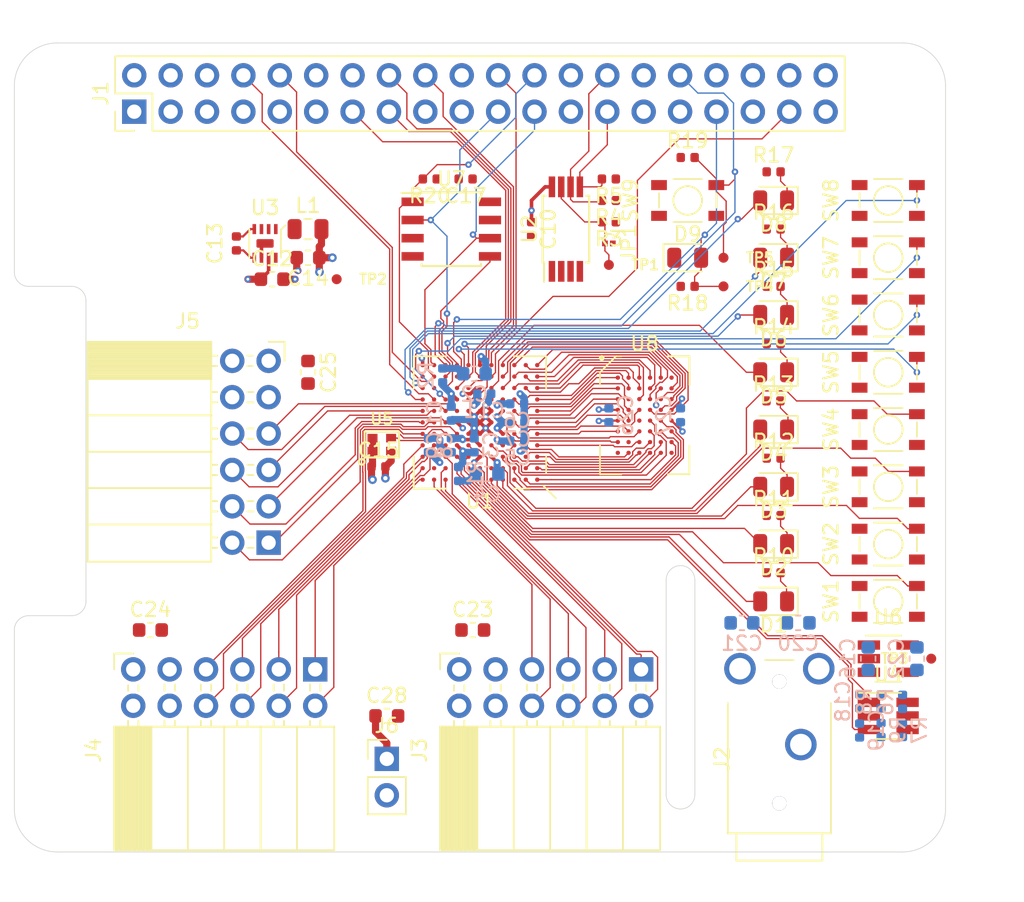
<source format=kicad_pcb>
(kicad_pcb (version 20171130) (host pcbnew 5.1.2+dfsg1-1)
  (layers (0 F.Cu signal) (1 In1.Cu power hide) (2 In2.Cu power) (31 B.Cu signal) (34 B.Paste user) (35 F.Paste user) (36 B.SilkS user hide) (37 F.SilkS user hide) (38 B.Mask user) (39 F.Mask user) (44 Edge.Cuts user))
  (net 0 "")
  (net 1 GND)
  (net 2 +1V2)
  (net 3 "Net-(C2-Pad2)")
  (net 4 "Net-(C2-Pad1)")
  (net 5 "Net-(C4-Pad2)")
  (net 6 "Net-(C4-Pad1)")
  (net 7 +3V3)
  (net 8 +5V)
  (net 9 "Net-(C13-Pad2)")
  (net 10 "Net-(C18-Pad1)")
  (net 11 "Net-(C19-Pad1)")
  (net 12 "Net-(C20-Pad1)")
  (net 13 "Net-(C21-Pad1)")
  (net 14 +3.3VDAC)
  (net 15 "Net-(D1-Pad1)")
  (net 16 /LED0)
  (net 17 /LED1)
  (net 18 "Net-(D2-Pad1)")
  (net 19 "Net-(D3-Pad1)")
  (net 20 /LED2)
  (net 21 /LED3)
  (net 22 "Net-(D4-Pad1)")
  (net 23 /LED4)
  (net 24 "Net-(D5-Pad1)")
  (net 25 "Net-(D6-Pad1)")
  (net 26 /LED5)
  (net 27 /LED6)
  (net 28 "Net-(D7-Pad1)")
  (net 29 "Net-(D8-Pad1)")
  (net 30 /LED7)
  (net 31 /GP13_FPGA_CDONE)
  (net 32 "Net-(J1-Pad3)")
  (net 33 "Net-(J1-Pad5)")
  (net 34 "Net-(J1-Pad7)")
  (net 35 /GP14_UART_TXD)
  (net 36 /GP15_UART_RXD)
  (net 37 "Net-(J1-Pad11)")
  (net 38 "Net-(J1-Pad12)")
  (net 39 /GP27_SDIO_DAT3)
  (net 40 /GP22_SDIO_CLK)
  (net 41 /GP23_SDIO_CMD)
  (net 42 /GP24_SDIO_DAT0)
  (net 43 /GP10_SPI_MOSI)
  (net 44 /GP9_SPI_MISO)
  (net 45 /GP25_SDIO_DAT1)
  (net 46 /GP11_SPI_SCK)
  (net 47 /GP8_SPI_~CS)
  (net 48 "Net-(J1-Pad26)")
  (net 49 /ID_SD)
  (net 50 /ID_SC)
  (net 51 "Net-(J1-Pad29)")
  (net 52 "Net-(J1-Pad31)")
  (net 53 /GP12_FPGA_~RST)
  (net 54 "Net-(J1-Pad35)")
  (net 55 "Net-(J1-Pad36)")
  (net 56 /GP26_SDIO_DAT2)
  (net 57 "Net-(J1-Pad38)")
  (net 58 "Net-(J1-Pad40)")
  (net 59 /IO0_0)
  (net 60 /IO0_1)
  (net 61 /IO0_2)
  (net 62 /IO0_3)
  (net 63 /IO0_4)
  (net 64 /IO0_5)
  (net 65 /IO0_6)
  (net 66 /IO0_7)
  (net 67 /IO1_7)
  (net 68 /IO1_6)
  (net 69 /IO1_5)
  (net 70 /IO1_4)
  (net 71 /IO1_3)
  (net 72 /IO1_2)
  (net 73 /IO1_1)
  (net 74 /IO1_0)
  (net 75 /IO2_0)
  (net 76 /IO2_1)
  (net 77 /IO2_2)
  (net 78 /IO2_3)
  (net 79 /IO2_4)
  (net 80 /IO2_5)
  (net 81 /IO2_6)
  (net 82 /IO2_7)
  (net 83 "Net-(JP1-Pad1)")
  (net 84 "Net-(L1-Pad1)")
  (net 85 "Net-(R6-Pad2)")
  (net 86 "Net-(R7-Pad2)")
  (net 87 /SW0)
  (net 88 /SW1)
  (net 89 /SW2)
  (net 90 /SW3)
  (net 91 /SW4)
  (net 92 /SW5)
  (net 93 /SW6)
  (net 94 /SW7)
  (net 95 /SRAM_DQ0)
  (net 96 /SRAM_DQ5)
  (net 97 /SRAM_DQ7)
  (net 98 /SRAM_DQ6)
  (net 99 /SRAM_DQ12)
  (net 100 /SRAM_A9)
  (net 101 /SRAM_A2)
  (net 102 /SRAM_A4)
  (net 103 /SRAM_A5)
  (net 104 /SRAM_A10)
  (net 105 /SRAM_DQ1)
  (net 106 /SRAM_DQ4)
  (net 107 /SRAM_DQ8)
  (net 108 /SRAM_DQ10)
  (net 109 /SRAM_DQ13)
  (net 110 /SRAM_DQ15)
  (net 111 /SRAM_A3)
  (net 112 /SRAM_A7)
  (net 113 /SRAM_A6)
  (net 114 /SRAM_A12)
  (net 115 /SRAM_DQ3)
  (net 116 /SRAM_DQ9)
  (net 117 /SRAM_DQ11)
  (net 118 /SRAM_A8)
  (net 119 /SRAM_A0)
  (net 120 /SRAM_A1)
  (net 121 /SRAM_A11)
  (net 122 /SRAM_A13)
  (net 123 /SRAM_A15)
  (net 124 /SRAM_DQ2)
  (net 125 /SRAM_DQ14)
  (net 126 /SRAM_A14)
  (net 127 /SRAM_A17)
  (net 128 /SRAM_A16)
  (net 129 /SRAM_~WE)
  (net 130 /SRAM_~OE)
  (net 131 /SRAM_~LB)
  (net 132 /SRAM_~UB)
  (net 133 /AUDIO_R_PWM)
  (net 134 "Net-(U1-PadB10)")
  (net 135 /CLK_OSC)
  (net 136 /AUDIO_L_PWM)
  (module Connector_PinHeader_2.54mm:PinHeader_2x20_P2.54mm_Vertical (layer F.Cu) (at 108.37 84.8 90)
    (fp_text reference J1 (at 1.27 -2.33 90) (layer F.SilkS))
    (fp_text value 2x20)
    (pad 1 thru_hole rect (at 0 0 90) (size 1.7 1.7) (drill 1) (layers *.Cu *.Mask) (net 7 +3V3))
    (pad 2 thru_hole oval (at 2.54 0 90) (size 1.7 1.7) (drill 1) (layers *.Cu *.Mask) (net 8 +5V))
    (pad 3 thru_hole oval (at 0 2.54 90) (size 1.7 1.7) (drill 1) (layers *.Cu *.Mask) (net 32 "Net-(J1-Pad3)"))
    (pad 4 thru_hole oval (at 2.54 2.54 90) (size 1.7 1.7) (drill 1) (layers *.Cu *.Mask) (net 8 +5V))
    (pad 5 thru_hole oval (at 0 5.08 90) (size 1.7 1.7) (drill 1) (layers *.Cu *.Mask) (net 33 "Net-(J1-Pad5)"))
    (pad 6 thru_hole oval (at 2.54 5.08 90) (size 1.7 1.7) (drill 1) (layers *.Cu *.Mask) (net 1 GND))
    (pad 7 thru_hole oval (at 0 7.62 90) (size 1.7 1.7) (drill 1) (layers *.Cu *.Mask) (net 34 "Net-(J1-Pad7)"))
    (pad 8 thru_hole oval (at 2.54 7.62 90) (size 1.7 1.7) (drill 1) (layers *.Cu *.Mask) (net 35 /GP14_UART_TXD))
    (pad 9 thru_hole oval (at 0 10.16 90) (size 1.7 1.7) (drill 1) (layers *.Cu *.Mask) (net 1 GND))
    (pad 10 thru_hole oval (at 2.54 10.16 90) (size 1.7 1.7) (drill 1) (layers *.Cu *.Mask) (net 36 /GP15_UART_RXD))
    (pad 11 thru_hole oval (at 0 12.7 90) (size 1.7 1.7) (drill 1) (layers *.Cu *.Mask) (net 37 "Net-(J1-Pad11)"))
    (pad 12 thru_hole oval (at 2.54 12.7 90) (size 1.7 1.7) (drill 1) (layers *.Cu *.Mask) (net 38 "Net-(J1-Pad12)"))
    (pad 13 thru_hole oval (at 0 15.24 90) (size 1.7 1.7) (drill 1) (layers *.Cu *.Mask) (net 39 /GP27_SDIO_DAT3))
    (pad 14 thru_hole oval (at 2.54 15.24 90) (size 1.7 1.7) (drill 1) (layers *.Cu *.Mask) (net 1 GND))
    (pad 15 thru_hole oval (at 0 17.78 90) (size 1.7 1.7) (drill 1) (layers *.Cu *.Mask) (net 40 /GP22_SDIO_CLK))
    (pad 16 thru_hole oval (at 2.54 17.78 90) (size 1.7 1.7) (drill 1) (layers *.Cu *.Mask) (net 41 /GP23_SDIO_CMD))
    (pad 17 thru_hole oval (at 0 20.32 90) (size 1.7 1.7) (drill 1) (layers *.Cu *.Mask) (net 7 +3V3))
    (pad 18 thru_hole oval (at 2.54 20.32 90) (size 1.7 1.7) (drill 1) (layers *.Cu *.Mask) (net 42 /GP24_SDIO_DAT0))
    (pad 19 thru_hole oval (at 0 22.86 90) (size 1.7 1.7) (drill 1) (layers *.Cu *.Mask) (net 43 /GP10_SPI_MOSI))
    (pad 20 thru_hole oval (at 2.54 22.86 90) (size 1.7 1.7) (drill 1) (layers *.Cu *.Mask) (net 1 GND))
    (pad 21 thru_hole oval (at 0 25.4 90) (size 1.7 1.7) (drill 1) (layers *.Cu *.Mask) (net 44 /GP9_SPI_MISO))
    (pad 22 thru_hole oval (at 2.54 25.4 90) (size 1.7 1.7) (drill 1) (layers *.Cu *.Mask) (net 45 /GP25_SDIO_DAT1))
    (pad 23 thru_hole oval (at 0 27.94 90) (size 1.7 1.7) (drill 1) (layers *.Cu *.Mask) (net 46 /GP11_SPI_SCK))
    (pad 24 thru_hole oval (at 2.54 27.94 90) (size 1.7 1.7) (drill 1) (layers *.Cu *.Mask) (net 47 /GP8_SPI_~CS))
    (pad 25 thru_hole oval (at 0 30.48 90) (size 1.7 1.7) (drill 1) (layers *.Cu *.Mask) (net 1 GND))
    (pad 26 thru_hole oval (at 2.54 30.48 90) (size 1.7 1.7) (drill 1) (layers *.Cu *.Mask) (net 48 "Net-(J1-Pad26)"))
    (pad 27 thru_hole oval (at 0 33.02 90) (size 1.7 1.7) (drill 1) (layers *.Cu *.Mask) (net 49 /ID_SD))
    (pad 28 thru_hole oval (at 2.54 33.02 90) (size 1.7 1.7) (drill 1) (layers *.Cu *.Mask) (net 50 /ID_SC))
    (pad 29 thru_hole oval (at 0 35.56 90) (size 1.7 1.7) (drill 1) (layers *.Cu *.Mask) (net 51 "Net-(J1-Pad29)"))
    (pad 30 thru_hole oval (at 2.54 35.56 90) (size 1.7 1.7) (drill 1) (layers *.Cu *.Mask) (net 1 GND))
    (pad 31 thru_hole oval (at 0 38.1 90) (size 1.7 1.7) (drill 1) (layers *.Cu *.Mask) (net 52 "Net-(J1-Pad31)"))
    (pad 32 thru_hole oval (at 2.54 38.1 90) (size 1.7 1.7) (drill 1) (layers *.Cu *.Mask) (net 53 /GP12_FPGA_~RST))
    (pad 33 thru_hole oval (at 0 40.64 90) (size 1.7 1.7) (drill 1) (layers *.Cu *.Mask) (net 31 /GP13_FPGA_CDONE))
    (pad 34 thru_hole oval (at 2.54 40.64 90) (size 1.7 1.7) (drill 1) (layers *.Cu *.Mask) (net 1 GND))
    (pad 35 thru_hole oval (at 0 43.18 90) (size 1.7 1.7) (drill 1) (layers *.Cu *.Mask) (net 54 "Net-(J1-Pad35)"))
    (pad 36 thru_hole oval (at 2.54 43.18 90) (size 1.7 1.7) (drill 1) (layers *.Cu *.Mask) (net 55 "Net-(J1-Pad36)"))
    (pad 37 thru_hole oval (at 0 45.72 90) (size 1.7 1.7) (drill 1) (layers *.Cu *.Mask) (net 56 /GP26_SDIO_DAT2))
    (pad 38 thru_hole oval (at 2.54 45.72 90) (size 1.7 1.7) (drill 1) (layers *.Cu *.Mask) (net 57 "Net-(J1-Pad38)"))
    (pad 39 thru_hole oval (at 0 48.26 90) (size 1.7 1.7) (drill 1) (layers *.Cu *.Mask) (net 1 GND))
    (pad 40 thru_hole oval (at 2.54 48.26 90) (size 1.7 1.7) (drill 1) (layers *.Cu *.Mask) (net 58 "Net-(J1-Pad40)"))
  )
  (module fpga_hat:PTS815 (layer F.Cu) (at 161 103 270)
    (fp_text reference SW5 (at 0 4 270) (layer F.SilkS))
    (fp_text value PTS815)
    (pad 1 smd rect (at -1.075 -2) (size 1.1 0.7) (layers F.Cu F.Paste F.Mask) (net 91 /SW4))
    (pad 2 smd rect (at 1.075 -2) (size 1.1 0.7) (layers F.Cu F.Paste F.Mask) (net 1 GND))
    (pad ~ smd rect (at 1.075 2) (size 1.1 0.7) (layers F.Cu F.Paste F.Mask))
    (pad ~ smd rect (at -1.075 2) (size 1.1 0.7) (layers F.Cu F.Paste F.Mask))
  )
  (module fpga_hat:BGA-121_11x11_9.0x9.0mm (layer F.Cu) (at 132.5 106.5 180)
    (fp_text reference U1 (at 0 -5.5) (layer F.SilkS))
    (fp_text value iCE40-HX8k-BG121)
    (pad A1 smd circle (at -4 -4 180) (size 0.3 0.3) (layers F.Cu F.Paste F.Mask) (net 97 /SRAM_DQ7))
    (pad B1 smd circle (at -4 -3.2 180) (size 0.3 0.3) (layers F.Cu F.Paste F.Mask) (net 129 /SRAM_~WE))
    (pad C1 smd circle (at -4 -2.4 180) (size 0.3 0.3) (layers F.Cu F.Paste F.Mask) (net 100 /SRAM_A9))
    (pad D1 smd circle (at -4 -1.6 180) (size 0.3 0.3) (layers F.Cu F.Paste F.Mask) (net 114 /SRAM_A12))
    (pad E1 smd circle (at -4 -0.8 180) (size 0.3 0.3) (layers F.Cu F.Paste F.Mask) (net 125 /SRAM_DQ14))
    (pad F1 smd circle (at -4 0 180) (size 0.3 0.3) (layers F.Cu F.Paste F.Mask) (net 99 /SRAM_DQ12))
    (pad G1 smd circle (at -4 0.8 180) (size 0.3 0.3) (layers F.Cu F.Paste F.Mask) (net 107 /SRAM_DQ8))
    (pad H1 smd circle (at -4 1.6 180) (size 0.3 0.3) (layers F.Cu F.Paste F.Mask) (net 132 /SRAM_~UB))
    (pad J1 smd circle (at -4 2.4 180) (size 0.3 0.3) (layers F.Cu F.Paste F.Mask) (net 119 /SRAM_A0))
    (pad K1 smd circle (at -4 3.2 180) (size 0.3 0.3) (layers F.Cu F.Paste F.Mask) (net 102 /SRAM_A4))
    (pad L1 smd circle (at -4 4 180) (size 0.3 0.3) (layers F.Cu F.Paste F.Mask) (net 95 /SRAM_DQ0))
    (pad A2 smd circle (at -3.2 -4 180) (size 0.3 0.3) (layers F.Cu F.Paste F.Mask) (net 96 /SRAM_DQ5))
    (pad B2 smd circle (at -3.2 -3.2 180) (size 0.3 0.3) (layers F.Cu F.Paste F.Mask) (net 104 /SRAM_A10))
    (pad C2 smd circle (at -3.2 -2.4 180) (size 0.3 0.3) (layers F.Cu F.Paste F.Mask) (net 122 /SRAM_A13))
    (pad D2 smd circle (at -3.2 -1.6 180) (size 0.3 0.3) (layers F.Cu F.Paste F.Mask) (net 118 /SRAM_A8))
    (pad E2 smd circle (at -3.2 -0.8 180) (size 0.3 0.3) (layers F.Cu F.Paste F.Mask) (net 109 /SRAM_DQ13))
    (pad F2 smd circle (at -3.2 0 180) (size 0.3 0.3) (layers F.Cu F.Paste F.Mask) (net 116 /SRAM_DQ9))
    (pad G2 smd circle (at -3.2 0.8 180) (size 0.3 0.3) (layers F.Cu F.Paste F.Mask) (net 108 /SRAM_DQ10))
    (pad H2 smd circle (at -3.2 1.6 180) (size 0.3 0.3) (layers F.Cu F.Paste F.Mask) (net 130 /SRAM_~OE))
    (pad J2 smd circle (at -3.2 2.4 180) (size 0.3 0.3) (layers F.Cu F.Paste F.Mask) (net 111 /SRAM_A3))
    (pad K2 smd circle (at -3.2 3.2 180) (size 0.3 0.3) (layers F.Cu F.Paste F.Mask) (net 120 /SRAM_A1))
    (pad L2 smd circle (at -3.2 4 180) (size 0.3 0.3) (layers F.Cu F.Paste F.Mask) (net 113 /SRAM_A6))
    (pad A3 smd circle (at -2.4 -4 180) (size 0.3 0.3) (layers F.Cu F.Paste F.Mask) (net 106 /SRAM_DQ4))
    (pad B3 smd circle (at -2.4 -3.2 180) (size 0.3 0.3) (layers F.Cu F.Paste F.Mask) (net 98 /SRAM_DQ6))
    (pad C3 smd circle (at -2.4 -2.4 180) (size 0.3 0.3) (layers F.Cu F.Paste F.Mask) (net 123 /SRAM_A15))
    (pad D3 smd circle (at -2.4 -1.6 180) (size 0.3 0.3) (layers F.Cu F.Paste F.Mask) (net 121 /SRAM_A11))
    (pad E3 smd circle (at -2.4 -0.8 180) (size 0.3 0.3) (layers F.Cu F.Paste F.Mask) (net 126 /SRAM_A14))
    (pad F3 smd circle (at -2.4 0 180) (size 0.3 0.3) (layers F.Cu F.Paste F.Mask) (net 127 /SRAM_A17))
    (pad G3 smd circle (at -2.4 0.8 180) (size 0.3 0.3) (layers F.Cu F.Paste F.Mask) (net 117 /SRAM_DQ11))
    (pad H3 smd circle (at -2.4 1.6 180) (size 0.3 0.3) (layers F.Cu F.Paste F.Mask) (net 131 /SRAM_~LB))
    (pad J3 smd circle (at -2.4 2.4 180) (size 0.3 0.3) (layers F.Cu F.Paste F.Mask) (net 103 /SRAM_A5))
    (pad K3 smd circle (at -2.4 3.2 180) (size 0.3 0.3) (layers F.Cu F.Paste F.Mask) (net 101 /SRAM_A2))
    (pad L3 smd circle (at -2.4 4 180) (size 0.3 0.3) (layers F.Cu F.Paste F.Mask) (net 105 /SRAM_DQ1))
    (pad A4 smd circle (at -1.6 -4 180) (size 0.3 0.3) (layers F.Cu F.Paste F.Mask) (net 89 /SW2))
    (pad B4 smd circle (at -1.6 -3.2 180) (size 0.3 0.3) (layers F.Cu F.Paste F.Mask) (net 21 /LED3))
    (pad C4 smd circle (at -1.6 -2.4 180) (size 0.3 0.3) (layers F.Cu F.Paste F.Mask) (net 90 /SW3))
    (pad D4 smd circle (at -1.6 -1.6 180) (size 0.3 0.3) (layers F.Cu F.Paste F.Mask) (net 2 +1V2))
    (pad E4 smd circle (at -1.6 -0.8 180) (size 0.3 0.3) (layers F.Cu F.Paste F.Mask) (net 7 +3V3))
    (pad F4 smd circle (at -1.6 0 180) (size 0.3 0.3) (layers F.Cu F.Paste F.Mask) (net 110 /SRAM_DQ15))
    (pad G4 smd circle (at -1.6 0.8 180) (size 0.3 0.3) (layers F.Cu F.Paste F.Mask) (net 7 +3V3))
    (pad H4 smd circle (at -1.6 1.6 180) (size 0.3 0.3) (layers F.Cu F.Paste F.Mask) (net 2 +1V2))
    (pad J4 smd circle (at -1.6 2.4 180) (size 0.3 0.3) (layers F.Cu F.Paste F.Mask) (net 124 /SRAM_DQ2))
    (pad K4 smd circle (at -1.6 3.2 180) (size 0.3 0.3) (layers F.Cu F.Paste F.Mask) (net 115 /SRAM_DQ3))
    (pad L4 smd circle (at -1.6 4 180) (size 0.3 0.3) (layers F.Cu F.Paste F.Mask) (net 112 /SRAM_A7))
    (pad A5 smd circle (at -0.8 -4 180) (size 0.3 0.3) (layers F.Cu F.Paste F.Mask) (net 88 /SW1))
    (pad B5 smd circle (at -0.8 -3.2 180) (size 0.3 0.3) (layers F.Cu F.Paste F.Mask) (net 20 /LED2))
    (pad C5 smd circle (at -0.8 -2.4 180) (size 0.3 0.3) (layers F.Cu F.Paste F.Mask) (net 5 "Net-(C4-Pad2)"))
    (pad D5 smd circle (at -0.8 -1.6 180) (size 0.3 0.3) (layers F.Cu F.Paste F.Mask) (net 128 /SRAM_A16))
    (pad E5 smd circle (at -0.8 -0.8 180) (size 0.3 0.3) (layers F.Cu F.Paste F.Mask) (net 1 GND))
    (pad F5 smd circle (at -0.8 0 180) (size 0.3 0.3) (layers F.Cu F.Paste F.Mask) (net 1 GND))
    (pad G5 smd circle (at -0.8 0.8 180) (size 0.3 0.3) (layers F.Cu F.Paste F.Mask) (net 1 GND))
    (pad H5 smd circle (at -0.8 1.6 180) (size 0.3 0.3) (layers F.Cu F.Paste F.Mask) (net 1 GND))
    (pad J5 smd circle (at -0.8 2.4 180) (size 0.3 0.3) (layers F.Cu F.Paste F.Mask) (net 23 /LED4))
    (pad K5 smd circle (at -0.8 3.2 180) (size 0.3 0.3) (layers F.Cu F.Paste F.Mask) (net 56 /GP26_SDIO_DAT2))
    (pad L5 smd circle (at -0.8 4 180) (size 0.3 0.3) (layers F.Cu F.Paste F.Mask) (net 45 /GP25_SDIO_DAT1))
    (pad A6 smd circle (at 0 -4 180) (size 0.3 0.3) (layers F.Cu F.Paste F.Mask) (net 16 /LED0))
    (pad B6 smd circle (at 0 -3.2 180) (size 0.3 0.3) (layers F.Cu F.Paste F.Mask) (net 87 /SW0))
    (pad C6 smd circle (at 0 -2.4 180) (size 0.3 0.3) (layers F.Cu F.Paste F.Mask) (net 6 "Net-(C4-Pad1)"))
    (pad D6 smd circle (at 0 -1.6 180) (size 0.3 0.3) (layers F.Cu F.Paste F.Mask) (net 7 +3V3))
    (pad E6 smd circle (at 0 -0.8 180) (size 0.3 0.3) (layers F.Cu F.Paste F.Mask) (net 1 GND))
    (pad F6 smd circle (at 0 0 180) (size 0.3 0.3) (layers F.Cu F.Paste F.Mask) (net 1 GND))
    (pad G6 smd circle (at 0 0.8 180) (size 0.3 0.3) (layers F.Cu F.Paste F.Mask) (net 1 GND))
    (pad H6 smd circle (at 0 1.6 180) (size 0.3 0.3) (layers F.Cu F.Paste F.Mask) (net 7 +3V3))
    (pad J6 smd circle (at 0 2.4 180) (size 0.3 0.3) (layers F.Cu F.Paste F.Mask) (net 4 "Net-(C2-Pad1)"))
    (pad K6 smd circle (at 0 3.2 180) (size 0.3 0.3) (layers F.Cu F.Paste F.Mask) (net 40 /GP22_SDIO_CLK))
    (pad L6 smd circle (at 0 4 180) (size 0.3 0.3) (layers F.Cu F.Paste F.Mask) (net 3 "Net-(C2-Pad2)"))
    (pad A7 smd circle (at 0.8 -4 180) (size 0.3 0.3) (layers F.Cu F.Paste F.Mask) (net 63 /IO0_4))
    (pad B7 smd circle (at 0.8 -3.2 180) (size 0.3 0.3) (layers F.Cu F.Paste F.Mask) (net 136 /AUDIO_L_PWM))
    (pad C7 smd circle (at 0.8 -2.4 180) (size 0.3 0.3) (layers F.Cu F.Paste F.Mask) (net 133 /AUDIO_R_PWM))
    (pad D7 smd circle (at 0.8 -1.6 180) (size 0.3 0.3) (layers F.Cu F.Paste F.Mask) (net 17 /LED1))
    (pad E7 smd circle (at 0.8 -0.8 180) (size 0.3 0.3) (layers F.Cu F.Paste F.Mask) (net 1 GND))
    (pad F7 smd circle (at 0.8 0 180) (size 0.3 0.3) (layers F.Cu F.Paste F.Mask) (net 1 GND))
    (pad G7 smd circle (at 0.8 0.8 180) (size 0.3 0.3) (layers F.Cu F.Paste F.Mask) (net 1 GND))
    (pad H7 smd circle (at 0.8 1.6 180) (size 0.3 0.3) (layers F.Cu F.Paste F.Mask) (net 42 /GP24_SDIO_DAT0))
    (pad J7 smd circle (at 0.8 2.4 180) (size 0.3 0.3) (layers F.Cu F.Paste F.Mask) (net 41 /GP23_SDIO_CMD))
    (pad K7 smd circle (at 0.8 3.2 180) (size 0.3 0.3) (layers F.Cu F.Paste F.Mask) (net 39 /GP27_SDIO_DAT3))
    (pad L7 smd circle (at 0.8 4 180) (size 0.3 0.3) (layers F.Cu F.Paste F.Mask) (net 92 /SW5))
    (pad A8 smd circle (at 1.6 -4 180) (size 0.3 0.3) (layers F.Cu F.Paste F.Mask) (net 60 /IO0_1))
    (pad B8 smd circle (at 1.6 -3.2 180) (size 0.3 0.3) (layers F.Cu F.Paste F.Mask) (net 64 /IO0_5))
    (pad C8 smd circle (at 1.6 -2.4 180) (size 0.3 0.3) (layers F.Cu F.Paste F.Mask) (net 59 /IO0_0))
    (pad D8 smd circle (at 1.6 -1.6 180) (size 0.3 0.3) (layers F.Cu F.Paste F.Mask) (net 2 +1V2))
    (pad E8 smd circle (at 1.6 -0.8 180) (size 0.3 0.3) (layers F.Cu F.Paste F.Mask) (net 79 /IO2_4))
    (pad F8 smd circle (at 1.6 0 180) (size 0.3 0.3) (layers F.Cu F.Paste F.Mask) (net 7 +3V3))
    (pad G8 smd circle (at 1.6 0.8 180) (size 0.3 0.3) (layers F.Cu F.Paste F.Mask) (net 78 /IO2_3))
    (pad H8 smd circle (at 1.6 1.6 180) (size 0.3 0.3) (layers F.Cu F.Paste F.Mask) (net 2 +1V2))
    (pad J8 smd circle (at 1.6 2.4 180) (size 0.3 0.3) (layers F.Cu F.Paste F.Mask) (net 91 /SW4))
    (pad K8 smd circle (at 1.6 3.2 180) (size 0.3 0.3) (layers F.Cu F.Paste F.Mask) (net 31 /GP13_FPGA_CDONE))
    (pad L8 smd circle (at 1.6 4 180) (size 0.3 0.3) (layers F.Cu F.Paste F.Mask) (net 26 /LED5))
    (pad A9 smd circle (at 2.4 -4 180) (size 0.3 0.3) (layers F.Cu F.Paste F.Mask) (net 61 /IO0_2))
    (pad B9 smd circle (at 2.4 -3.2 180) (size 0.3 0.3) (layers F.Cu F.Paste F.Mask) (net 66 /IO0_7))
    (pad C9 smd circle (at 2.4 -2.4 180) (size 0.3 0.3) (layers F.Cu F.Paste F.Mask) (net 65 /IO0_6))
    (pad D9 smd circle (at 2.4 -1.6 180) (size 0.3 0.3) (layers F.Cu F.Paste F.Mask) (net 74 /IO1_0))
    (pad E9 smd circle (at 2.4 -0.8 180) (size 0.3 0.3) (layers F.Cu F.Paste F.Mask) (net 67 /IO1_7))
    (pad F9 smd circle (at 2.4 0 180) (size 0.3 0.3) (layers F.Cu F.Paste F.Mask) (net 76 /IO2_1))
    (pad G9 smd circle (at 2.4 0.8 180) (size 0.3 0.3) (layers F.Cu F.Paste F.Mask) (net 82 /IO2_7))
    (pad H9 smd circle (at 2.4 1.6 180) (size 0.3 0.3) (layers F.Cu F.Paste F.Mask) (net 94 /SW7))
    (pad J9 smd circle (at 2.4 2.4 180) (size 0.3 0.3) (layers F.Cu F.Paste F.Mask) (net 44 /GP9_SPI_MISO))
    (pad K9 smd circle (at 2.4 3.2 180) (size 0.3 0.3) (layers F.Cu F.Paste F.Mask) (net 43 /GP10_SPI_MOSI))
    (pad L9 smd circle (at 2.4 4 180) (size 0.3 0.3) (layers F.Cu F.Paste F.Mask) (net 53 /GP12_FPGA_~RST))
    (pad A10 smd circle (at 3.2 -4 180) (size 0.3 0.3) (layers F.Cu F.Paste F.Mask) (net 62 /IO0_3))
    (pad B10 smd circle (at 3.2 -3.2 180) (size 0.3 0.3) (layers F.Cu F.Paste F.Mask) (net 134 "Net-(U1-PadB10)"))
    (pad C10 smd circle (at 3.2 -2.4 180) (size 0.3 0.3) (layers F.Cu F.Paste F.Mask) (net 7 +3V3))
    (pad D10 smd circle (at 3.2 -1.6 180) (size 0.3 0.3) (layers F.Cu F.Paste F.Mask) (net 73 /IO1_1))
    (pad E10 smd circle (at 3.2 -0.8 180) (size 0.3 0.3) (layers F.Cu F.Paste F.Mask) (net 135 /CLK_OSC))
    (pad F10 smd circle (at 3.2 0 180) (size 0.3 0.3) (layers F.Cu F.Paste F.Mask) (net 75 /IO2_0))
    (pad G10 smd circle (at 3.2 0.8 180) (size 0.3 0.3) (layers F.Cu F.Paste F.Mask) (net 81 /IO2_6))
    (pad H10 smd circle (at 3.2 1.6 180) (size 0.3 0.3) (layers F.Cu F.Paste F.Mask) (net 35 /GP14_UART_TXD))
    (pad J10 smd circle (at 3.2 2.4 180) (size 0.3 0.3) (layers F.Cu F.Paste F.Mask) (net 36 /GP15_UART_RXD))
    (pad K10 smd circle (at 3.2 3.2 180) (size 0.3 0.3) (layers F.Cu F.Paste F.Mask) (net 47 /GP8_SPI_~CS))
    (pad L10 smd circle (at 3.2 4 180) (size 0.3 0.3) (layers F.Cu F.Paste F.Mask) (net 46 /GP11_SPI_SCK))
    (pad A11 smd circle (at 4 -4 180) (size 0.3 0.3) (layers F.Cu F.Paste F.Mask) (net 70 /IO1_4))
    (pad B11 smd circle (at 4 -3.2 180) (size 0.3 0.3) (layers F.Cu F.Paste F.Mask) (net 69 /IO1_5))
    (pad C11 smd circle (at 4 -2.4 180) (size 0.3 0.3) (layers F.Cu F.Paste F.Mask) (net 68 /IO1_6))
    (pad D11 smd circle (at 4 -1.6 180) (size 0.3 0.3) (layers F.Cu F.Paste F.Mask) (net 72 /IO1_2))
    (pad E11 smd circle (at 4 -0.8 180) (size 0.3 0.3) (layers F.Cu F.Paste F.Mask) (net 71 /IO1_3))
    (pad F11 smd circle (at 4 0 180) (size 0.3 0.3) (layers F.Cu F.Paste F.Mask) (net 80 /IO2_5))
    (pad G11 smd circle (at 4 0.8 180) (size 0.3 0.3) (layers F.Cu F.Paste F.Mask) (net 77 /IO2_2))
    (pad H11 smd circle (at 4 1.6 180) (size 0.3 0.3) (layers F.Cu F.Paste F.Mask) (net 30 /LED7))
    (pad J11 smd circle (at 4 2.4 180) (size 0.3 0.3) (layers F.Cu F.Paste F.Mask) (net 27 /LED6))
    (pad K11 smd circle (at 4 3.2 180) (size 0.3 0.3) (layers F.Cu F.Paste F.Mask) (net 93 /SW6))
    (pad L11 smd circle (at 4 4 180) (size 0.3 0.3) (layers F.Cu F.Paste F.Mask) (net 7 +3V3))
  )
  (module Capacitor_SMD:C_0402_1005Metric (layer B.Cu) (at 128.9 108.1 90)
    (fp_text reference C8 (at 0 1.17 90) (layer B.SilkS) (effects (justify mirror)))
    (fp_text value 100n)
    (pad 2 smd roundrect (at 0.485 0 90) (size 0.59 0.64) (layers B.Cu B.Paste B.Mask) (net 1 GND))
    (pad 1 smd roundrect (at -0.485 0 90) (size 0.59 0.64) (layers B.Cu B.Paste B.Mask) (net 7 +3V3))
  )
  (module fpga_hat:MOUNTHOLE_M2.5 (layer F.Cu) (at 161.5 83.5)
    (fp_text reference REF** hide)
    (fp_text value MOUNTHOLE_M2.5 hide)
    (pad "" np_thru_hole circle (at 0 0) (size 2.75 2.75) (drill 2.75) (layers *.Cu *.Mask) (thermal_gap 1.9))
  )
  (module fpga_hat:MOUNTHOLE_M2.5 (layer F.Cu) (at 161.5 133)
    (fp_text reference REF** hide)
    (fp_text value MOUNTHOLE_M2.5 hide)
    (pad "" np_thru_hole circle (at 0 0) (size 2.75 2.75) (drill 2.75) (layers *.Cu *.Mask) (thermal_gap 1.9))
  )
  (module fpga_hat:MOUNTHOLE_M2.5 (layer F.Cu) (at 103.5 133)
    (fp_text reference REF** hide)
    (fp_text value MOUNTHOLE_M2.5 hide)
    (pad "" np_thru_hole circle (at 0 0) (size 2.75 2.75) (drill 2.75) (layers *.Cu *.Mask) (thermal_gap 1.9))
  )
  (module fpga_hat:MOUNTHOLE_M2.5 (layer F.Cu) (at 103.5 83.5)
    (fp_text reference REF** hide)
    (fp_text value MOUNTHOLE_M2.5 hide)
    (pad "" np_thru_hole circle (at 0 0) (size 2.75 2.75) (drill 2.75) (layers *.Cu *.Mask) (thermal_gap 1.9))
  )
  (module Capacitor_SMD:C_0402_1005Metric (layer B.Cu) (at 130.5 105.885 270)
    (fp_text reference C1 (at 0 1.17 90) (layer B.SilkS) (effects (justify mirror)))
    (fp_text value 100n)
    (pad 2 smd roundrect (at 0.485 0 270) (size 0.59 0.64) (layers B.Cu B.Paste B.Mask) (net 1 GND))
    (pad 1 smd roundrect (at -0.485 0 270) (size 0.59 0.64) (layers B.Cu B.Paste B.Mask) (net 2 +1V2))
  )
  (module Capacitor_SMD:C_0603_1608Metric (layer B.Cu) (at 132.1125 103.1)
    (fp_text reference C2 (at 0 1.43) (layer B.SilkS) (effects (justify mirror)))
    (fp_text value 4u7)
    (pad 2 smd roundrect (at 0.7875 0) (size 0.875 0.95) (layers B.Cu B.Paste B.Mask) (net 3 "Net-(C2-Pad2)"))
    (pad 1 smd roundrect (at -0.7875 0) (size 0.875 0.95) (layers B.Cu B.Paste B.Mask) (net 4 "Net-(C2-Pad1)"))
  )
  (module Capacitor_SMD:C_0402_1005Metric (layer B.Cu) (at 132.1 108.1 90)
    (fp_text reference C3 (at 0 1.17 90) (layer B.SilkS) (effects (justify mirror)))
    (fp_text value 100n)
    (pad 1 smd roundrect (at -0.485 0 90) (size 0.59 0.64) (layers B.Cu B.Paste B.Mask) (net 2 +1V2))
    (pad 2 smd roundrect (at 0.485 0 90) (size 0.59 0.64) (layers B.Cu B.Paste B.Mask) (net 1 GND))
  )
  (module Capacitor_SMD:C_0603_1608Metric (layer B.Cu) (at 133 110.1)
    (fp_text reference C4 (at 0 1.43) (layer B.SilkS) (effects (justify mirror)))
    (fp_text value 4u7)
    (pad 1 smd roundrect (at -0.7875 0) (size 0.875 0.95) (layers B.Cu B.Paste B.Mask) (net 6 "Net-(C4-Pad1)"))
    (pad 2 smd roundrect (at 0.7875 0) (size 0.875 0.95) (layers B.Cu B.Paste B.Mask) (net 5 "Net-(C4-Pad2)"))
  )
  (module Capacitor_SMD:C_0402_1005Metric (layer B.Cu) (at 135.1 107.8)
    (fp_text reference C5 (at 0 1.17 180) (layer B.SilkS) (effects (justify mirror)))
    (fp_text value 100n)
    (pad 1 smd roundrect (at -0.485 0) (size 0.59 0.64) (layers B.Cu B.Paste B.Mask) (net 2 +1V2))
    (pad 2 smd roundrect (at 0.485 0) (size 0.59 0.64) (layers B.Cu B.Paste B.Mask) (net 1 GND))
  )
  (module Capacitor_SMD:C_0402_1005Metric (layer B.Cu) (at 135.1 105.2)
    (fp_text reference C6 (at 0 1.17) (layer B.SilkS) (effects (justify mirror)))
    (fp_text value 100n)
    (pad 2 smd roundrect (at 0.485 0) (size 0.59 0.64) (layers B.Cu B.Paste B.Mask) (net 1 GND))
    (pad 1 smd roundrect (at -0.485 0) (size 0.59 0.64) (layers B.Cu B.Paste B.Mask) (net 2 +1V2))
  )
  (module Capacitor_SMD:C_0402_1005Metric (layer B.Cu) (at 135.115 106.5)
    (fp_text reference C7 (at 0 1.17 180) (layer B.SilkS) (effects (justify mirror)))
    (fp_text value 100n)
    (pad 2 smd roundrect (at 0.485 0) (size 0.59 0.64) (layers B.Cu B.Paste B.Mask) (net 1 GND))
    (pad 1 smd roundrect (at -0.485 0) (size 0.59 0.64) (layers B.Cu B.Paste B.Mask) (net 7 +3V3))
  )
  (module Capacitor_SMD:C_0402_1005Metric (layer B.Cu) (at 130.5 108.1 270)
    (fp_text reference C9 (at 0 1.17 90) (layer B.SilkS) (effects (justify mirror)))
    (fp_text value 100n)
    (pad 2 smd roundrect (at 0.485 0 270) (size 0.59 0.64) (layers B.Cu B.Paste B.Mask) (net 1 GND))
    (pad 1 smd roundrect (at -0.485 0 270) (size 0.59 0.64) (layers B.Cu B.Paste B.Mask) (net 7 +3V3))
  )
  (module Capacitor_SMD:C_0402_1005Metric (layer F.Cu) (at 136.1 93 270)
    (fp_text reference C10 (at 0 -1.17 90) (layer F.SilkS))
    (fp_text value 100n)
    (pad 2 smd roundrect (at 0.485 0 270) (size 0.59 0.64) (layers F.Cu F.Paste F.Mask) (net 1 GND))
    (pad 1 smd roundrect (at -0.485 0 270) (size 0.59 0.64) (layers F.Cu F.Paste F.Mask) (net 7 +3V3))
  )
  (module Capacitor_SMD:C_0402_1005Metric (layer B.Cu) (at 132.8 104.5)
    (fp_text reference C11 (at 0 1.17) (layer B.SilkS) (effects (justify mirror)))
    (fp_text value 100n)
    (pad 1 smd roundrect (at -0.485 0) (size 0.59 0.64) (layers B.Cu B.Paste B.Mask) (net 7 +3V3))
    (pad 2 smd roundrect (at 0.485 0) (size 0.59 0.64) (layers B.Cu B.Paste B.Mask) (net 1 GND))
  )
  (module Capacitor_SMD:C_0603_1608Metric (layer F.Cu) (at 118 96.5)
    (fp_text reference C12 (at 0 -1.43) (layer F.SilkS))
    (fp_text value 4u7)
    (pad 2 smd roundrect (at 0.7875 0) (size 0.875 0.95) (layers F.Cu F.Paste F.Mask) (net 1 GND))
    (pad 1 smd roundrect (at -0.7875 0) (size 0.875 0.95) (layers F.Cu F.Paste F.Mask) (net 8 +5V))
  )
  (module Capacitor_SMD:C_0402_1005Metric (layer F.Cu) (at 115.5 94 270)
    (fp_text reference C13 (at 0 1.5 90) (layer F.SilkS))
    (fp_text value 560p)
    (pad 1 smd roundrect (at -0.485 0 270) (size 0.59 0.64) (layers F.Cu F.Paste F.Mask) (net 2 +1V2))
    (pad 2 smd roundrect (at 0.485 0 270) (size 0.59 0.64) (layers F.Cu F.Paste F.Mask) (net 9 "Net-(C13-Pad2)"))
  )
  (module Capacitor_SMD:C_0603_1608Metric (layer F.Cu) (at 120.5 95 180)
    (fp_text reference C14 (at 0 -1.43) (layer F.SilkS))
    (fp_text value 4u7)
    (pad 2 smd roundrect (at 0.7875 0 180) (size 0.875 0.95) (layers F.Cu F.Paste F.Mask) (net 1 GND))
    (pad 1 smd roundrect (at -0.7875 0 180) (size 0.875 0.95) (layers F.Cu F.Paste F.Mask) (net 2 +1V2))
  )
  (module Capacitor_SMD:C_0402_1005Metric (layer F.Cu) (at 125.415 109.6)
    (fp_text reference C15 (at 0 -1.17) (layer F.SilkS))
    (fp_text value 100n)
    (pad 2 smd roundrect (at 0.485 0) (size 0.59 0.64) (layers F.Cu F.Paste F.Mask) (net 1 GND))
    (pad 1 smd roundrect (at -0.485 0) (size 0.59 0.64) (layers F.Cu F.Paste F.Mask) (net 7 +3V3))
  )
  (module Capacitor_SMD:C_0603_1608Metric (layer B.Cu) (at 159.6 123 270)
    (fp_text reference C16 (at 0 1.43 90) (layer B.SilkS) (effects (justify mirror)))
    (fp_text value 1u)
    (pad 1 smd roundrect (at -0.7875 0 270) (size 0.875 0.95) (layers B.Cu B.Paste B.Mask) (net 8 +5V))
    (pad 2 smd roundrect (at 0.7875 0 270) (size 0.875 0.95) (layers B.Cu B.Paste B.Mask) (net 1 GND))
  )
  (module Capacitor_SMD:C_0402_1005Metric (layer F.Cu) (at 131.5 89.5 180)
    (fp_text reference C17 (at 0 -1.17) (layer F.SilkS))
    (fp_text value 100n)
    (pad 1 smd roundrect (at -0.485 0 180) (size 0.59 0.64) (layers F.Cu F.Paste F.Mask) (net 7 +3V3))
    (pad 2 smd roundrect (at 0.485 0 180) (size 0.59 0.64) (layers F.Cu F.Paste F.Mask) (net 1 GND))
  )
  (module Capacitor_SMD:C_0402_1005Metric (layer B.Cu) (at 159 125.985 270)
    (fp_text reference C18 (at 0 1.17 90) (layer B.SilkS) (effects (justify mirror)))
    (fp_text value 100n)
    (pad 1 smd roundrect (at -0.485 0 270) (size 0.59 0.64) (layers B.Cu B.Paste B.Mask) (net 10 "Net-(C18-Pad1)"))
    (pad 2 smd roundrect (at 0.485 0 270) (size 0.59 0.64) (layers B.Cu B.Paste B.Mask) (net 1 GND))
  )
  (module Capacitor_SMD:C_0402_1005Metric (layer B.Cu) (at 159 128.015 90)
    (fp_text reference C19 (at 0 1.17 90) (layer B.SilkS) (effects (justify mirror)))
    (fp_text value 100n)
    (pad 1 smd roundrect (at -0.485 0 90) (size 0.59 0.64) (layers B.Cu B.Paste B.Mask) (net 11 "Net-(C19-Pad1)"))
    (pad 2 smd roundrect (at 0.485 0 90) (size 0.59 0.64) (layers B.Cu B.Paste B.Mask) (net 1 GND))
  )
  (module Capacitor_SMD:C_0603_1608Metric (layer B.Cu) (at 154.7125 120.5)
    (fp_text reference C20 (at 0 1.43) (layer B.SilkS) (effects (justify mirror)))
    (fp_text value 4u7)
    (pad 1 smd roundrect (at -0.7875 0) (size 0.875 0.95) (layers B.Cu B.Paste B.Mask) (net 12 "Net-(C20-Pad1)"))
    (pad 2 smd roundrect (at 0.7875 0) (size 0.875 0.95) (layers B.Cu B.Paste B.Mask) (net 10 "Net-(C18-Pad1)"))
  )
  (module Capacitor_SMD:C_0603_1608Metric (layer B.Cu) (at 150.7875 120.5)
    (fp_text reference C21 (at 0 1.43) (layer B.SilkS) (effects (justify mirror)))
    (fp_text value 4u7)
    (pad 1 smd roundrect (at -0.7875 0) (size 0.875 0.95) (layers B.Cu B.Paste B.Mask) (net 13 "Net-(C21-Pad1)"))
    (pad 2 smd roundrect (at 0.7875 0) (size 0.875 0.95) (layers B.Cu B.Paste B.Mask) (net 11 "Net-(C19-Pad1)"))
  )
  (module Capacitor_SMD:C_0603_1608Metric (layer B.Cu) (at 163 123 270)
    (fp_text reference C22 (at 0 1.43 90) (layer B.SilkS) (effects (justify mirror)))
    (fp_text value 1u)
    (pad 2 smd roundrect (at 0.7875 0 270) (size 0.875 0.95) (layers B.Cu B.Paste B.Mask) (net 1 GND))
    (pad 1 smd roundrect (at -0.7875 0 270) (size 0.875 0.95) (layers B.Cu B.Paste B.Mask) (net 14 +3.3VDAC))
  )
  (module Capacitor_SMD:C_0603_1608Metric (layer F.Cu) (at 132 121)
    (fp_text reference C23 (at 0 -1.43) (layer F.SilkS))
    (fp_text value 1u)
    (pad 2 smd roundrect (at 0.7875 0) (size 0.875 0.95) (layers F.Cu F.Paste F.Mask) (net 1 GND))
    (pad 1 smd roundrect (at -0.7875 0) (size 0.875 0.95) (layers F.Cu F.Paste F.Mask) (net 7 +3V3))
  )
  (module Capacitor_SMD:C_0603_1608Metric (layer F.Cu) (at 109.5 121)
    (fp_text reference C24 (at 0 -1.43) (layer F.SilkS))
    (fp_text value 1u)
    (pad 1 smd roundrect (at -0.7875 0) (size 0.875 0.95) (layers F.Cu F.Paste F.Mask) (net 7 +3V3))
    (pad 2 smd roundrect (at 0.7875 0) (size 0.875 0.95) (layers F.Cu F.Paste F.Mask) (net 1 GND))
  )
  (module Capacitor_SMD:C_0603_1608Metric (layer F.Cu) (at 120.5 103 270)
    (fp_text reference C25 (at 0 -1.43 90) (layer F.SilkS))
    (fp_text value 1u)
    (pad 2 smd roundrect (at 0.7875 0 270) (size 0.875 0.95) (layers F.Cu F.Paste F.Mask) (net 1 GND))
    (pad 1 smd roundrect (at -0.7875 0 270) (size 0.875 0.95) (layers F.Cu F.Paste F.Mask) (net 7 +3V3))
  )
  (module Capacitor_SMD:C_0402_1005Metric (layer B.Cu) (at 141.5 106 90)
    (fp_text reference C26 (at 0 1.17 270) (layer B.SilkS) (effects (justify mirror)))
    (fp_text value 100n)
    (pad 1 smd roundrect (at -0.485 0 90) (size 0.59 0.64) (layers B.Cu B.Paste B.Mask) (net 7 +3V3))
    (pad 2 smd roundrect (at 0.485 0 90) (size 0.59 0.64) (layers B.Cu B.Paste B.Mask) (net 1 GND))
  )
  (module Capacitor_SMD:C_0402_1005Metric (layer B.Cu) (at 146.5 106 270)
    (fp_text reference C27 (at 0 1.17 270) (layer B.SilkS) (effects (justify mirror)))
    (fp_text value 100n)
    (pad 2 smd roundrect (at 0.485 0 270) (size 0.59 0.64) (layers B.Cu B.Paste B.Mask) (net 1 GND))
    (pad 1 smd roundrect (at -0.485 0 270) (size 0.59 0.64) (layers B.Cu B.Paste B.Mask) (net 7 +3V3))
  )
  (module Capacitor_SMD:C_0603_1608Metric (layer F.Cu) (at 126 127)
    (fp_text reference C28 (at 0 -1.43) (layer F.SilkS))
    (fp_text value 1u)
    (pad 1 smd roundrect (at -0.7875 0) (size 0.875 0.95) (layers F.Cu F.Paste F.Mask) (net 8 +5V))
    (pad 2 smd roundrect (at 0.7875 0) (size 0.875 0.95) (layers F.Cu F.Paste F.Mask) (net 1 GND))
  )
  (module LED_SMD:LED_0805_2012Metric (layer F.Cu) (at 153 119 180)
    (fp_text reference D1 (at 0 -1.65) (layer F.SilkS))
    (fp_text value LED)
    (pad 1 smd roundrect (at -0.9375 0 180) (size 0.975 1.4) (layers F.Cu F.Paste F.Mask) (net 15 "Net-(D1-Pad1)"))
    (pad 2 smd roundrect (at 0.9375 0 180) (size 0.975 1.4) (layers F.Cu F.Paste F.Mask) (net 16 /LED0))
  )
  (module LED_SMD:LED_0805_2012Metric (layer F.Cu) (at 153 115 180)
    (fp_text reference D2 (at 0 -1.65) (layer F.SilkS))
    (fp_text value LED)
    (pad 1 smd roundrect (at -0.9375 0 180) (size 0.975 1.4) (layers F.Cu F.Paste F.Mask) (net 18 "Net-(D2-Pad1)"))
    (pad 2 smd roundrect (at 0.9375 0 180) (size 0.975 1.4) (layers F.Cu F.Paste F.Mask) (net 17 /LED1))
  )
  (module LED_SMD:LED_0805_2012Metric (layer F.Cu) (at 153 111 180)
    (fp_text reference D3 (at 0 -1.65) (layer F.SilkS))
    (fp_text value LED)
    (pad 2 smd roundrect (at 0.9375 0 180) (size 0.975 1.4) (layers F.Cu F.Paste F.Mask) (net 20 /LED2))
    (pad 1 smd roundrect (at -0.9375 0 180) (size 0.975 1.4) (layers F.Cu F.Paste F.Mask) (net 19 "Net-(D3-Pad1)"))
  )
  (module LED_SMD:LED_0805_2012Metric (layer F.Cu) (at 153 107 180)
    (fp_text reference D4 (at 0 -1.65) (layer F.SilkS))
    (fp_text value LED)
    (pad 1 smd roundrect (at -0.9375 0 180) (size 0.975 1.4) (layers F.Cu F.Paste F.Mask) (net 22 "Net-(D4-Pad1)"))
    (pad 2 smd roundrect (at 0.9375 0 180) (size 0.975 1.4) (layers F.Cu F.Paste F.Mask) (net 21 /LED3))
  )
  (module LED_SMD:LED_0805_2012Metric (layer F.Cu) (at 153 103 180)
    (fp_text reference D5 (at 0 -1.65) (layer F.SilkS))
    (fp_text value LED)
    (pad 2 smd roundrect (at 0.9375 0 180) (size 0.975 1.4) (layers F.Cu F.Paste F.Mask) (net 23 /LED4))
    (pad 1 smd roundrect (at -0.9375 0 180) (size 0.975 1.4) (layers F.Cu F.Paste F.Mask) (net 24 "Net-(D5-Pad1)"))
  )
  (module LED_SMD:LED_0805_2012Metric (layer F.Cu) (at 153 99 180)
    (fp_text reference D6 (at 0 -1.65) (layer F.SilkS))
    (fp_text value LED)
    (pad 1 smd roundrect (at -0.9375 0 180) (size 0.975 1.4) (layers F.Cu F.Paste F.Mask) (net 25 "Net-(D6-Pad1)"))
    (pad 2 smd roundrect (at 0.9375 0 180) (size 0.975 1.4) (layers F.Cu F.Paste F.Mask) (net 26 /LED5))
  )
  (module LED_SMD:LED_0805_2012Metric (layer F.Cu) (at 153 95 180)
    (fp_text reference D7 (at 0 -1.65) (layer F.SilkS))
    (fp_text value LED)
    (pad 2 smd roundrect (at 0.9375 0 180) (size 0.975 1.4) (layers F.Cu F.Paste F.Mask) (net 27 /LED6))
    (pad 1 smd roundrect (at -0.9375 0 180) (size 0.975 1.4) (layers F.Cu F.Paste F.Mask) (net 28 "Net-(D7-Pad1)"))
  )
  (module LED_SMD:LED_0805_2012Metric (layer F.Cu) (at 153 91 180)
    (fp_text reference D8 (at 0 -1.65) (layer F.SilkS))
    (fp_text value LED)
    (pad 1 smd roundrect (at -0.9375 0 180) (size 0.975 1.4) (layers F.Cu F.Paste F.Mask) (net 29 "Net-(D8-Pad1)"))
    (pad 2 smd roundrect (at 0.9375 0 180) (size 0.975 1.4) (layers F.Cu F.Paste F.Mask) (net 30 /LED7))
  )
  (module LED_SMD:LED_0805_2012Metric (layer F.Cu) (at 147 95)
    (fp_text reference D9 (at 0 -1.65) (layer F.SilkS))
    (fp_text value LED)
    (pad 2 smd roundrect (at 0.9375 0) (size 0.975 1.4) (layers F.Cu F.Paste F.Mask) (net 31 /GP13_FPGA_CDONE))
    (pad 1 smd roundrect (at -0.9375 0) (size 0.975 1.4) (layers F.Cu F.Paste F.Mask) (net 1 GND))
  )
  (module fpga_hat:STX-3000_TRS_3.5mm (layer F.Cu) (at 153.4 129 90)
    (fp_text reference J2 (at -1 -4 90) (layer F.SilkS))
    (fp_text value AudioJack3)
    (pad ~ thru_hole circle (at -4.1 0 90) (size 1 1) (drill 1) (layers *.Cu *.Mask))
    (pad ~ thru_hole circle (at 4.4 0 90) (size 1 1) (drill 1) (layers *.Cu *.Mask))
    (pad S thru_hole circle (at 0 1.5 90) (size 2.2 2.2) (drill 1.5) (layers *.Cu *.Mask) (net 1 GND))
    (pad R thru_hole circle (at 5.3 -2.75 90) (size 2.2 2.2) (drill 1.5) (layers *.Cu *.Mask) (net 13 "Net-(C21-Pad1)"))
    (pad T thru_hole circle (at 5.3 2.75 90) (size 2.2 2.2) (drill 1.5) (layers *.Cu *.Mask) (net 12 "Net-(C20-Pad1)"))
  )
  (module fpga_hat:PinSocket_2x06_P2.54mm_Horizontal (layer F.Cu) (at 143.75 123.75 90)
    (fp_text reference J3 (at -5.65 -15.47 90) (layer F.SilkS))
    (fp_text value Conn_02x06_Top_Bottom)
    (pad 6 thru_hole circle (at 0 -12.7 90) (size 1.7 1.7) (drill 1) (layers *.Cu *.Mask) (net 7 +3V3))
    (pad 12 thru_hole oval (at -2.54 -12.7 90) (size 1.7 1.7) (drill 1) (layers *.Cu *.Mask) (net 7 +3V3))
    (pad 5 thru_hole oval (at 0 -10.16 90) (size 1.7 1.7) (drill 1) (layers *.Cu *.Mask) (net 1 GND))
    (pad 11 thru_hole oval (at -2.54 -10.16 90) (size 1.7 1.7) (drill 1) (layers *.Cu *.Mask) (net 1 GND))
    (pad 4 thru_hole oval (at 0 -7.62 90) (size 1.7 1.7) (drill 1) (layers *.Cu *.Mask) (net 62 /IO0_3))
    (pad 10 thru_hole oval (at -2.54 -7.62 90) (size 1.7 1.7) (drill 1) (layers *.Cu *.Mask) (net 66 /IO0_7))
    (pad 3 thru_hole oval (at 0 -5.08 90) (size 1.7 1.7) (drill 1) (layers *.Cu *.Mask) (net 61 /IO0_2))
    (pad 9 thru_hole oval (at -2.54 -5.08 90) (size 1.7 1.7) (drill 1) (layers *.Cu *.Mask) (net 65 /IO0_6))
    (pad 2 thru_hole oval (at 0 -2.54 90) (size 1.7 1.7) (drill 1) (layers *.Cu *.Mask) (net 60 /IO0_1))
    (pad 8 thru_hole oval (at -2.54 -2.54 90) (size 1.7 1.7) (drill 1) (layers *.Cu *.Mask) (net 64 /IO0_5))
    (pad 1 thru_hole rect (at 0 0 90) (size 1.7 1.7) (drill 1) (layers *.Cu *.Mask) (net 59 /IO0_0))
    (pad 7 thru_hole oval (at -2.54 0 90) (size 1.7 1.7) (drill 1) (layers *.Cu *.Mask) (net 63 /IO0_4))
  )
  (module fpga_hat:PinSocket_2x06_P2.54mm_Horizontal (layer F.Cu) (at 121 123.75 90)
    (fp_text reference J4 (at -5.65 -15.47 90) (layer F.SilkS))
    (fp_text value Conn_02x06_Top_Bottom)
    (pad 7 thru_hole oval (at -2.54 0 90) (size 1.7 1.7) (drill 1) (layers *.Cu *.Mask) (net 70 /IO1_4))
    (pad 1 thru_hole rect (at 0 0 90) (size 1.7 1.7) (drill 1) (layers *.Cu *.Mask) (net 74 /IO1_0))
    (pad 8 thru_hole oval (at -2.54 -2.54 90) (size 1.7 1.7) (drill 1) (layers *.Cu *.Mask) (net 69 /IO1_5))
    (pad 2 thru_hole oval (at 0 -2.54 90) (size 1.7 1.7) (drill 1) (layers *.Cu *.Mask) (net 73 /IO1_1))
    (pad 9 thru_hole oval (at -2.54 -5.08 90) (size 1.7 1.7) (drill 1) (layers *.Cu *.Mask) (net 68 /IO1_6))
    (pad 3 thru_hole oval (at 0 -5.08 90) (size 1.7 1.7) (drill 1) (layers *.Cu *.Mask) (net 72 /IO1_2))
    (pad 10 thru_hole oval (at -2.54 -7.62 90) (size 1.7 1.7) (drill 1) (layers *.Cu *.Mask) (net 67 /IO1_7))
    (pad 4 thru_hole oval (at 0 -7.62 90) (size 1.7 1.7) (drill 1) (layers *.Cu *.Mask) (net 71 /IO1_3))
    (pad 11 thru_hole oval (at -2.54 -10.16 90) (size 1.7 1.7) (drill 1) (layers *.Cu *.Mask) (net 1 GND))
    (pad 5 thru_hole oval (at 0 -10.16 90) (size 1.7 1.7) (drill 1) (layers *.Cu *.Mask) (net 1 GND))
    (pad 12 thru_hole oval (at -2.54 -12.7 90) (size 1.7 1.7) (drill 1) (layers *.Cu *.Mask) (net 7 +3V3))
    (pad 6 thru_hole circle (at 0 -12.7 90) (size 1.7 1.7) (drill 1) (layers *.Cu *.Mask) (net 7 +3V3))
  )
  (module fpga_hat:PinSocket_2x06_P2.54mm_Horizontal (layer F.Cu) (at 117.75 114.9)
    (fp_text reference J5 (at -5.65 -15.47) (layer F.SilkS))
    (fp_text value Conn_02x06_Top_Bottom)
    (pad 6 thru_hole circle (at 0 -12.7) (size 1.7 1.7) (drill 1) (layers *.Cu *.Mask) (net 7 +3V3))
    (pad 12 thru_hole oval (at -2.54 -12.7) (size 1.7 1.7) (drill 1) (layers *.Cu *.Mask) (net 7 +3V3))
    (pad 5 thru_hole oval (at 0 -10.16) (size 1.7 1.7) (drill 1) (layers *.Cu *.Mask) (net 1 GND))
    (pad 11 thru_hole oval (at -2.54 -10.16) (size 1.7 1.7) (drill 1) (layers *.Cu *.Mask) (net 1 GND))
    (pad 4 thru_hole oval (at 0 -7.62) (size 1.7 1.7) (drill 1) (layers *.Cu *.Mask) (net 78 /IO2_3))
    (pad 10 thru_hole oval (at -2.54 -7.62) (size 1.7 1.7) (drill 1) (layers *.Cu *.Mask) (net 82 /IO2_7))
    (pad 3 thru_hole oval (at 0 -5.08) (size 1.7 1.7) (drill 1) (layers *.Cu *.Mask) (net 77 /IO2_2))
    (pad 9 thru_hole oval (at -2.54 -5.08) (size 1.7 1.7) (drill 1) (layers *.Cu *.Mask) (net 81 /IO2_6))
    (pad 2 thru_hole oval (at 0 -2.54) (size 1.7 1.7) (drill 1) (layers *.Cu *.Mask) (net 76 /IO2_1))
    (pad 8 thru_hole oval (at -2.54 -2.54) (size 1.7 1.7) (drill 1) (layers *.Cu *.Mask) (net 80 /IO2_5))
    (pad 1 thru_hole rect (at 0 0) (size 1.7 1.7) (drill 1) (layers *.Cu *.Mask) (net 75 /IO2_0))
    (pad 7 thru_hole oval (at -2.54 0) (size 1.7 1.7) (drill 1) (layers *.Cu *.Mask) (net 79 /IO2_4))
  )
  (module Connector_PinHeader_2.54mm:PinHeader_1x02_P2.54mm_Vertical (layer F.Cu) (at 126 130)
    (fp_text reference J6 (at 0 -2.33) (layer F.SilkS))
    (fp_text value Conn_01x02)
    (pad 1 thru_hole rect (at 0 0) (size 1.7 1.7) (drill 1) (layers *.Cu *.Mask) (net 8 +5V))
    (pad 2 thru_hole oval (at 0 2.54) (size 1.7 1.7) (drill 1) (layers *.Cu *.Mask) (net 1 GND))
  )
  (module fpga_hat:SOLDER_JUMP (layer F.Cu) (at 141.5 94 90)
    (fp_text reference JP1 (at 0 1.4 90) (layer F.SilkS))
    (fp_text value "Solder jumper")
    (pad 1 smd rect (at 0 -0.275 90) (size 0.4 0.4) (layers F.Cu F.Paste F.Mask) (net 83 "Net-(JP1-Pad1)"))
    (pad 2 smd rect (at 0 0.275 90) (size 0.4 0.4) (layers F.Cu F.Paste F.Mask) (net 1 GND))
  )
  (module Inductor_SMD:L_0805_2012Metric (layer F.Cu) (at 120.5 93)
    (fp_text reference L1 (at 0 -1.65) (layer F.SilkS))
    (fp_text value 1u)
    (pad 1 smd roundrect (at -0.9375 0) (size 0.975 1.4) (layers F.Cu F.Paste F.Mask) (net 84 "Net-(L1-Pad1)"))
    (pad 2 smd roundrect (at 0.9375 0) (size 0.975 1.4) (layers F.Cu F.Paste F.Mask) (net 2 +1V2))
  )
  (module Resistor_SMD:R_0402_1005Metric (layer B.Cu) (at 131 110.1 90)
    (fp_text reference R1 (at 0 1.17 90) (layer B.SilkS) (effects (justify mirror)))
    (fp_text value 100)
    (pad 1 smd roundrect (at -0.485 0 90) (size 0.59 0.64) (layers B.Cu B.Paste B.Mask) (net 6 "Net-(C4-Pad1)"))
    (pad 2 smd roundrect (at 0.485 0 90) (size 0.59 0.64) (layers B.Cu B.Paste B.Mask) (net 2 +1V2))
  )
  (module Resistor_SMD:R_0402_1005Metric (layer B.Cu) (at 129.9 103.215 270)
    (fp_text reference R2 (at 0 1.17 90) (layer B.SilkS) (effects (justify mirror)))
    (fp_text value 100)
    (pad 2 smd roundrect (at 0.485 0 270) (size 0.59 0.64) (layers B.Cu B.Paste B.Mask) (net 2 +1V2))
    (pad 1 smd roundrect (at -0.485 0 270) (size 0.59 0.64) (layers B.Cu B.Paste B.Mask) (net 4 "Net-(C2-Pad1)"))
  )
  (module Resistor_SMD:R_0402_1005Metric (layer F.Cu) (at 141.5 92.5 180)
    (fp_text reference R3 (at 0 -1.17) (layer F.SilkS))
    (fp_text value 470)
    (pad 1 smd roundrect (at -0.485 0 180) (size 0.59 0.64) (layers F.Cu F.Paste F.Mask) (net 7 +3V3))
    (pad 2 smd roundrect (at 0.485 0 180) (size 0.59 0.64) (layers F.Cu F.Paste F.Mask) (net 83 "Net-(JP1-Pad1)"))
  )
  (module Resistor_SMD:R_0402_1005Metric (layer F.Cu) (at 141.5 91 180)
    (fp_text reference R4 (at 0 -1.17) (layer F.SilkS))
    (fp_text value 4k7)
    (pad 1 smd roundrect (at -0.485 0 180) (size 0.59 0.64) (layers F.Cu F.Paste F.Mask) (net 7 +3V3))
    (pad 2 smd roundrect (at 0.485 0 180) (size 0.59 0.64) (layers F.Cu F.Paste F.Mask) (net 50 /ID_SC))
  )
  (module Resistor_SMD:R_0402_1005Metric (layer F.Cu) (at 141.5 89.5 180)
    (fp_text reference R5 (at 0 -1.17) (layer F.SilkS))
    (fp_text value 4k7)
    (pad 2 smd roundrect (at 0.485 0 180) (size 0.59 0.64) (layers F.Cu F.Paste F.Mask) (net 49 /ID_SD))
    (pad 1 smd roundrect (at -0.485 0 180) (size 0.59 0.64) (layers F.Cu F.Paste F.Mask) (net 7 +3V3))
  )
  (module Resistor_SMD:R_0402_1005Metric (layer B.Cu) (at 162 126.015 270)
    (fp_text reference R6 (at 0 1.17 90) (layer B.SilkS) (effects (justify mirror)))
    (fp_text value 220)
    (pad 2 smd roundrect (at 0.485 0 270) (size 0.59 0.64) (layers B.Cu B.Paste B.Mask) (net 85 "Net-(R6-Pad2)"))
    (pad 1 smd roundrect (at -0.485 0 270) (size 0.59 0.64) (layers B.Cu B.Paste B.Mask) (net 10 "Net-(C18-Pad1)"))
  )
  (module Resistor_SMD:R_0402_1005Metric (layer B.Cu) (at 162 127.985 90)
    (fp_text reference R7 (at 0 1.17 90) (layer B.SilkS) (effects (justify mirror)))
    (fp_text value 220)
    (pad 2 smd roundrect (at 0.485 0 90) (size 0.59 0.64) (layers B.Cu B.Paste B.Mask) (net 86 "Net-(R7-Pad2)"))
    (pad 1 smd roundrect (at -0.485 0 90) (size 0.59 0.64) (layers B.Cu B.Paste B.Mask) (net 11 "Net-(C19-Pad1)"))
  )
  (module Resistor_SMD:R_0402_1005Metric (layer B.Cu) (at 160.5 125.985 270)
    (fp_text reference R8 (at 0 1.17 90) (layer B.SilkS) (effects (justify mirror)))
    (fp_text value 100)
    (pad 1 smd roundrect (at -0.485 0 270) (size 0.59 0.64) (layers B.Cu B.Paste B.Mask) (net 10 "Net-(C18-Pad1)"))
    (pad 2 smd roundrect (at 0.485 0 270) (size 0.59 0.64) (layers B.Cu B.Paste B.Mask) (net 1 GND))
  )
  (module Resistor_SMD:R_0402_1005Metric (layer B.Cu) (at 160.5 127.985 90)
    (fp_text reference R9 (at 0 1.17 90) (layer B.SilkS) (effects (justify mirror)))
    (fp_text value 100)
    (pad 1 smd roundrect (at -0.485 0 90) (size 0.59 0.64) (layers B.Cu B.Paste B.Mask) (net 11 "Net-(C19-Pad1)"))
    (pad 2 smd roundrect (at 0.485 0 90) (size 0.59 0.64) (layers B.Cu B.Paste B.Mask) (net 1 GND))
  )
  (module Resistor_SMD:R_0402_1005Metric (layer F.Cu) (at 153 117)
    (fp_text reference R10 (at 0 -1.17) (layer F.SilkS))
    (fp_text value 470)
    (pad 1 smd roundrect (at -0.485 0) (size 0.59 0.64) (layers F.Cu F.Paste F.Mask) (net 1 GND))
    (pad 2 smd roundrect (at 0.485 0) (size 0.59 0.64) (layers F.Cu F.Paste F.Mask) (net 15 "Net-(D1-Pad1)"))
  )
  (module Resistor_SMD:R_0402_1005Metric (layer F.Cu) (at 153 113)
    (fp_text reference R11 (at 0 -1.17) (layer F.SilkS))
    (fp_text value 470)
    (pad 1 smd roundrect (at -0.485 0) (size 0.59 0.64) (layers F.Cu F.Paste F.Mask) (net 1 GND))
    (pad 2 smd roundrect (at 0.485 0) (size 0.59 0.64) (layers F.Cu F.Paste F.Mask) (net 18 "Net-(D2-Pad1)"))
  )
  (module Resistor_SMD:R_0402_1005Metric (layer F.Cu) (at 153 109)
    (fp_text reference R12 (at 0 -1.17) (layer F.SilkS))
    (fp_text value 470)
    (pad 2 smd roundrect (at 0.485 0) (size 0.59 0.64) (layers F.Cu F.Paste F.Mask) (net 19 "Net-(D3-Pad1)"))
    (pad 1 smd roundrect (at -0.485 0) (size 0.59 0.64) (layers F.Cu F.Paste F.Mask) (net 1 GND))
  )
  (module Resistor_SMD:R_0402_1005Metric (layer F.Cu) (at 152.985 105)
    (fp_text reference R13 (at 0 -1.17) (layer F.SilkS))
    (fp_text value 470)
    (pad 1 smd roundrect (at -0.485 0) (size 0.59 0.64) (layers F.Cu F.Paste F.Mask) (net 1 GND))
    (pad 2 smd roundrect (at 0.485 0) (size 0.59 0.64) (layers F.Cu F.Paste F.Mask) (net 22 "Net-(D4-Pad1)"))
  )
  (module Resistor_SMD:R_0402_1005Metric (layer F.Cu) (at 153 101)
    (fp_text reference R14 (at 0 -1.17) (layer F.SilkS))
    (fp_text value 470)
    (pad 2 smd roundrect (at 0.485 0) (size 0.59 0.64) (layers F.Cu F.Paste F.Mask) (net 24 "Net-(D5-Pad1)"))
    (pad 1 smd roundrect (at -0.485 0) (size 0.59 0.64) (layers F.Cu F.Paste F.Mask) (net 1 GND))
  )
  (module Resistor_SMD:R_0402_1005Metric (layer F.Cu) (at 153 97)
    (fp_text reference R15 (at 0 -1.17) (layer F.SilkS))
    (fp_text value 470)
    (pad 2 smd roundrect (at 0.485 0) (size 0.59 0.64) (layers F.Cu F.Paste F.Mask) (net 25 "Net-(D6-Pad1)"))
    (pad 1 smd roundrect (at -0.485 0) (size 0.59 0.64) (layers F.Cu F.Paste F.Mask) (net 1 GND))
  )
  (module Resistor_SMD:R_0402_1005Metric (layer F.Cu) (at 153 93)
    (fp_text reference R16 (at 0 -1.17) (layer F.SilkS))
    (fp_text value 470)
    (pad 1 smd roundrect (at -0.485 0) (size 0.59 0.64) (layers F.Cu F.Paste F.Mask) (net 1 GND))
    (pad 2 smd roundrect (at 0.485 0) (size 0.59 0.64) (layers F.Cu F.Paste F.Mask) (net 28 "Net-(D7-Pad1)"))
  )
  (module Resistor_SMD:R_0402_1005Metric (layer F.Cu) (at 153 89)
    (fp_text reference R17 (at 0 -1.17) (layer F.SilkS))
    (fp_text value 470)
    (pad 2 smd roundrect (at 0.485 0) (size 0.59 0.64) (layers F.Cu F.Paste F.Mask) (net 29 "Net-(D8-Pad1)"))
    (pad 1 smd roundrect (at -0.485 0) (size 0.59 0.64) (layers F.Cu F.Paste F.Mask) (net 1 GND))
  )
  (module Resistor_SMD:R_0402_1005Metric (layer F.Cu) (at 147 97 180)
    (fp_text reference R18 (at 0 -1.17) (layer F.SilkS))
    (fp_text value 470)
    (pad 1 smd roundrect (at -0.485 0 180) (size 0.59 0.64) (layers F.Cu F.Paste F.Mask) (net 31 /GP13_FPGA_CDONE))
    (pad 2 smd roundrect (at 0.485 0 180) (size 0.59 0.64) (layers F.Cu F.Paste F.Mask) (net 7 +3V3))
  )
  (module Resistor_SMD:R_0402_1005Metric (layer F.Cu) (at 147 88)
    (fp_text reference R19 (at 0 -1.17) (layer F.SilkS))
    (fp_text value 4k7)
    (pad 2 smd roundrect (at 0.485 0) (size 0.59 0.64) (layers F.Cu F.Paste F.Mask) (net 53 /GP12_FPGA_~RST))
    (pad 1 smd roundrect (at -0.485 0) (size 0.59 0.64) (layers F.Cu F.Paste F.Mask) (net 7 +3V3))
  )
  (module fpga_hat:PTS815 (layer F.Cu) (at 161 119 270)
    (fp_text reference SW1 (at 0 4 270) (layer F.SilkS))
    (fp_text value PTS815)
    (pad ~ smd rect (at -1.075 2) (size 1.1 0.7) (layers F.Cu F.Paste F.Mask))
    (pad ~ smd rect (at 1.075 2) (size 1.1 0.7) (layers F.Cu F.Paste F.Mask))
    (pad 2 smd rect (at 1.075 -2) (size 1.1 0.7) (layers F.Cu F.Paste F.Mask) (net 1 GND))
    (pad 1 smd rect (at -1.075 -2) (size 1.1 0.7) (layers F.Cu F.Paste F.Mask) (net 87 /SW0))
  )
  (module fpga_hat:PTS815 (layer F.Cu) (at 161 115 270)
    (fp_text reference SW2 (at 0 4 270) (layer F.SilkS))
    (fp_text value PTS815)
    (pad 1 smd rect (at -1.075 -2) (size 1.1 0.7) (layers F.Cu F.Paste F.Mask) (net 88 /SW1))
    (pad 2 smd rect (at 1.075 -2) (size 1.1 0.7) (layers F.Cu F.Paste F.Mask) (net 1 GND))
    (pad ~ smd rect (at 1.075 2) (size 1.1 0.7) (layers F.Cu F.Paste F.Mask))
    (pad ~ smd rect (at -1.075 2) (size 1.1 0.7) (layers F.Cu F.Paste F.Mask))
  )
  (module fpga_hat:PTS815 (layer F.Cu) (at 161 111 270)
    (fp_text reference SW3 (at 0 4 270) (layer F.SilkS))
    (fp_text value PTS815)
    (pad ~ smd rect (at -1.075 2) (size 1.1 0.7) (layers F.Cu F.Paste F.Mask))
    (pad ~ smd rect (at 1.075 2) (size 1.1 0.7) (layers F.Cu F.Paste F.Mask))
    (pad 2 smd rect (at 1.075 -2) (size 1.1 0.7) (layers F.Cu F.Paste F.Mask) (net 1 GND))
    (pad 1 smd rect (at -1.075 -2) (size 1.1 0.7) (layers F.Cu F.Paste F.Mask) (net 89 /SW2))
  )
  (module fpga_hat:PTS815 (layer F.Cu) (at 161 107 270)
    (fp_text reference SW4 (at 0 4 270) (layer F.SilkS))
    (fp_text value PTS815)
    (pad ~ smd rect (at -1.075 2) (size 1.1 0.7) (layers F.Cu F.Paste F.Mask))
    (pad ~ smd rect (at 1.075 2) (size 1.1 0.7) (layers F.Cu F.Paste F.Mask))
    (pad 2 smd rect (at 1.075 -2) (size 1.1 0.7) (layers F.Cu F.Paste F.Mask) (net 1 GND))
    (pad 1 smd rect (at -1.075 -2) (size 1.1 0.7) (layers F.Cu F.Paste F.Mask) (net 90 /SW3))
  )
  (module fpga_hat:PTS815 (layer F.Cu) (at 161 99 270)
    (fp_text reference SW6 (at 0 4 270) (layer F.SilkS))
    (fp_text value PTS815)
    (pad 1 smd rect (at -1.075 -2) (size 1.1 0.7) (layers F.Cu F.Paste F.Mask) (net 92 /SW5))
    (pad 2 smd rect (at 1.075 -2) (size 1.1 0.7) (layers F.Cu F.Paste F.Mask) (net 1 GND))
    (pad ~ smd rect (at 1.075 2) (size 1.1 0.7) (layers F.Cu F.Paste F.Mask))
    (pad ~ smd rect (at -1.075 2) (size 1.1 0.7) (layers F.Cu F.Paste F.Mask))
  )
  (module fpga_hat:PTS815 (layer F.Cu) (at 161 95 270)
    (fp_text reference SW7 (at 0 4 270) (layer F.SilkS))
    (fp_text value PTS815)
    (pad ~ smd rect (at -1.075 2) (size 1.1 0.7) (layers F.Cu F.Paste F.Mask))
    (pad ~ smd rect (at 1.075 2) (size 1.1 0.7) (layers F.Cu F.Paste F.Mask))
    (pad 2 smd rect (at 1.075 -2) (size 1.1 0.7) (layers F.Cu F.Paste F.Mask) (net 1 GND))
    (pad 1 smd rect (at -1.075 -2) (size 1.1 0.7) (layers F.Cu F.Paste F.Mask) (net 93 /SW6))
  )
  (module fpga_hat:PTS815 (layer F.Cu) (at 161 91 270)
    (fp_text reference SW8 (at 0 4 270) (layer F.SilkS))
    (fp_text value PTS815)
    (pad 1 smd rect (at -1.075 -2) (size 1.1 0.7) (layers F.Cu F.Paste F.Mask) (net 94 /SW7))
    (pad 2 smd rect (at 1.075 -2) (size 1.1 0.7) (layers F.Cu F.Paste F.Mask) (net 1 GND))
    (pad ~ smd rect (at 1.075 2) (size 1.1 0.7) (layers F.Cu F.Paste F.Mask))
    (pad ~ smd rect (at -1.075 2) (size 1.1 0.7) (layers F.Cu F.Paste F.Mask))
  )
  (module fpga_hat:PTS815 (layer F.Cu) (at 147 91 270)
    (fp_text reference SW9 (at 0 4 270) (layer F.SilkS))
    (fp_text value PTS815)
    (pad ~ smd rect (at -1.075 2) (size 1.1 0.7) (layers F.Cu F.Paste F.Mask))
    (pad ~ smd rect (at 1.075 2) (size 1.1 0.7) (layers F.Cu F.Paste F.Mask))
    (pad 2 smd rect (at 1.075 -2) (size 1.1 0.7) (layers F.Cu F.Paste F.Mask) (net 1 GND))
    (pad 1 smd rect (at -1.075 -2) (size 1.1 0.7) (layers F.Cu F.Paste F.Mask) (net 53 /GP12_FPGA_~RST))
  )
  (module fpga_hat:Testpoint_d0.7mm (layer F.Cu) (at 141.5 95.5)
    (fp_text reference TP1 (at 2.54 0) (layer F.SilkS) (effects (font (size 0.7 0.7))))
    (fp_text value TestPoint)
    (pad 1 smd circle (at 0 0) (size 0.7 0.7) (layers F.Cu F.Mask) (net 83 "Net-(JP1-Pad1)"))
  )
  (module fpga_hat:Testpoint_d0.7mm (layer F.Cu) (at 122.5 96.5)
    (fp_text reference TP2 (at 2.54 0) (layer F.SilkS) (effects (font (size 0.7 0.7))))
    (fp_text value TestPoint)
    (pad 1 smd circle (at 0 0) (size 0.7 0.7) (layers F.Cu F.Mask) (net 2 +1V2))
  )
  (module fpga_hat:Testpoint_d0.7mm (layer F.Cu) (at 164 123 180)
    (fp_text reference TP3 (at 2.54 0) (layer F.SilkS) (effects (font (size 0.7 0.7))))
    (fp_text value TestPoint)
    (pad 1 smd circle (at 0 0 180) (size 0.7 0.7) (layers F.Cu F.Mask) (net 14 +3.3VDAC))
  )
  (module fpga_hat:Testpoint_d0.7mm (layer F.Cu) (at 149.5 97)
    (fp_text reference TP4 (at 2.54 0) (layer F.SilkS) (effects (font (size 0.7 0.7))))
    (fp_text value TestPoint)
    (pad 1 smd circle (at 0 0) (size 0.7 0.7) (layers F.Cu F.Mask) (net 31 /GP13_FPGA_CDONE))
  )
  (module fpga_hat:Testpoint_d0.7mm (layer F.Cu) (at 149.5 95)
    (fp_text reference TP5 (at 2.54 0) (layer F.SilkS) (effects (font (size 0.7 0.7))))
    (fp_text value TestPoint)
    (pad 1 smd circle (at 0 0) (size 0.7 0.7) (layers F.Cu F.Mask) (net 53 /GP12_FPGA_~RST))
  )
  (module Package_SO:TSSOP-8_4.4x3mm_P0.65mm (layer F.Cu) (at 138.5 93 90)
    (fp_text reference U2 (at 0 -2.55 90) (layer F.SilkS))
    (fp_text value CAT24C32WI)
    (pad 1 smd rect (at -2.95 -0.975 90) (size 1.45 0.45) (layers F.Cu F.Paste F.Mask) (net 1 GND))
    (pad 2 smd rect (at -2.95 -0.325 90) (size 1.45 0.45) (layers F.Cu F.Paste F.Mask) (net 1 GND))
    (pad 3 smd rect (at -2.95 0.325 90) (size 1.45 0.45) (layers F.Cu F.Paste F.Mask) (net 1 GND))
    (pad 4 smd rect (at -2.95 0.975 90) (size 1.45 0.45) (layers F.Cu F.Paste F.Mask) (net 1 GND))
    (pad 5 smd rect (at 2.95 0.975 90) (size 1.45 0.45) (layers F.Cu F.Paste F.Mask) (net 49 /ID_SD))
    (pad 6 smd rect (at 2.95 0.325 90) (size 1.45 0.45) (layers F.Cu F.Paste F.Mask) (net 50 /ID_SC))
    (pad 7 smd rect (at 2.95 -0.325 90) (size 1.45 0.45) (layers F.Cu F.Paste F.Mask) (net 83 "Net-(JP1-Pad1)"))
    (pad 8 smd rect (at 2.95 -0.975 90) (size 1.45 0.45) (layers F.Cu F.Paste F.Mask) (net 7 +3V3))
  )
  (module fpga_hat:DFN8_2x2_0.5mm (layer F.Cu) (at 117.5 94 270)
    (fp_text reference U3 (at -2.5 0 180) (layer F.SilkS))
    (fp_text value MIC23050-4YML)
    (pad 1 smd rect (at -1 -0.75 270) (size 0.7 0.25) (layers F.Cu F.Paste F.Mask) (net 84 "Net-(L1-Pad1)"))
    (pad 2 smd rect (at -1 -0.25 270) (size 0.7 0.25) (layers F.Cu F.Paste F.Mask) (net 8 +5V))
    (pad 3 smd rect (at -1 0.25 270) (size 0.7 0.25) (layers F.Cu F.Paste F.Mask))
    (pad 4 smd rect (at -1 0.75 270) (size 0.7 0.25) (layers F.Cu F.Paste F.Mask) (net 2 +1V2))
    (pad 5 smd rect (at 1 0.75 270) (size 0.7 0.25) (layers F.Cu F.Paste F.Mask) (net 9 "Net-(C13-Pad2)"))
    (pad 8 smd rect (at 1 -0.75 270) (size 0.7 0.25) (layers F.Cu F.Paste F.Mask) (net 1 GND))
    (pad 7 smd rect (at 1 -0.25 270) (size 0.7 0.25) (layers F.Cu F.Paste F.Mask) (net 8 +5V))
    (pad 6 smd rect (at 1 0.25 270) (size 0.7 0.25) (layers F.Cu F.Paste F.Mask) (net 1 GND))
    (pad 8 smd roundrect (at 0 0 270) (size 0.6 1.2) (layers F.Cu F.Paste F.Mask) (roundrect_rratio 0.167) (net 1 GND))
  )
  (module Package_TO_SOT_SMD:SOT-23-6_Handsoldering (layer F.Cu) (at 161 127)
    (fp_text reference U4 (at 0 -2.9) (layer F.SilkS))
    (fp_text value 74LVC2G07)
    (pad 1 smd rect (at -1.35 -0.95) (size 1.56 0.65) (layers F.Cu F.Paste F.Mask) (net 136 /AUDIO_L_PWM))
    (pad 2 smd rect (at -1.35 0) (size 1.56 0.65) (layers F.Cu F.Paste F.Mask) (net 1 GND))
    (pad 3 smd rect (at -1.35 0.95) (size 1.56 0.65) (layers F.Cu F.Paste F.Mask) (net 133 /AUDIO_R_PWM))
    (pad 4 smd rect (at 1.35 0.95) (size 1.56 0.65) (layers F.Cu F.Paste F.Mask) (net 86 "Net-(R7-Pad2)"))
    (pad 6 smd rect (at 1.35 -0.95) (size 1.56 0.65) (layers F.Cu F.Paste F.Mask) (net 85 "Net-(R6-Pad2)"))
    (pad 5 smd rect (at 1.35 0) (size 1.56 0.65) (layers F.Cu F.Paste F.Mask) (net 14 +3.3VDAC))
  )
  (module fpga_hat:LGA4_1.6x1.2mm (layer F.Cu) (at 125.65 108.05)
    (fp_text reference U5 (at 0 -1.8) (layer F.SilkS) (effects (font (size 0.8 0.8))))
    (fp_text value DSC60XX)
    (pad 2 smd rect (at 0.65 0.45) (size 0.7 0.6) (layers F.Cu F.Paste F.Mask) (net 1 GND))
    (pad 1 smd rect (at -0.65 0.45) (size 0.7 0.6) (layers F.Cu F.Paste F.Mask) (net 7 +3V3))
    (pad 3 smd rect (at 0.65 -0.45) (size 0.7 0.6) (layers F.Cu F.Paste F.Mask) (net 135 /CLK_OSC))
    (pad 4 smd rect (at -0.65 -0.45) (size 0.7 0.6) (layers F.Cu F.Paste F.Mask) (net 7 +3V3))
  )
  (module Package_TO_SOT_SMD:SOT-23-5_HandSoldering (layer F.Cu) (at 161 123)
    (fp_text reference U6 (at 0 -2.9) (layer F.SilkS))
    (fp_text value NCP115ASN330T)
    (pad 1 smd rect (at -1.35 -0.95) (size 1.56 0.65) (layers F.Cu F.Paste F.Mask) (net 8 +5V))
    (pad 2 smd rect (at -1.35 0) (size 1.56 0.65) (layers F.Cu F.Paste F.Mask) (net 1 GND))
    (pad 3 smd rect (at -1.35 0.95) (size 1.56 0.65) (layers F.Cu F.Paste F.Mask) (net 8 +5V))
    (pad 4 smd rect (at 1.35 0.95) (size 1.56 0.65) (layers F.Cu F.Paste F.Mask))
    (pad 5 smd rect (at 1.35 -0.95) (size 1.56 0.65) (layers F.Cu F.Paste F.Mask) (net 14 +3.3VDAC))
  )
  (module Package_SO:SOIC-8_3.9x4.9mm_P1.27mm (layer F.Cu) (at 130.5 93)
    (fp_text reference U7 (at 0 -3.5) (layer F.SilkS))
    (fp_text value W25X40CL)
    (pad 1 smd rect (at -2.7 -1.905) (size 1.55 0.6) (layers F.Cu F.Paste F.Mask) (net 47 /GP8_SPI_~CS))
    (pad 2 smd rect (at -2.7 -0.635) (size 1.55 0.6) (layers F.Cu F.Paste F.Mask) (net 44 /GP9_SPI_MISO))
    (pad 3 smd rect (at -2.7 0.635) (size 1.55 0.6) (layers F.Cu F.Paste F.Mask) (net 7 +3V3))
    (pad 4 smd rect (at -2.7 1.905) (size 1.55 0.6) (layers F.Cu F.Paste F.Mask) (net 1 GND))
    (pad 5 smd rect (at 2.7 1.905) (size 1.55 0.6) (layers F.Cu F.Paste F.Mask) (net 43 /GP10_SPI_MOSI))
    (pad 6 smd rect (at 2.7 0.635) (size 1.55 0.6) (layers F.Cu F.Paste F.Mask) (net 46 /GP11_SPI_SCK))
    (pad 7 smd rect (at 2.7 -0.635) (size 1.55 0.6) (layers F.Cu F.Paste F.Mask) (net 7 +3V3))
    (pad 8 smd rect (at 2.7 -1.905) (size 1.55 0.6) (layers F.Cu F.Paste F.Mask) (net 7 +3V3))
  )
  (module fpga_hat:BGA-48_6x8_6.0x8.0mm (layer F.Cu) (at 144 106)
    (fp_text reference U8 (at 0 -5) (layer F.SilkS))
    (fp_text value IS61WV25616)
    (pad A1 smd circle (at -1.875 -2.625) (size 0.3 0.3) (layers F.Cu F.Paste F.Mask) (net 131 /SRAM_~LB))
    (pad B1 smd circle (at -1.875 -1.875) (size 0.3 0.3) (layers F.Cu F.Paste F.Mask) (net 107 /SRAM_DQ8))
    (pad C1 smd circle (at -1.875 -1.125) (size 0.3 0.3) (layers F.Cu F.Paste F.Mask) (net 116 /SRAM_DQ9))
    (pad D1 smd circle (at -1.875 -0.375) (size 0.3 0.3) (layers F.Cu F.Paste F.Mask) (net 1 GND))
    (pad E1 smd circle (at -1.875 0.375) (size 0.3 0.3) (layers F.Cu F.Paste F.Mask) (net 7 +3V3))
    (pad F1 smd circle (at -1.875 1.125) (size 0.3 0.3) (layers F.Cu F.Paste F.Mask) (net 125 /SRAM_DQ14))
    (pad G1 smd circle (at -1.875 1.875) (size 0.3 0.3) (layers F.Cu F.Paste F.Mask) (net 110 /SRAM_DQ15))
    (pad H1 smd circle (at -1.875 2.625) (size 0.3 0.3) (layers F.Cu F.Paste F.Mask))
    (pad A2 smd circle (at -1.125 -2.625) (size 0.3 0.3) (layers F.Cu F.Paste F.Mask) (net 130 /SRAM_~OE))
    (pad B2 smd circle (at -1.125 -1.875) (size 0.3 0.3) (layers F.Cu F.Paste F.Mask) (net 132 /SRAM_~UB))
    (pad C2 smd circle (at -1.125 -1.125) (size 0.3 0.3) (layers F.Cu F.Paste F.Mask) (net 108 /SRAM_DQ10))
    (pad D2 smd circle (at -1.125 -0.375) (size 0.3 0.3) (layers F.Cu F.Paste F.Mask) (net 117 /SRAM_DQ11))
    (pad E2 smd circle (at -1.125 0.375) (size 0.3 0.3) (layers F.Cu F.Paste F.Mask) (net 99 /SRAM_DQ12))
    (pad F2 smd circle (at -1.125 1.125) (size 0.3 0.3) (layers F.Cu F.Paste F.Mask) (net 109 /SRAM_DQ13))
    (pad G2 smd circle (at -1.125 1.875) (size 0.3 0.3) (layers F.Cu F.Paste F.Mask))
    (pad H2 smd circle (at -1.125 2.625) (size 0.3 0.3) (layers F.Cu F.Paste F.Mask) (net 118 /SRAM_A8))
    (pad A3 smd circle (at -0.375 -2.625) (size 0.3 0.3) (layers F.Cu F.Paste F.Mask) (net 119 /SRAM_A0))
    (pad B3 smd circle (at -0.375 -1.875) (size 0.3 0.3) (layers F.Cu F.Paste F.Mask) (net 111 /SRAM_A3))
    (pad C3 smd circle (at -0.375 -1.125) (size 0.3 0.3) (layers F.Cu F.Paste F.Mask) (net 103 /SRAM_A5))
    (pad D3 smd circle (at -0.375 -0.375) (size 0.3 0.3) (layers F.Cu F.Paste F.Mask) (net 127 /SRAM_A17))
    (pad E3 smd circle (at -0.375 0.375) (size 0.3 0.3) (layers F.Cu F.Paste F.Mask))
    (pad F3 smd circle (at -0.375 1.125) (size 0.3 0.3) (layers F.Cu F.Paste F.Mask) (net 126 /SRAM_A14))
    (pad G3 smd circle (at -0.375 1.875) (size 0.3 0.3) (layers F.Cu F.Paste F.Mask) (net 114 /SRAM_A12))
    (pad H3 smd circle (at -0.375 2.625) (size 0.3 0.3) (layers F.Cu F.Paste F.Mask) (net 100 /SRAM_A9))
    (pad A4 smd circle (at 0.375 -2.625) (size 0.3 0.3) (layers F.Cu F.Paste F.Mask) (net 120 /SRAM_A1))
    (pad B4 smd circle (at 0.375 -1.875) (size 0.3 0.3) (layers F.Cu F.Paste F.Mask) (net 102 /SRAM_A4))
    (pad C4 smd circle (at 0.375 -1.125) (size 0.3 0.3) (layers F.Cu F.Paste F.Mask) (net 113 /SRAM_A6))
    (pad D4 smd circle (at 0.375 -0.375) (size 0.3 0.3) (layers F.Cu F.Paste F.Mask) (net 112 /SRAM_A7))
    (pad E4 smd circle (at 0.375 0.375) (size 0.3 0.3) (layers F.Cu F.Paste F.Mask) (net 128 /SRAM_A16))
    (pad F4 smd circle (at 0.375 1.125) (size 0.3 0.3) (layers F.Cu F.Paste F.Mask) (net 123 /SRAM_A15))
    (pad G4 smd circle (at 0.375 1.875) (size 0.3 0.3) (layers F.Cu F.Paste F.Mask) (net 122 /SRAM_A13))
    (pad H4 smd circle (at 0.375 2.625) (size 0.3 0.3) (layers F.Cu F.Paste F.Mask) (net 104 /SRAM_A10))
    (pad A5 smd circle (at 1.125 -2.625) (size 0.3 0.3) (layers F.Cu F.Paste F.Mask) (net 101 /SRAM_A2))
    (pad B5 smd circle (at 1.125 -1.875) (size 0.3 0.3) (layers F.Cu F.Paste F.Mask) (net 1 GND))
    (pad C5 smd circle (at 1.125 -1.125) (size 0.3 0.3) (layers F.Cu F.Paste F.Mask) (net 105 /SRAM_DQ1))
    (pad D5 smd circle (at 1.125 -0.375) (size 0.3 0.3) (layers F.Cu F.Paste F.Mask) (net 115 /SRAM_DQ3))
    (pad E5 smd circle (at 1.125 0.375) (size 0.3 0.3) (layers F.Cu F.Paste F.Mask) (net 106 /SRAM_DQ4))
    (pad F5 smd circle (at 1.125 1.125) (size 0.3 0.3) (layers F.Cu F.Paste F.Mask) (net 96 /SRAM_DQ5))
    (pad G5 smd circle (at 1.125 1.875) (size 0.3 0.3) (layers F.Cu F.Paste F.Mask) (net 129 /SRAM_~WE))
    (pad H5 smd circle (at 1.125 2.625) (size 0.3 0.3) (layers F.Cu F.Paste F.Mask) (net 121 /SRAM_A11))
    (pad A6 smd circle (at 1.875 -2.625) (size 0.3 0.3) (layers F.Cu F.Paste F.Mask))
    (pad B6 smd circle (at 1.875 -1.875) (size 0.3 0.3) (layers F.Cu F.Paste F.Mask) (net 95 /SRAM_DQ0))
    (pad C6 smd circle (at 1.875 -1.125) (size 0.3 0.3) (layers F.Cu F.Paste F.Mask) (net 124 /SRAM_DQ2))
    (pad D6 smd circle (at 1.875 -0.375) (size 0.3 0.3) (layers F.Cu F.Paste F.Mask) (net 7 +3V3))
    (pad E6 smd circle (at 1.875 0.375) (size 0.3 0.3) (layers F.Cu F.Paste F.Mask) (net 1 GND))
    (pad F6 smd circle (at 1.875 1.125) (size 0.3 0.3) (layers F.Cu F.Paste F.Mask) (net 98 /SRAM_DQ6))
    (pad G6 smd circle (at 1.875 1.875) (size 0.3 0.3) (layers F.Cu F.Paste F.Mask) (net 97 /SRAM_DQ7))
    (pad H6 smd circle (at 1.875 2.625) (size 0.3 0.3) (layers F.Cu F.Paste F.Mask))
  )
  (module Resistor_SMD:R_0402_1005Metric (layer F.Cu) (at 129 89.5 180)
    (fp_text reference R20 (at 0 -1.17) (layer F.SilkS))
    (fp_text value 4k7)
    (pad 1 smd roundrect (at -0.485 0 180) (size 0.59 0.64) (layers F.Cu F.Paste F.Mask) (net 7 +3V3))
    (pad 2 smd roundrect (at 0.485 0 180) (size 0.59 0.64) (layers F.Cu F.Paste F.Mask) (net 47 /GP8_SPI_~CS))
  )
  (gr_line (start 100 121) (end 100 133.5) (layer Edge.Cuts) (width 0.05))
  (gr_line (start 105 98) (end 105 119) (layer Edge.Cuts) (width 0.05))
  (gr_line (start 100 83) (end 100 96) (layer Edge.Cuts) (width 0.05))
  (gr_arc (start 101 121) (end 101 120) (angle -90) (layer Edge.Cuts) (width 0.05))
  (gr_arc (start 104 98) (end 105 98) (angle -90) (layer Edge.Cuts) (width 0.05))
  (gr_arc (start 104 119) (end 104 120) (angle -90) (layer Edge.Cuts) (width 0.05))
  (gr_line (start 101 97) (end 104 97) (layer Edge.Cuts) (width 0.05))
  (gr_line (start 101 120) (end 104 120) (layer Edge.Cuts) (width 0.05))
  (gr_arc (start 101 96) (end 100 96) (angle -90) (layer Edge.Cuts) (width 0.05))
  (gr_line (start 165 83) (end 165 133.5) (layer Edge.Cuts) (width 0.05))
  (gr_line (start 145.5 117.5) (end 145.5 132.5) (layer Edge.Cuts) (width 0.05))
  (gr_line (start 147.5 132.5) (end 147.5 117.5) (layer Edge.Cuts) (width 0.05))
  (gr_arc (start 146.5 117.5) (end 147.5 117.5) (angle -180) (layer Edge.Cuts) (width 0.05))
  (gr_arc (start 146.5 132.5) (end 145.5 132.5) (angle -180) (layer Edge.Cuts) (width 0.05))
  (gr_arc (start 162 83) (end 165 83) (angle -90) (layer Edge.Cuts) (width 0.05))
  (gr_arc (start 162 133.5) (end 162 136.5) (angle -90) (layer Edge.Cuts) (width 0.05))
  (gr_arc (start 103 133.5) (end 100 133.5) (angle -90) (layer Edge.Cuts) (width 0.05))
  (gr_arc (start 103 83) (end 103 80) (angle -90) (layer Edge.Cuts) (width 0.05))
  (gr_line (start 162 136.5) (end 103 136.5) (layer Edge.Cuts) (width 0.05))
  (gr_line (start 103 80) (end 162 80) (layer Edge.Cuts) (width 0.05))
  (via (at 132.1 106.1) (size 0.45) (drill 0.2) (layers F.Cu B.Cu) (net 1))
  (segment (start 131.7 105.7) (end 132.1 106.1) (width 0.25) (layer F.Cu) (net 1))
  (segment (start 132.5 105.7) (end 132.1 106.1) (width 0.25) (layer F.Cu) (net 1))
  (segment (start 131.7 106.5) (end 132.1 106.1) (width 0.25) (layer F.Cu) (net 1))
  (via (at 132.1 106.9) (size 0.45) (drill 0.2) (layers F.Cu B.Cu) (net 1))
  (segment (start 131.7 106.5) (end 132.1 106.9) (width 0.25) (layer F.Cu) (net 1))
  (segment (start 131.7 107.3) (end 132.1 106.9) (width 0.25) (layer F.Cu) (net 1))
  (segment (start 132.5 107.3) (end 132.1 106.9) (width 0.25) (layer F.Cu) (net 1))
  (segment (start 132.5 106.5) (end 132.1 106.9) (width 0.25) (layer F.Cu) (net 1))
  (via (at 132.9 106.9) (size 0.45) (drill 0.2) (layers F.Cu B.Cu) (net 1))
  (segment (start 132.5 106.5) (end 132.9 106.9) (width 0.25) (layer F.Cu) (net 1))
  (segment (start 132.5 107.3) (end 132.9 106.9) (width 0.25) (layer F.Cu) (net 1))
  (segment (start 132.9 106.9) (end 133.3 107.3) (width 0.25) (layer F.Cu) (net 1))
  (segment (start 133.3 106.5) (end 132.9 106.9) (width 0.25) (layer F.Cu) (net 1))
  (via (at 132.9 106.1) (size 0.45) (drill 0.2) (layers F.Cu B.Cu) (net 1))
  (segment (start 132.5 106.5) (end 132.9 106.1) (width 0.25) (layer F.Cu) (net 1))
  (segment (start 133.3 105.7) (end 132.9 106.1) (width 0.25) (layer F.Cu) (net 1))
  (segment (start 132.5 105.7) (end 132.9 106.1) (width 0.25) (layer F.Cu) (net 1))
  (segment (start 132.9 106.1) (end 133.3 106.5) (width 0.25) (layer F.Cu) (net 1))
  (segment (start 132.1 106.1) (end 132.5 106.5) (width 0.25) (layer F.Cu) (net 1))
  (segment (start 145.125 104.125) (end 144.796178 104.453822) (width 0.09) (layer F.Cu) (net 1))
  (segment (start 144.796178 104.453822) (end 144.796178 104.97798) (width 0.09) (layer F.Cu) (net 1))
  (segment (start 144.796178 104.97798) (end 144.796178 105.296178) (width 0.09) (layer F.Cu) (net 1))
  (via (at 144.796178 105.296178) (size 0.45) (drill 0.2) (layers F.Cu B.Cu) (net 1))
  (via (at 140.8 105.6) (size 0.45) (drill 0.2) (layers F.Cu B.Cu) (net 1))
  (segment (start 142.125 105.625) (end 140.825 105.625) (width 0.15) (layer F.Cu) (net 1))
  (segment (start 140.825 105.625) (end 140.8 105.6) (width 0.15) (layer F.Cu) (net 1))
  (segment (start 141.415 105.6) (end 141.5 105.515) (width 0.15) (layer B.Cu) (net 1))
  (segment (start 140.8 105.6) (end 141.415 105.6) (width 0.15) (layer B.Cu) (net 1))
  (via (at 132.9 105.3) (size 0.45) (drill 0.2) (layers F.Cu B.Cu) (net 1))
  (segment (start 132.5 105.7) (end 132.9 105.3) (width 0.25) (layer F.Cu) (net 1))
  (segment (start 133.3 105.7) (end 132.9 105.3) (width 0.25) (layer F.Cu) (net 1))
  (segment (start 133.3 104.9) (end 132.9 105.3) (width 0.25) (layer F.Cu) (net 1))
  (via (at 135.3 104.5) (size 0.45) (drill 0.2) (layers F.Cu B.Cu) (net 1))
  (segment (start 135.585 106.485) (end 135.6 106.5) (width 0.25) (layer B.Cu) (net 1))
  (segment (start 135.6 107.785) (end 135.585 107.8) (width 0.25) (layer B.Cu) (net 1))
  (via (at 135.3 108.5) (size 0.45) (drill 0.2) (layers F.Cu B.Cu) (net 1))
  (via (at 129.7 107.7) (size 0.45) (drill 0.2) (layers F.Cu B.Cu) (net 1))
  (segment (start 130.5 108.585) (end 130.5 108.5) (width 0.25) (layer B.Cu) (net 1))
  (segment (start 126.3 109.2) (end 125.9 109.6) (width 0.5) (layer F.Cu) (net 1))
  (segment (start 126.3 108.5) (end 126.3 109.2) (width 0.5) (layer F.Cu) (net 1))
  (via (at 125.9 110.4) (size 0.6) (drill 0.3) (layers F.Cu B.Cu) (net 1))
  (segment (start 125.9 109.6) (end 125.9 110.4) (width 0.5) (layer F.Cu) (net 1))
  (segment (start 146.5 106.485) (end 146.5 106.998109) (width 0.15) (layer B.Cu) (net 1))
  (segment (start 146.632816 107.132816) (end 146.634707 107.132816) (width 0.15) (layer F.Cu) (net 1))
  (segment (start 146.5 106.998109) (end 146.634707 107.132816) (width 0.15) (layer B.Cu) (net 1))
  (segment (start 145.875 106.375) (end 146.632816 107.132816) (width 0.15) (layer F.Cu) (net 1))
  (via (at 146.634707 107.132816) (size 0.45) (drill 0.2) (layers F.Cu B.Cu) (net 1))
  (segment (start 133.1 105.1) (end 132.9 105.3) (width 0.5) (layer B.Cu) (net 1))
  (segment (start 133.285 104.5) (end 133.1 104.685) (width 0.5) (layer B.Cu) (net 1))
  (segment (start 133.1 104.685) (end 133.1 105.1) (width 0.5) (layer B.Cu) (net 1))
  (segment (start 135.6 108.3) (end 135.6 107.815) (width 0.5) (layer B.Cu) (net 1))
  (segment (start 135.3 108.5) (end 135.4 108.5) (width 0.5) (layer B.Cu) (net 1))
  (segment (start 135.6 107.815) (end 135.585 107.8) (width 0.5) (layer B.Cu) (net 1))
  (segment (start 135.4 108.5) (end 135.6 108.3) (width 0.5) (layer B.Cu) (net 1))
  (segment (start 135.6 105.2) (end 135.6 106.5) (width 0.5) (layer B.Cu) (net 1))
  (segment (start 135.585 107.8) (end 135.585 105.215) (width 0.5) (layer B.Cu) (net 1))
  (segment (start 135.585 105.215) (end 135.6 105.2) (width 0.5) (layer B.Cu) (net 1))
  (segment (start 135.585 104.785) (end 135.3 104.5) (width 0.5) (layer B.Cu) (net 1))
  (segment (start 135.585 105.2) (end 135.585 104.785) (width 0.5) (layer B.Cu) (net 1))
  (segment (start 131.9 106.3) (end 132.1 106.1) (width 0.5) (layer B.Cu) (net 1))
  (segment (start 130.5 106.37) (end 130.57 106.3) (width 0.5) (layer B.Cu) (net 1))
  (segment (start 130.57 106.3) (end 131.9 106.3) (width 0.5) (layer B.Cu) (net 1))
  (segment (start 132.1 107.615) (end 132.1 106.9) (width 0.5) (layer B.Cu) (net 1))
  (segment (start 132.1 106.9) (end 132.1 106.1) (width 0.5) (layer B.Cu) (net 1))
  (segment (start 130.5 108.6) (end 130.5 108.585) (width 0.5) (layer B.Cu) (net 1))
  (segment (start 130.149168 108.6) (end 130.5 108.6) (width 0.5) (layer B.Cu) (net 1))
  (segment (start 129.7 107.7) (end 129.7 108.150832) (width 0.5) (layer B.Cu) (net 1))
  (segment (start 129.7 108.150832) (end 130.149168 108.6) (width 0.5) (layer B.Cu) (net 1))
  (segment (start 129.615 107.615) (end 129.7 107.7) (width 0.5) (layer B.Cu) (net 1))
  (segment (start 128.9 107.615) (end 129.615 107.615) (width 0.5) (layer B.Cu) (net 1))
  (via (at 119.6 96.5) (size 0.45) (drill 0.2) (layers F.Cu B.Cu) (net 1))
  (segment (start 118.7875 96.5) (end 119.6 96.5) (width 0.5) (layer F.Cu) (net 1))
  (via (at 119.8 95.9) (size 0.45) (drill 0.2) (layers F.Cu B.Cu) (net 1))
  (segment (start 119.7125 95) (end 119.7125 95.8125) (width 0.5) (layer F.Cu) (net 1))
  (segment (start 119.7125 95.8125) (end 119.8 95.9) (width 0.5) (layer F.Cu) (net 1))
  (segment (start 117.25 94.25) (end 117.5 94) (width 0.25) (layer F.Cu) (net 1))
  (segment (start 117.25 95) (end 117.25 94.25) (width 0.25) (layer F.Cu) (net 1))
  (via (at 133.7 105.3) (size 0.45) (drill 0.2) (layers F.Cu B.Cu) (net 2))
  (segment (start 134.1 104.9) (end 133.7 105.3) (width 0.25) (layer F.Cu) (net 2))
  (segment (start 130.9 108.1) (end 131.3 108.5) (width 0.25) (layer F.Cu) (net 2))
  (via (at 131.3 108.5) (size 0.45) (drill 0.2) (layers F.Cu B.Cu) (net 2))
  (via (at 130.5 104.5) (size 0.45) (drill 0.2) (layers F.Cu B.Cu) (net 2))
  (segment (start 130.9 104.9) (end 130.5 104.5) (width 0.25) (layer F.Cu) (net 2))
  (segment (start 121.2875 94.2125) (end 121.2875 95) (width 0.5) (layer F.Cu) (net 2))
  (segment (start 121.4375 94.0625) (end 121.2875 94.2125) (width 0.5) (layer F.Cu) (net 2))
  (segment (start 121.4375 93) (end 121.4375 94.0625) (width 0.5) (layer F.Cu) (net 2))
  (via (at 122.2 95) (size 0.6) (drill 0.3) (layers F.Cu B.Cu) (net 2))
  (segment (start 121.2875 95) (end 122.2 95) (width 0.5) (layer F.Cu) (net 2))
  (via (at 121.3 96) (size 0.6) (drill 0.3) (layers F.Cu B.Cu) (net 2))
  (segment (start 121.2875 95) (end 121.2875 95.9875) (width 0.5) (layer F.Cu) (net 2))
  (segment (start 121.2875 95.9875) (end 121.3 96) (width 0.5) (layer F.Cu) (net 2))
  (segment (start 116.475 93) (end 116.75 93) (width 0.15) (layer F.Cu) (net 2))
  (segment (start 115.5 93.515) (end 115.96 93.515) (width 0.15) (layer F.Cu) (net 2))
  (segment (start 115.96 93.515) (end 116.475 93) (width 0.15) (layer F.Cu) (net 2))
  (segment (start 134.1 108.1) (end 133.7 107.7) (width 0.25) (layer F.Cu) (net 2))
  (via (at 133.7 107.7) (size 0.45) (drill 0.2) (layers F.Cu B.Cu) (net 2))
  (segment (start 132.015 108.5) (end 132.1 108.585) (width 0.25) (layer B.Cu) (net 2))
  (segment (start 134.515 105.3) (end 134.615 105.2) (width 0.25) (layer B.Cu) (net 2))
  (segment (start 130.5 105.4) (end 130.5 104.5) (width 0.5) (layer B.Cu) (net 2))
  (segment (start 129.9 103.9) (end 130.5 104.5) (width 0.5) (layer B.Cu) (net 2))
  (segment (start 129.9 103.7) (end 129.9 103.9) (width 0.5) (layer B.Cu) (net 2))
  (segment (start 133.8 105.2) (end 133.7 105.3) (width 0.5) (layer B.Cu) (net 2))
  (segment (start 134.615 105.2) (end 133.8 105.2) (width 0.5) (layer B.Cu) (net 2))
  (segment (start 133.8 107.8) (end 133.7 107.7) (width 0.5) (layer B.Cu) (net 2))
  (segment (start 134.615 107.8) (end 133.8 107.8) (width 0.5) (layer B.Cu) (net 2))
  (segment (start 131.385 108.585) (end 131.3 108.5) (width 0.5) (layer B.Cu) (net 2))
  (segment (start 132.1 108.585) (end 131.385 108.585) (width 0.5) (layer B.Cu) (net 2))
  (segment (start 131.3 109.315) (end 131.3 108.5) (width 0.5) (layer B.Cu) (net 2))
  (segment (start 131 109.615) (end 131.3 109.315) (width 0.5) (layer B.Cu) (net 2))
  (via (at 132.579968 101.895952) (size 0.45) (drill 0.2) (layers F.Cu B.Cu) (net 3))
  (segment (start 132.5 102.5) (end 132.5 101.97592) (width 0.25) (layer F.Cu) (net 3))
  (segment (start 132.9 102.215984) (end 132.804967 102.120951) (width 0.5) (layer B.Cu) (net 3))
  (segment (start 132.5 101.97592) (end 132.579968 101.895952) (width 0.25) (layer F.Cu) (net 3))
  (segment (start 132.9 103.1) (end 132.9 102.215984) (width 0.5) (layer B.Cu) (net 3))
  (segment (start 132.804967 102.120951) (end 132.579968 101.895952) (width 0.5) (layer B.Cu) (net 3))
  (segment (start 131.840202 104.5) (end 131.3 104.5) (width 0.25) (layer F.Cu) (net 4))
  (segment (start 132.240202 104.1) (end 131.840202 104.5) (width 0.25) (layer F.Cu) (net 4))
  (segment (start 132.5 104.1) (end 132.240202 104.1) (width 0.25) (layer F.Cu) (net 4))
  (via (at 131.3 104.5) (size 0.45) (drill 0.2) (layers F.Cu B.Cu) (net 4))
  (segment (start 130.955 102.73) (end 131.325 103.1) (width 0.5) (layer B.Cu) (net 4))
  (segment (start 129.9 102.73) (end 130.955 102.73) (width 0.5) (layer B.Cu) (net 4))
  (via (at 133.7 109.3) (size 0.45) (drill 0.2) (layers F.Cu B.Cu) (net 5))
  (segment (start 133.3 108.9) (end 133.7 109.3) (width 0.25) (layer F.Cu) (net 5))
  (segment (start 133.7 110.0125) (end 133.7875 110.1) (width 0.5) (layer B.Cu) (net 5))
  (segment (start 133.7 109.3) (end 133.7 110.0125) (width 0.5) (layer B.Cu) (net 5))
  (via (at 132.1 109.3) (size 0.45) (drill 0.2) (layers F.Cu B.Cu) (net 6))
  (segment (start 132.5 108.9) (end 132.1 109.3) (width 0.25) (layer F.Cu) (net 6))
  (segment (start 132.1 109.9875) (end 132.2125 110.1) (width 0.25) (layer B.Cu) (net 6))
  (segment (start 132.1 109.3) (end 132.1 109.9875) (width 0.25) (layer B.Cu) (net 6))
  (segment (start 131.7275 110.585) (end 132.2125 110.1) (width 0.5) (layer B.Cu) (net 6))
  (segment (start 131 110.585) (end 131.7275 110.585) (width 0.5) (layer B.Cu) (net 6))
  (via (at 131.3 106.9) (size 0.45) (drill 0.2) (layers F.Cu B.Cu) (net 7))
  (segment (start 130.9 106.5) (end 131.3 106.9) (width 0.25) (layer F.Cu) (net 7))
  (via (at 132.1 105.29999) (size 0.45) (drill 0.2) (layers F.Cu B.Cu) (net 7))
  (segment (start 132.10001 105.29999) (end 132.1 105.29999) (width 0.25) (layer F.Cu) (net 7))
  (segment (start 132.5 104.9) (end 132.10001 105.29999) (width 0.25) (layer F.Cu) (net 7))
  (via (at 133.7 106.100006) (size 0.45) (drill 0.2) (layers F.Cu B.Cu) (net 7))
  (segment (start 133.7 106.1) (end 133.7 106.100006) (width 0.25) (layer F.Cu) (net 7))
  (segment (start 134.1 105.7) (end 133.7 106.1) (width 0.25) (layer F.Cu) (net 7))
  (via (at 133.7 106.900004) (size 0.45) (drill 0.2) (layers F.Cu B.Cu) (net 7))
  (segment (start 133.700004 106.900004) (end 133.7 106.900004) (width 0.25) (layer F.Cu) (net 7))
  (segment (start 134.1 107.3) (end 133.700004 106.900004) (width 0.25) (layer F.Cu) (net 7))
  (via (at 129.7 109.299994) (size 0.45) (drill 0.2) (layers F.Cu B.Cu) (net 7))
  (segment (start 129.699994 109.299994) (end 129.7 109.299994) (width 0.25) (layer F.Cu) (net 7))
  (segment (start 129.3 108.9) (end 129.699994 109.299994) (width 0.25) (layer F.Cu) (net 7))
  (via (at 140.8 106.4) (size 0.45) (drill 0.2) (layers F.Cu B.Cu) (net 7))
  (segment (start 140.825 106.375) (end 140.8 106.4) (width 0.15) (layer F.Cu) (net 7))
  (segment (start 142.125 106.375) (end 140.825 106.375) (width 0.15) (layer F.Cu) (net 7))
  (segment (start 141.415 106.4) (end 141.5 106.485) (width 0.15) (layer B.Cu) (net 7))
  (segment (start 140.8 106.4) (end 141.415 106.4) (width 0.15) (layer B.Cu) (net 7))
  (segment (start 146.5 104.940081) (end 146.598971 104.84111) (width 0.15) (layer B.Cu) (net 7))
  (via (at 146.598971 104.84111) (size 0.45) (drill 0.2) (layers F.Cu B.Cu) (net 7))
  (segment (start 146.598971 104.901029) (end 146.598971 104.84111) (width 0.15) (layer F.Cu) (net 7))
  (segment (start 146.5 105.515) (end 146.5 104.940081) (width 0.15) (layer B.Cu) (net 7))
  (segment (start 145.875 105.625) (end 146.598971 104.901029) (width 0.15) (layer F.Cu) (net 7))
  (segment (start 132.5 108.1) (end 132.1 107.7) (width 0.25) (layer F.Cu) (net 7))
  (via (at 131.3 107.7) (size 0.45) (drill 0.2) (layers F.Cu B.Cu) (net 7))
  (segment (start 132.1 107.7) (end 131.3 107.7) (width 0.25) (layer F.Cu) (net 7))
  (segment (start 130.585 107.7) (end 130.5 107.615) (width 0.25) (layer B.Cu) (net 7))
  (segment (start 125 107.6) (end 125 108.5) (width 0.5) (layer F.Cu) (net 7))
  (segment (start 125 109.53) (end 124.93 109.6) (width 0.5) (layer F.Cu) (net 7))
  (segment (start 125 108.5) (end 125 109.53) (width 0.5) (layer F.Cu) (net 7))
  (via (at 125 110.5) (size 0.6) (drill 0.3) (layers F.Cu B.Cu) (net 7))
  (segment (start 124.93 109.6) (end 124.93 110.43) (width 0.5) (layer F.Cu) (net 7))
  (segment (start 124.93 110.43) (end 125 110.5) (width 0.5) (layer F.Cu) (net 7))
  (segment (start 132.10001 105.29999) (end 132.3 105.1) (width 0.5) (layer B.Cu) (net 7))
  (segment (start 132.1 105.29999) (end 132.10001 105.29999) (width 0.5) (layer B.Cu) (net 7))
  (segment (start 132.3 105.1) (end 132.3 104.515) (width 0.5) (layer B.Cu) (net 7))
  (segment (start 132.3 104.515) (end 132.315 104.5) (width 0.5) (layer B.Cu) (net 7))
  (segment (start 134.099994 106.5) (end 133.7 106.100006) (width 0.5) (layer B.Cu) (net 7))
  (segment (start 134.63 106.5) (end 134.099994 106.5) (width 0.5) (layer B.Cu) (net 7))
  (segment (start 134.100004 106.5) (end 133.7 106.900004) (width 0.5) (layer B.Cu) (net 7))
  (segment (start 134.63 106.5) (end 134.100004 106.5) (width 0.5) (layer B.Cu) (net 7))
  (segment (start 128.985006 108.585) (end 129.7 109.299994) (width 0.5) (layer B.Cu) (net 7))
  (segment (start 128.9 108.585) (end 128.985006 108.585) (width 0.5) (layer B.Cu) (net 7))
  (segment (start 131.215 107.615) (end 131.3 107.7) (width 0.5) (layer B.Cu) (net 7))
  (segment (start 130.5 107.615) (end 131.215 107.615) (width 0.5) (layer B.Cu) (net 7))
  (segment (start 128.5 102.5) (end 128.5 102.070686) (width 0.25) (layer F.Cu) (net 7))
  (segment (start 128.5 102.070686) (end 128.447658 102.018344) (width 0.25) (layer F.Cu) (net 7))
  (via (at 128.447658 102.018344) (size 0.45) (drill 0.2) (layers F.Cu B.Cu) (net 7))
  (segment (start 137.05 90.05) (end 136.1 91) (width 0.25) (layer F.Cu) (net 7))
  (segment (start 137.525 90.05) (end 137.05 90.05) (width 0.25) (layer F.Cu) (net 7))
  (via (at 136.1 91.7) (size 0.45) (drill 0.2) (layers F.Cu B.Cu) (net 7))
  (segment (start 136.1 91) (end 136.1 91.7) (width 0.25) (layer F.Cu) (net 7))
  (segment (start 136.1 92.515) (end 136.1 91.7) (width 0.25) (layer F.Cu) (net 7))
  (segment (start 117.75 95.9625) (end 117.2125 96.5) (width 0.25) (layer F.Cu) (net 8))
  (segment (start 117.75 95) (end 117.75 95.9625) (width 0.25) (layer F.Cu) (net 8))
  (via (at 116.3 96.5) (size 0.45) (drill 0.2) (layers F.Cu B.Cu) (net 8))
  (segment (start 117.2125 96.5) (end 116.3 96.5) (width 0.5) (layer F.Cu) (net 8))
  (segment (start 126 128.89375) (end 126 130) (width 0.5) (layer F.Cu) (net 8))
  (segment (start 125.2125 127) (end 125.2125 128.10625) (width 0.5) (layer F.Cu) (net 8))
  (segment (start 125.2125 128.10625) (end 126 128.89375) (width 0.5) (layer F.Cu) (net 8))
  (segment (start 116.5 95) (end 116.75 95) (width 0.15) (layer F.Cu) (net 9))
  (segment (start 115.5 94.485) (end 115.985 94.485) (width 0.15) (layer F.Cu) (net 9))
  (segment (start 115.985 94.485) (end 116.5 95) (width 0.15) (layer F.Cu) (net 9))
  (segment (start 153.9 118.9625) (end 153.9375 119) (width 0.09) (layer F.Cu) (net 15))
  (segment (start 153.9 118) (end 153.9 118.9625) (width 0.09) (layer F.Cu) (net 15))
  (segment (start 153.485 117) (end 153.485 117.585) (width 0.09) (layer F.Cu) (net 15))
  (segment (start 153.485 117.585) (end 153.9 118) (width 0.09) (layer F.Cu) (net 15))
  (segment (start 132.5 110.5) (end 132.5 110.733205) (width 0.09) (layer F.Cu) (net 16))
  (segment (start 136.086784 114.319989) (end 146.419989 114.319989) (width 0.09) (layer F.Cu) (net 16))
  (segment (start 151.475 119) (end 152.0625 119) (width 0.09) (layer F.Cu) (net 16))
  (segment (start 151.1 119) (end 151.475 119) (width 0.09) (layer F.Cu) (net 16))
  (segment (start 146.419989 114.319989) (end 151.1 119) (width 0.09) (layer F.Cu) (net 16))
  (segment (start 132.5 110.733205) (end 136.086784 114.319989) (width 0.09) (layer F.Cu) (net 16))
  (segment (start 136.175939 113.9) (end 150.9625 113.9) (width 0.09) (layer F.Cu) (net 17))
  (segment (start 132.406803 108.385001) (end 133 108.978198) (width 0.09) (layer F.Cu) (net 17))
  (segment (start 131.985001 108.385001) (end 132.406803 108.385001) (width 0.09) (layer F.Cu) (net 17))
  (segment (start 151.506263 114.443763) (end 152.0625 115) (width 0.09) (layer F.Cu) (net 17))
  (segment (start 133 108.978198) (end 133 110.724061) (width 0.09) (layer F.Cu) (net 17))
  (segment (start 131.7 108.1) (end 131.985001 108.385001) (width 0.09) (layer F.Cu) (net 17))
  (segment (start 150.9625 113.9) (end 151.506263 114.443763) (width 0.09) (layer F.Cu) (net 17))
  (segment (start 133 110.724061) (end 136.175939 113.9) (width 0.09) (layer F.Cu) (net 17))
  (segment (start 153.485 113.7475) (end 153.485 113) (width 0.09) (layer F.Cu) (net 18))
  (segment (start 153.9375 115) (end 153.9375 114.2) (width 0.09) (layer F.Cu) (net 18))
  (segment (start 153.9375 114.2) (end 153.485 113.7475) (width 0.09) (layer F.Cu) (net 18))
  (segment (start 153.485 109.6925) (end 153.485 109) (width 0.09) (layer F.Cu) (net 19))
  (segment (start 153.9375 111) (end 153.9375 110.145) (width 0.09) (layer F.Cu) (net 19))
  (segment (start 153.9375 110.145) (end 153.485 109.6925) (width 0.09) (layer F.Cu) (net 19))
  (segment (start 149.36002 113.03998) (end 151.4 111) (width 0.09) (layer F.Cu) (net 20))
  (segment (start 133.7 110.1) (end 133.7 110.914917) (width 0.09) (layer F.Cu) (net 20))
  (segment (start 151.475 111) (end 152.0625 111) (width 0.09) (layer F.Cu) (net 20))
  (segment (start 133.3 109.7) (end 133.7 110.1) (width 0.09) (layer F.Cu) (net 20))
  (segment (start 151.4 111) (end 151.475 111) (width 0.09) (layer F.Cu) (net 20))
  (segment (start 135.825063 113.03998) (end 149.36002 113.03998) (width 0.09) (layer F.Cu) (net 20))
  (segment (start 133.7 110.914917) (end 135.825063 113.03998) (width 0.09) (layer F.Cu) (net 20))
  (segment (start 152.0625 107.8) (end 152.0625 107) (width 0.09) (layer F.Cu) (net 21))
  (segment (start 152.0625 108.1375) (end 152.0625 107.8) (width 0.09) (layer F.Cu) (net 21))
  (segment (start 134.419989 110.019989) (end 134.419989 110.919989) (width 0.09) (layer F.Cu) (net 21))
  (segment (start 134.419989 110.919989) (end 136.179958 112.679958) (width 0.09) (layer F.Cu) (net 21))
  (segment (start 134.1 109.7) (end 134.419989 110.019989) (width 0.09) (layer F.Cu) (net 21))
  (segment (start 136.179958 112.679958) (end 147.520042 112.679958) (width 0.09) (layer F.Cu) (net 21))
  (segment (start 147.520042 112.679958) (end 152.0625 108.1375) (width 0.09) (layer F.Cu) (net 21))
  (segment (start 154 106.9375) (end 153.9375 107) (width 0.09) (layer F.Cu) (net 22))
  (segment (start 153.47 105) (end 153.47 105.485) (width 0.09) (layer F.Cu) (net 22))
  (segment (start 154 106.015) (end 154 106.9375) (width 0.09) (layer F.Cu) (net 22))
  (segment (start 153.47 105.485) (end 154 106.015) (width 0.09) (layer F.Cu) (net 22))
  (segment (start 151.1 103) (end 152.0625 103) (width 0.09) (layer F.Cu) (net 23))
  (segment (start 136.279956 99.720044) (end 147.820044 99.720044) (width 0.09) (layer F.Cu) (net 23))
  (segment (start 133.8 102.2) (end 136.279956 99.720044) (width 0.09) (layer F.Cu) (net 23))
  (segment (start 147.820044 99.720044) (end 151.1 103) (width 0.09) (layer F.Cu) (net 23))
  (segment (start 133.3 104.1) (end 133.8 103.6) (width 0.09) (layer F.Cu) (net 23))
  (segment (start 133.8 103.6) (end 133.8 102.2) (width 0.09) (layer F.Cu) (net 23))
  (segment (start 153.9375 102.0375) (end 153.9375 103) (width 0.09) (layer F.Cu) (net 24))
  (segment (start 153.485 101) (end 153.485 101.585) (width 0.09) (layer F.Cu) (net 24))
  (segment (start 153.485 101.585) (end 153.9375 102.0375) (width 0.09) (layer F.Cu) (net 24))
  (segment (start 153.485 97.5475) (end 153.9375 98) (width 0.09) (layer F.Cu) (net 25))
  (segment (start 153.485 97) (end 153.485 97.5475) (width 0.09) (layer F.Cu) (net 25))
  (segment (start 153.9375 98) (end 153.9375 99) (width 0.09) (layer F.Cu) (net 25))
  (via (at 130.23937 100.968904) (size 0.45) (drill 0.2) (layers F.Cu B.Cu) (net 26))
  (segment (start 130.9 102.5) (end 130.9 102.369052) (width 0.09) (layer F.Cu) (net 26))
  (segment (start 130.23937 101.287102) (end 130.23937 100.968904) (width 0.09) (layer F.Cu) (net 26))
  (segment (start 130.9 102.369052) (end 130.23937 101.708422) (width 0.09) (layer F.Cu) (net 26))
  (segment (start 130.23937 101.708422) (end 130.23937 101.287102) (width 0.09) (layer F.Cu) (net 26))
  (segment (start 150.275001 99.324999) (end 150.5 99.1) (width 0.09) (layer B.Cu) (net 26))
  (segment (start 130.728263 100.480011) (end 149.119989 100.480011) (width 0.09) (layer B.Cu) (net 26))
  (segment (start 152.0625 99) (end 150.6 99) (width 0.09) (layer F.Cu) (net 26))
  (segment (start 149.119989 100.480011) (end 150.275001 99.324999) (width 0.09) (layer B.Cu) (net 26))
  (segment (start 150.6 99) (end 150.5 99.1) (width 0.09) (layer F.Cu) (net 26))
  (segment (start 130.23937 100.968904) (end 130.728263 100.480011) (width 0.09) (layer B.Cu) (net 26))
  (via (at 150.5 99.1) (size 0.45) (drill 0.2) (layers F.Cu B.Cu) (net 26))
  (segment (start 128.5 104.1) (end 128.369066 104.1) (width 0.09) (layer F.Cu) (net 27))
  (segment (start 128.369066 104.1) (end 128.015755 103.746689) (width 0.09) (layer F.Cu) (net 27))
  (via (at 128.015755 103.746689) (size 0.45) (drill 0.2) (layers F.Cu B.Cu) (net 27))
  (via (at 151.7 96.299998) (size 0.45) (drill 0.2) (layers F.Cu B.Cu) (net 27))
  (segment (start 152.0625 95) (end 152.0625 95.937498) (width 0.09) (layer F.Cu) (net 27))
  (segment (start 152.0625 95.937498) (end 151.924999 96.074999) (width 0.09) (layer F.Cu) (net 27))
  (segment (start 128.825438 100.119989) (end 147.880009 100.119989) (width 0.09) (layer B.Cu) (net 27))
  (segment (start 147.880009 100.119989) (end 151.475001 96.524997) (width 0.09) (layer B.Cu) (net 27))
  (segment (start 127.619989 101.325438) (end 128.825438 100.119989) (width 0.09) (layer B.Cu) (net 27))
  (segment (start 151.475001 96.524997) (end 151.7 96.299998) (width 0.09) (layer B.Cu) (net 27))
  (segment (start 127.619989 103.350923) (end 127.619989 101.325438) (width 0.09) (layer B.Cu) (net 27))
  (segment (start 128.015755 103.746689) (end 127.619989 103.350923) (width 0.09) (layer B.Cu) (net 27))
  (segment (start 151.924999 96.074999) (end 151.7 96.299998) (width 0.09) (layer F.Cu) (net 27))
  (segment (start 153.9375 94.0375) (end 153.9375 95) (width 0.09) (layer F.Cu) (net 28))
  (segment (start 153.485 93) (end 153.485 93.585) (width 0.09) (layer F.Cu) (net 28))
  (segment (start 153.485 93.585) (end 153.9375 94.0375) (width 0.09) (layer F.Cu) (net 28))
  (segment (start 153.485 89.6475) (end 153.9375 90.1) (width 0.09) (layer F.Cu) (net 29))
  (segment (start 153.485 89) (end 153.485 89.6475) (width 0.09) (layer F.Cu) (net 29))
  (segment (start 153.9375 90.1) (end 153.9375 91) (width 0.09) (layer F.Cu) (net 29))
  (via (at 127.5 104.4) (size 0.45) (drill 0.2) (layers F.Cu B.Cu) (net 30))
  (segment (start 128.5 104.9) (end 128 104.9) (width 0.09) (layer F.Cu) (net 30))
  (segment (start 128 104.9) (end 127.5 104.4) (width 0.09) (layer F.Cu) (net 30))
  (via (at 150.5 92.299998) (size 0.45) (drill 0.2) (layers F.Cu B.Cu) (net 30))
  (segment (start 152.0625 91) (end 150.762502 92.299998) (width 0.09) (layer F.Cu) (net 30))
  (segment (start 150.762502 92.299998) (end 150.5 92.299998) (width 0.09) (layer F.Cu) (net 30))
  (segment (start 128.750876 99.939978) (end 142.86002 99.939978) (width 0.09) (layer B.Cu) (net 30))
  (segment (start 150.275001 92.524997) (end 150.5 92.299998) (width 0.09) (layer B.Cu) (net 30))
  (segment (start 127.275001 101.415853) (end 128.750876 99.939978) (width 0.09) (layer B.Cu) (net 30))
  (segment (start 127.275001 104.175001) (end 127.275001 101.415853) (width 0.09) (layer B.Cu) (net 30))
  (segment (start 142.86002 99.939978) (end 150.275001 92.524997) (width 0.09) (layer B.Cu) (net 30))
  (segment (start 127.5 104.4) (end 127.275001 104.175001) (width 0.09) (layer B.Cu) (net 30))
  (segment (start 123.9 85.09) (end 123.61 84.8) (width 0.09) (layer F.Cu) (net 39))
  (via (at 148.2 93.4) (size 0.45) (drill 0.2) (layers F.Cu B.Cu) (net 31))
  (segment (start 147.9375 93.6625) (end 147.9375 95) (width 0.09) (layer F.Cu) (net 31))
  (segment (start 148.2 93.4) (end 147.9375 93.6625) (width 0.09) (layer F.Cu) (net 31))
  (segment (start 147.485 96.315) (end 147.485 97) (width 0.09) (layer F.Cu) (net 31))
  (segment (start 147.9375 95) (end 147.9375 95.8625) (width 0.09) (layer F.Cu) (net 31))
  (segment (start 147.9375 95.8625) (end 147.485 96.315) (width 0.09) (layer F.Cu) (net 31))
  (segment (start 147.485 97) (end 149.5 97) (width 0.09) (layer F.Cu) (net 31))
  (via (at 130.891795 99.30646) (size 0.45) (drill 0.2) (layers F.Cu B.Cu) (net 31))
  (segment (start 142.29354 99.30646) (end 131.209993 99.30646) (width 0.09) (layer B.Cu) (net 31))
  (segment (start 131.209993 99.30646) (end 130.891795 99.30646) (width 0.09) (layer B.Cu) (net 31))
  (segment (start 148.2 93.4) (end 142.29354 99.30646) (width 0.09) (layer B.Cu) (net 31))
  (segment (start 130.666796 99.531459) (end 130.891795 99.30646) (width 0.09) (layer F.Cu) (net 31))
  (segment (start 131.2 103) (end 131.2 102.087586) (width 0.09) (layer F.Cu) (net 31))
  (segment (start 130.665646 99.532609) (end 130.666796 99.531459) (width 0.09) (layer F.Cu) (net 31))
  (segment (start 131.2 102.087586) (end 130.665646 101.553232) (width 0.09) (layer F.Cu) (net 31))
  (segment (start 130.9 103.3) (end 131.2 103) (width 0.09) (layer F.Cu) (net 31))
  (segment (start 130.665646 101.553232) (end 130.665646 99.532609) (width 0.09) (layer F.Cu) (net 31))
  (segment (start 149.01 92.59) (end 149.01 84.8) (width 0.09) (layer B.Cu) (net 31))
  (segment (start 148.2 93.4) (end 149.01 92.59) (width 0.09) (layer B.Cu) (net 31))
  (segment (start 128.236262 104.5) (end 126.2 102.463738) (width 0.09) (layer F.Cu) (net 35))
  (segment (start 129.3 104.9) (end 128.9 104.5) (width 0.09) (layer F.Cu) (net 35))
  (segment (start 128.9 104.5) (end 128.236262 104.5) (width 0.09) (layer F.Cu) (net 35))
  (segment (start 116.839999 83.109999) (end 115.99 82.26) (width 0.09) (layer F.Cu) (net 35))
  (segment (start 126.2 94.4) (end 117.3 85.5) (width 0.09) (layer F.Cu) (net 35))
  (segment (start 117.3 85.5) (end 117.3 83.57) (width 0.09) (layer F.Cu) (net 35))
  (segment (start 126.2 102.463738) (end 126.2 94.4) (width 0.09) (layer F.Cu) (net 35))
  (segment (start 117.3 83.57) (end 116.839999 83.109999) (width 0.09) (layer F.Cu) (net 35))
  (segment (start 128.413186 103.634988) (end 126.380011 101.601813) (width 0.09) (layer F.Cu) (net 36))
  (segment (start 119.7 87.6) (end 119.7 83.43) (width 0.09) (layer F.Cu) (net 36))
  (segment (start 119.7 83.43) (end 119.379999 83.109999) (width 0.09) (layer F.Cu) (net 36))
  (segment (start 129.3 104.1) (end 128.834988 103.634988) (width 0.09) (layer F.Cu) (net 36))
  (segment (start 126.380011 94.280011) (end 119.7 87.6) (width 0.09) (layer F.Cu) (net 36))
  (segment (start 128.834988 103.634988) (end 128.413186 103.634988) (width 0.09) (layer F.Cu) (net 36))
  (segment (start 119.379999 83.109999) (end 118.53 82.26) (width 0.09) (layer F.Cu) (net 36))
  (segment (start 126.380011 101.601813) (end 126.380011 94.280011) (width 0.09) (layer F.Cu) (net 36))
  (segment (start 131.849999 103.150001) (end 131.7 103.3) (width 0.09) (layer F.Cu) (net 39))
  (segment (start 132 101.6) (end 132 103) (width 0.09) (layer F.Cu) (net 39))
  (segment (start 125.71 86.9) (end 130.9 86.9) (width 0.09) (layer F.Cu) (net 39))
  (segment (start 134.3 99.3) (end 132 101.6) (width 0.09) (layer F.Cu) (net 39))
  (segment (start 132 103) (end 131.849999 103.150001) (width 0.09) (layer F.Cu) (net 39))
  (segment (start 123.61 84.8) (end 125.71 86.9) (width 0.09) (layer F.Cu) (net 39))
  (segment (start 134.3 90.3) (end 134.3 99.3) (width 0.09) (layer F.Cu) (net 39))
  (segment (start 130.9 86.9) (end 134.3 90.3) (width 0.09) (layer F.Cu) (net 39))
  (segment (start 127.530011 86.180011) (end 126.999999 85.649999) (width 0.09) (layer F.Cu) (net 40))
  (segment (start 130.434584 86.180011) (end 127.530011 86.180011) (width 0.09) (layer F.Cu) (net 40))
  (segment (start 134.480011 90.225438) (end 130.434584 86.180011) (width 0.09) (layer F.Cu) (net 40))
  (segment (start 126.999999 85.649999) (end 126.15 84.8) (width 0.09) (layer F.Cu) (net 40))
  (segment (start 134.480011 99.374562) (end 134.480011 90.225438) (width 0.09) (layer F.Cu) (net 40))
  (segment (start 132.180011 102.980011) (end 132.180011 101.674562) (width 0.09) (layer F.Cu) (net 40))
  (segment (start 132.5 103.3) (end 132.180011 102.980011) (width 0.09) (layer F.Cu) (net 40))
  (segment (start 132.180011 101.674562) (end 134.480011 99.374562) (width 0.09) (layer F.Cu) (net 40))
  (segment (start 127.4 83.51) (end 127.4 85.3) (width 0.09) (layer F.Cu) (net 41))
  (segment (start 127.4 85.3) (end 128.1 86) (width 0.09) (layer F.Cu) (net 41))
  (segment (start 128.1 86) (end 130.509146 86) (width 0.09) (layer F.Cu) (net 41))
  (segment (start 132.939978 101.169168) (end 132.939978 102.124731) (width 0.09) (layer F.Cu) (net 41))
  (segment (start 126.15 82.26) (end 127.4 83.51) (width 0.09) (layer F.Cu) (net 41))
  (segment (start 132.939978 102.124731) (end 132.81999 102.244718) (width 0.09) (layer F.Cu) (net 41))
  (segment (start 130.509146 86) (end 134.660022 90.150876) (width 0.09) (layer F.Cu) (net 41))
  (segment (start 132.636801 103.585001) (end 132.214999 103.585001) (width 0.09) (layer F.Cu) (net 41))
  (segment (start 132.214999 103.585001) (end 131.849999 103.950001) (width 0.09) (layer F.Cu) (net 41))
  (segment (start 131.849999 103.950001) (end 131.7 104.1) (width 0.09) (layer F.Cu) (net 41))
  (segment (start 132.819989 103.401813) (end 132.636801 103.585001) (width 0.09) (layer F.Cu) (net 41))
  (segment (start 134.660022 99.449124) (end 132.939978 101.169168) (width 0.09) (layer F.Cu) (net 41))
  (segment (start 132.81999 102.244718) (end 132.819989 103.401813) (width 0.09) (layer F.Cu) (net 41))
  (segment (start 134.660022 90.150876) (end 134.660022 99.449124) (width 0.09) (layer F.Cu) (net 41))
  (segment (start 129.93 85.13) (end 129.93 83.5) (width 0.09) (layer F.Cu) (net 42))
  (segment (start 134.840033 90.040033) (end 129.93 85.13) (width 0.09) (layer F.Cu) (net 42))
  (segment (start 129.93 83.5) (end 129.539999 83.109999) (width 0.09) (layer F.Cu) (net 42))
  (segment (start 131.7 104.9) (end 131.912132 104.9) (width 0.09) (layer F.Cu) (net 42))
  (segment (start 134.840033 99.759967) (end 134.840033 90.040033) (width 0.09) (layer F.Cu) (net 42))
  (segment (start 133.119989 102.199293) (end 133.119989 101.480011) (width 0.09) (layer F.Cu) (net 42))
  (segment (start 133.000001 102.31928) (end 133.119989 102.199293) (width 0.09) (layer F.Cu) (net 42))
  (segment (start 133 104.021802) (end 133.000001 102.31928) (width 0.09) (layer F.Cu) (net 42))
  (segment (start 133.119989 101.480011) (end 134.840033 99.759967) (width 0.09) (layer F.Cu) (net 42))
  (segment (start 132.406803 104.614999) (end 133 104.021802) (width 0.09) (layer F.Cu) (net 42))
  (segment (start 132.197133 104.614999) (end 132.406803 104.614999) (width 0.09) (layer F.Cu) (net 42))
  (segment (start 131.912132 104.9) (end 132.197133 104.614999) (width 0.09) (layer F.Cu) (net 42))
  (segment (start 129.539999 83.109999) (end 128.69 82.26) (width 0.09) (layer F.Cu) (net 42))
  (segment (start 130.4 103) (end 130.4 102.378198) (width 0.09) (layer F.Cu) (net 43))
  (segment (start 129.772802 98.722198) (end 133.2 95.295) (width 0.09) (layer F.Cu) (net 43))
  (segment (start 129.960002 99.427198) (end 129.772802 99.239998) (width 0.09) (layer F.Cu) (net 43))
  (segment (start 133.2 95.295) (end 133.2 94.905) (width 0.09) (layer F.Cu) (net 43))
  (segment (start 129.660002 100.072802) (end 129.960002 99.772802) (width 0.09) (layer F.Cu) (net 43))
  (segment (start 130.4 102.378198) (end 129.660002 101.6382) (width 0.09) (layer F.Cu) (net 43))
  (segment (start 129.772802 99.239998) (end 129.772802 98.722198) (width 0.09) (layer F.Cu) (net 43))
  (segment (start 130.1 103.3) (end 130.4 103) (width 0.09) (layer F.Cu) (net 43))
  (segment (start 129.960002 99.772802) (end 129.960002 99.427198) (width 0.09) (layer F.Cu) (net 43))
  (segment (start 129.660002 101.6382) (end 129.660002 100.072802) (width 0.09) (layer F.Cu) (net 43))
  (segment (start 129.065 92.365) (end 127.8 92.365) (width 0.09) (layer F.Cu) (net 44))
  (via (at 129.065 92.365) (size 0.45) (drill 0.2) (layers F.Cu B.Cu) (net 44))
  (segment (start 131.1 90.33) (end 129.065 92.365) (width 0.09) (layer B.Cu) (net 44))
  (segment (start 133.77 84.8) (end 131.1 87.47) (width 0.09) (layer B.Cu) (net 44))
  (segment (start 131.1 87.47) (end 131.1 90.33) (width 0.09) (layer B.Cu) (net 44))
  (via (at 130.2 98.9) (size 0.45) (drill 0.2) (layers F.Cu B.Cu) (net 44))
  (segment (start 129.065 92.365) (end 130.2 93.5) (width 0.09) (layer B.Cu) (net 44))
  (segment (start 130.2 93.5) (end 130.2 98.581802) (width 0.09) (layer B.Cu) (net 44))
  (segment (start 130.2 98.581802) (end 130.2 98.9) (width 0.09) (layer B.Cu) (net 44))
  (segment (start 130.2 99.787377) (end 130.2 99.218198) (width 0.09) (layer F.Cu) (net 44))
  (segment (start 129.847364 100.140013) (end 130.2 99.787377) (width 0.09) (layer F.Cu) (net 44))
  (segment (start 130.580011 102.303636) (end 129.847364 101.570989) (width 0.09) (layer F.Cu) (net 44))
  (segment (start 130.2 99.218198) (end 130.2 98.9) (width 0.09) (layer F.Cu) (net 44))
  (segment (start 130.1 104.1) (end 130.580011 103.619989) (width 0.09) (layer F.Cu) (net 44))
  (segment (start 129.847364 101.570989) (end 129.847364 100.140013) (width 0.09) (layer F.Cu) (net 44))
  (segment (start 130.580011 103.619989) (end 130.580011 102.303636) (width 0.09) (layer F.Cu) (net 44))
  (segment (start 133.3 101.630004) (end 133.3 102.5) (width 0.09) (layer F.Cu) (net 45))
  (segment (start 135.020044 83.510044) (end 135.020044 99.909959) (width 0.09) (layer F.Cu) (net 45))
  (segment (start 133.77 82.26) (end 135.020044 83.510044) (width 0.09) (layer F.Cu) (net 45))
  (segment (start 135.020044 99.909959) (end 133.3 101.630004) (width 0.09) (layer F.Cu) (net 45))
  (segment (start 132.265 93.635) (end 133.2 93.635) (width 0.09) (layer F.Cu) (net 46))
  (via (at 132.015 93.385) (size 0.45) (drill 0.2) (layers F.Cu B.Cu) (net 46))
  (segment (start 132.265 93.635) (end 132.015 93.385) (width 0.09) (layer F.Cu) (net 46))
  (segment (start 132.239999 93.160001) (end 132.015 93.385) (width 0.09) (layer B.Cu) (net 46))
  (segment (start 132.239999 90.160001) (end 132.239999 93.160001) (width 0.09) (layer B.Cu) (net 46))
  (segment (start 136.31 84.8) (end 136.31 86.09) (width 0.09) (layer B.Cu) (net 46))
  (segment (start 136.31 86.09) (end 132.239999 90.160001) (width 0.09) (layer B.Cu) (net 46))
  (segment (start 128.66031 101.005737) (end 128.66031 97.23969) (width 0.09) (layer F.Cu) (net 46))
  (segment (start 128.66031 97.23969) (end 132.265 93.635) (width 0.09) (layer F.Cu) (net 46))
  (segment (start 129.080011 101.425438) (end 128.66031 101.005737) (width 0.09) (layer F.Cu) (net 46))
  (segment (start 129.080011 102.280011) (end 129.080011 101.425438) (width 0.09) (layer F.Cu) (net 46))
  (segment (start 129.3 102.5) (end 129.080011 102.280011) (width 0.09) (layer F.Cu) (net 46))
  (segment (start 127.8 90.215) (end 128.515 89.5) (width 0.09) (layer F.Cu) (net 47))
  (segment (start 127.8 91.095) (end 127.8 90.215) (width 0.09) (layer F.Cu) (net 47))
  (segment (start 135 83.57) (end 135 85.2) (width 0.09) (layer B.Cu) (net 47))
  (segment (start 135 85.2) (end 131.924999 88.275001) (width 0.09) (layer B.Cu) (net 47))
  (segment (start 129.515 88.5) (end 131.381802 88.5) (width 0.09) (layer F.Cu) (net 47))
  (via (at 131.7 88.5) (size 0.45) (drill 0.2) (layers F.Cu B.Cu) (net 47))
  (segment (start 128.515 89.5) (end 129.515 88.5) (width 0.09) (layer F.Cu) (net 47))
  (segment (start 136.31 82.26) (end 135 83.57) (width 0.09) (layer B.Cu) (net 47))
  (segment (start 131.381802 88.5) (end 131.7 88.5) (width 0.09) (layer F.Cu) (net 47))
  (segment (start 131.924999 88.275001) (end 131.7 88.5) (width 0.09) (layer B.Cu) (net 47))
  (segment (start 127.8 91.095) (end 127.325 91.095) (width 0.09) (layer F.Cu) (net 47))
  (segment (start 128.9 102.9) (end 129.150001 103.150001) (width 0.09) (layer F.Cu) (net 47))
  (segment (start 129.150001 103.150001) (end 129.3 103.3) (width 0.09) (layer F.Cu) (net 47))
  (segment (start 127.325 91.095) (end 126.880011 91.539989) (width 0.09) (layer F.Cu) (net 47))
  (segment (start 126.880011 99.480011) (end 128.9 101.5) (width 0.09) (layer F.Cu) (net 47))
  (segment (start 126.880011 91.539989) (end 126.880011 99.480011) (width 0.09) (layer F.Cu) (net 47))
  (segment (start 128.9 101.5) (end 128.9 102.9) (width 0.09) (layer F.Cu) (net 47))
  (segment (start 140.9075 90.05) (end 139.475 90.05) (width 0.09) (layer F.Cu) (net 49))
  (segment (start 141.015 89.5) (end 141.015 89.9425) (width 0.09) (layer F.Cu) (net 49))
  (segment (start 141.015 89.9425) (end 140.9075 90.05) (width 0.09) (layer F.Cu) (net 49))
  (segment (start 139.475 90.05) (end 139.475 89.025) (width 0.09) (layer F.Cu) (net 49))
  (segment (start 141.39 87.11) (end 141.39 84.8) (width 0.09) (layer F.Cu) (net 49))
  (segment (start 139.475 89.025) (end 141.39 87.11) (width 0.09) (layer F.Cu) (net 49))
  (segment (start 139 91.1) (end 140.915 91.1) (width 0.09) (layer F.Cu) (net 50))
  (segment (start 140.915 91.1) (end 141.015 91) (width 0.09) (layer F.Cu) (net 50))
  (segment (start 138.825 90.05) (end 138.825 90.925) (width 0.09) (layer F.Cu) (net 50))
  (segment (start 138.825 90.925) (end 139 91.1) (width 0.09) (layer F.Cu) (net 50))
  (segment (start 140.1 83.55) (end 140.540001 83.109999) (width 0.09) (layer F.Cu) (net 50))
  (segment (start 140.1 87.553901) (end 140.1 83.55) (width 0.09) (layer F.Cu) (net 50))
  (segment (start 138.825 90.05) (end 138.825 88.828901) (width 0.09) (layer F.Cu) (net 50))
  (segment (start 140.540001 83.109999) (end 141.39 82.26) (width 0.09) (layer F.Cu) (net 50))
  (segment (start 138.825 88.828901) (end 140.1 87.553901) (width 0.09) (layer F.Cu) (net 50))
  (segment (start 149 90.365) (end 149 89.925) (width 0.09) (layer F.Cu) (net 53))
  (segment (start 149.685001 91.050001) (end 149 90.365) (width 0.09) (layer F.Cu) (net 53))
  (segment (start 149.685001 92.533001) (end 149.685001 91.050001) (width 0.09) (layer F.Cu) (net 53))
  (segment (start 149.5 92.718002) (end 149.685001 92.533001) (width 0.09) (layer F.Cu) (net 53))
  (segment (start 149.5 95) (end 149.5 92.718002) (width 0.09) (layer F.Cu) (net 53))
  (segment (start 147.515 88) (end 147.485 88) (width 0.09) (layer F.Cu) (net 53))
  (segment (start 149 89.485) (end 147.515 88) (width 0.09) (layer F.Cu) (net 53))
  (segment (start 149 89.925) (end 149 89.485) (width 0.09) (layer F.Cu) (net 53))
  (via (at 150.3 89) (size 0.45) (drill 0.2) (layers F.Cu B.Cu) (net 53))
  (segment (start 149.875 89.925) (end 149 89.925) (width 0.09) (layer F.Cu) (net 53))
  (segment (start 150.3 89) (end 150.3 89.5) (width 0.09) (layer F.Cu) (net 53))
  (segment (start 150.3 89.5) (end 149.875 89.925) (width 0.09) (layer F.Cu) (net 53))
  (segment (start 147.319999 83.109999) (end 146.47 82.26) (width 0.09) (layer B.Cu) (net 53))
  (segment (start 147.71 83.5) (end 147.319999 83.109999) (width 0.09) (layer B.Cu) (net 53))
  (segment (start 150.2 84.2) (end 149.5 83.5) (width 0.09) (layer B.Cu) (net 53))
  (segment (start 150.3 89) (end 150.2 88.9) (width 0.09) (layer B.Cu) (net 53))
  (segment (start 149.5 83.5) (end 147.71 83.5) (width 0.09) (layer B.Cu) (net 53))
  (segment (start 150.2 88.9) (end 150.2 84.2) (width 0.09) (layer B.Cu) (net 53))
  (segment (start 150.3 91.832802) (end 142.372835 99.759967) (width 0.09) (layer B.Cu) (net 53))
  (segment (start 129.375001 101.775001) (end 129.375001 99.804967) (width 0.09) (layer F.Cu) (net 53))
  (segment (start 142.372835 99.759967) (end 130.098197 99.759967) (width 0.09) (layer B.Cu) (net 53))
  (segment (start 129.375001 99.804967) (end 129.6 99.579968) (width 0.09) (layer F.Cu) (net 53))
  (via (at 129.6 99.579968) (size 0.45) (drill 0.2) (layers F.Cu B.Cu) (net 53))
  (segment (start 130.098197 99.759967) (end 129.918198 99.579968) (width 0.09) (layer B.Cu) (net 53))
  (segment (start 150.3 89) (end 150.3 91.832802) (width 0.09) (layer B.Cu) (net 53))
  (segment (start 129.918198 99.579968) (end 129.6 99.579968) (width 0.09) (layer B.Cu) (net 53))
  (segment (start 130.1 102.5) (end 129.375001 101.775001) (width 0.09) (layer F.Cu) (net 53))
  (segment (start 153.4 85.49) (end 154.09 84.8) (width 0.09) (layer F.Cu) (net 56))
  (segment (start 146.4 86.7) (end 152.19 86.7) (width 0.09) (layer F.Cu) (net 56))
  (segment (start 143.49 89.61) (end 146.4 86.7) (width 0.09) (layer F.Cu) (net 56))
  (segment (start 133.3 103.3) (end 133.585001 103.014999) (width 0.09) (layer F.Cu) (net 56))
  (segment (start 152.19 86.7) (end 153.4 85.49) (width 0.09) (layer F.Cu) (net 56))
  (segment (start 143.49 95.71) (end 143.49 89.61) (width 0.09) (layer F.Cu) (net 56))
  (segment (start 133.585001 103.014999) (end 133.585001 101.714999) (width 0.09) (layer F.Cu) (net 56))
  (segment (start 133.585001 101.714999) (end 137.6 97.7) (width 0.09) (layer F.Cu) (net 56))
  (segment (start 141.5 97.7) (end 143.49 95.71) (width 0.09) (layer F.Cu) (net 56))
  (segment (start 137.6 97.7) (end 141.5 97.7) (width 0.09) (layer F.Cu) (net 56))
  (segment (start 143.75 122.75) (end 143.75 123.75) (width 0.09) (layer F.Cu) (net 59))
  (segment (start 143.68001 122.68001) (end 143.75 122.75) (width 0.09) (layer F.Cu) (net 59))
  (segment (start 143.428517 122.68001) (end 143.68001 122.68001) (width 0.09) (layer F.Cu) (net 59))
  (segment (start 131.519991 110.771484) (end 143.428517 122.68001) (width 0.09) (layer F.Cu) (net 59))
  (segment (start 131.51999 110.741792) (end 131.519991 110.771484) (width 0.09) (layer F.Cu) (net 59))
  (segment (start 131.414999 110.636801) (end 131.51999 110.741792) (width 0.09) (layer F.Cu) (net 59))
  (segment (start 131.185001 109.185001) (end 131.185001 110.108626) (width 0.09) (layer F.Cu) (net 59))
  (segment (start 130.9 108.9) (end 131.185001 109.185001) (width 0.09) (layer F.Cu) (net 59))
  (segment (start 131.185001 110.108626) (end 131.4 110.323624) (width 0.09) (layer F.Cu) (net 59))
  (segment (start 131.4 110.323624) (end 131.4 110.451493) (width 0.09) (layer F.Cu) (net 59))
  (segment (start 131.414999 110.466492) (end 131.414999 110.636801) (width 0.09) (layer F.Cu) (net 59))
  (segment (start 131.4 110.451493) (end 131.414999 110.466492) (width 0.09) (layer F.Cu) (net 59))
  (segment (start 130.9 110.5) (end 130.9 110.712132) (width 0.09) (layer F.Cu) (net 60))
  (segment (start 141.21 121.022132) (end 141.21 123.75) (width 0.09) (layer F.Cu) (net 60))
  (segment (start 130.9 110.712132) (end 141.21 121.022132) (width 0.09) (layer F.Cu) (net 60))
  (segment (start 130.1 111.290855) (end 138.67 119.860855) (width 0.09) (layer F.Cu) (net 61))
  (segment (start 138.67 119.860855) (end 138.67 122.547919) (width 0.09) (layer F.Cu) (net 61))
  (segment (start 130.1 110.5) (end 130.1 111.290855) (width 0.09) (layer F.Cu) (net 61))
  (segment (start 138.67 122.547919) (end 138.67 123.75) (width 0.09) (layer F.Cu) (net 61))
  (segment (start 136.13 122.547919) (end 136.13 123.75) (width 0.09) (layer F.Cu) (net 62))
  (segment (start 129.3 111) (end 136.13 117.83) (width 0.09) (layer F.Cu) (net 62))
  (segment (start 129.3 110.5) (end 129.3 111) (width 0.09) (layer F.Cu) (net 62))
  (segment (start 136.13 117.83) (end 136.13 122.547919) (width 0.09) (layer F.Cu) (net 62))
  (segment (start 131.7 110.696921) (end 131.7 110.5) (width 0.09) (layer F.Cu) (net 63))
  (segment (start 143.503079 122.5) (end 131.7 110.696921) (width 0.09) (layer F.Cu) (net 63))
  (segment (start 144.5 122.5) (end 143.503079 122.5) (width 0.09) (layer F.Cu) (net 63))
  (segment (start 144.9 122.9) (end 144.5 122.5) (width 0.09) (layer F.Cu) (net 63))
  (segment (start 143.75 126.29) (end 144.9 125.14) (width 0.09) (layer F.Cu) (net 63))
  (segment (start 144.9 125.14) (end 144.9 122.9) (width 0.09) (layer F.Cu) (net 63))
  (segment (start 142.1 125.4) (end 141.21 126.29) (width 0.09) (layer F.Cu) (net 64))
  (segment (start 131.219989 110.398186) (end 131.219989 110.777549) (width 0.09) (layer F.Cu) (net 64))
  (segment (start 131.219989 110.777549) (end 142.4 121.95756) (width 0.09) (layer F.Cu) (net 64))
  (segment (start 130.9 109.7) (end 130.9 110.078197) (width 0.09) (layer F.Cu) (net 64))
  (segment (start 142.4 121.95756) (end 142.4 125.1) (width 0.09) (layer F.Cu) (net 64))
  (segment (start 130.9 110.078197) (end 131.219989 110.398186) (width 0.09) (layer F.Cu) (net 64))
  (segment (start 142.4 125.1) (end 142.1 125.4) (width 0.09) (layer F.Cu) (net 64))
  (segment (start 139.31 126.29) (end 138.67 126.29) (width 0.09) (layer F.Cu) (net 65))
  (segment (start 139.9 120.82878) (end 139.9 125.7) (width 0.09) (layer F.Cu) (net 65))
  (segment (start 139.9 125.7) (end 139.31 126.29) (width 0.09) (layer F.Cu) (net 65))
  (segment (start 130.565012 111.493792) (end 139.9 120.82878) (width 0.09) (layer F.Cu) (net 65))
  (segment (start 130.1 108.9) (end 130.565012 109.365012) (width 0.09) (layer F.Cu) (net 65))
  (segment (start 130.565012 109.365012) (end 130.565012 111.493792) (width 0.09) (layer F.Cu) (net 65))
  (segment (start 137.4 118.845428) (end 129.8 111.245428) (width 0.09) (layer F.Cu) (net 66))
  (segment (start 129.950001 109.849999) (end 130.1 109.7) (width 0.09) (layer F.Cu) (net 66))
  (segment (start 129.8 111.245428) (end 129.8 110) (width 0.09) (layer F.Cu) (net 66))
  (segment (start 136.13 126.29) (end 137.4 125.02) (width 0.09) (layer F.Cu) (net 66))
  (segment (start 129.8 110) (end 129.950001 109.849999) (width 0.09) (layer F.Cu) (net 66))
  (segment (start 137.4 125.02) (end 137.4 118.845428) (width 0.09) (layer F.Cu) (net 66))
  (segment (start 128.636801 107.585001) (end 127.178003 107.585001) (width 0.09) (layer F.Cu) (net 67))
  (segment (start 127.178003 107.585001) (end 126.758001 107.164999) (width 0.09) (layer F.Cu) (net 67))
  (segment (start 129.8 107) (end 129.178198 107) (width 0.09) (layer F.Cu) (net 67))
  (segment (start 128.9 107.278198) (end 128.9 107.321802) (width 0.09) (layer F.Cu) (net 67))
  (segment (start 126.758001 107.164999) (end 124.541999 107.164999) (width 0.09) (layer F.Cu) (net 67))
  (segment (start 129.178198 107) (end 128.9 107.278198) (width 0.09) (layer F.Cu) (net 67))
  (segment (start 124.49999 109.310478) (end 124.49999 109.889522) (width 0.09) (layer F.Cu) (net 67))
  (segment (start 124.514999 109.295469) (end 124.49999 109.310478) (width 0.09) (layer F.Cu) (net 67))
  (segment (start 124.514999 109.904531) (end 124.514999 112.739574) (width 0.09) (layer F.Cu) (net 67))
  (segment (start 114.6 122.654573) (end 114.6 125.07) (width 0.09) (layer F.Cu) (net 67))
  (segment (start 124.541999 107.164999) (end 124.514999 107.191999) (width 0.09) (layer F.Cu) (net 67))
  (segment (start 124.514999 107.191999) (end 124.514999 109.295469) (width 0.09) (layer F.Cu) (net 67))
  (segment (start 128.9 107.321802) (end 128.636801 107.585001) (width 0.09) (layer F.Cu) (net 67))
  (segment (start 124.514999 112.739574) (end 114.6 122.654573) (width 0.09) (layer F.Cu) (net 67))
  (segment (start 130.1 107.3) (end 129.8 107) (width 0.09) (layer F.Cu) (net 67))
  (segment (start 124.49999 109.889522) (end 124.514999 109.904531) (width 0.09) (layer F.Cu) (net 67))
  (segment (start 114.229999 125.440001) (end 113.38 126.29) (width 0.09) (layer F.Cu) (net 67))
  (segment (start 114.6 125.07) (end 114.229999 125.440001) (width 0.09) (layer F.Cu) (net 67))
  (segment (start 117.2 120.563718) (end 127.367879 110.395839) (width 0.09) (layer F.Cu) (net 68))
  (segment (start 128.350001 109.049999) (end 128.5 108.9) (width 0.09) (layer F.Cu) (net 68))
  (segment (start 127.367879 110.395839) (end 127.367879 110.032121) (width 0.09) (layer F.Cu) (net 68))
  (segment (start 115.92 126.29) (end 117.2 125.01) (width 0.09) (layer F.Cu) (net 68))
  (segment (start 127.367879 110.032121) (end 128.350001 109.049999) (width 0.09) (layer F.Cu) (net 68))
  (segment (start 117.2 125.01) (end 117.2 120.563718) (width 0.09) (layer F.Cu) (net 68))
  (segment (start 119.309999 125.440001) (end 118.46 126.29) (width 0.09) (layer F.Cu) (net 69))
  (segment (start 119.7 125.05) (end 119.309999 125.440001) (width 0.09) (layer F.Cu) (net 69))
  (segment (start 119.7 118.572864) (end 119.7 125.05) (width 0.09) (layer F.Cu) (net 69))
  (segment (start 128.350001 109.922863) (end 119.7 118.572864) (width 0.09) (layer F.Cu) (net 69))
  (segment (start 128.5 109.7) (end 128.350001 109.849999) (width 0.09) (layer F.Cu) (net 69))
  (segment (start 128.350001 109.849999) (end 128.350001 109.922863) (width 0.09) (layer F.Cu) (net 69))
  (segment (start 121.01 126.3) (end 121 126.29) (width 0.09) (layer F.Cu) (net 70))
  (segment (start 121.01 126.29) (end 121.01 126.3) (width 0.09) (layer F.Cu) (net 70))
  (segment (start 122.3 116.5) (end 122.3 125) (width 0.09) (layer F.Cu) (net 70))
  (segment (start 128.5 110.5) (end 128.3 110.5) (width 0.09) (layer F.Cu) (net 70))
  (segment (start 122.3 125) (end 121.01 126.29) (width 0.09) (layer F.Cu) (net 70))
  (segment (start 128.3 110.5) (end 122.3 116.5) (width 0.09) (layer F.Cu) (net 70))
  (segment (start 113.38 123.62) (end 113.38 123.75) (width 0.09) (layer F.Cu) (net 71))
  (segment (start 124.334988 112.665012) (end 113.38 123.62) (width 0.09) (layer F.Cu) (net 71))
  (segment (start 124.334988 109.979093) (end 124.334988 112.665012) (width 0.09) (layer F.Cu) (net 71))
  (segment (start 124.319979 109.235916) (end 124.319979 109.964084) (width 0.09) (layer F.Cu) (net 71))
  (segment (start 124.334988 107.117437) (end 124.334988 109.220907) (width 0.09) (layer F.Cu) (net 71))
  (segment (start 126.832563 106.984988) (end 124.467437 106.984988) (width 0.09) (layer F.Cu) (net 71))
  (segment (start 127.147575 107.3) (end 126.832563 106.984988) (width 0.09) (layer F.Cu) (net 71))
  (segment (start 128.5 107.3) (end 127.147575 107.3) (width 0.09) (layer F.Cu) (net 71))
  (segment (start 124.319979 109.964084) (end 124.334988 109.979093) (width 0.09) (layer F.Cu) (net 71))
  (segment (start 124.334988 109.220907) (end 124.319979 109.235916) (width 0.09) (layer F.Cu) (net 71))
  (segment (start 124.467437 106.984988) (end 124.334988 107.117437) (width 0.09) (layer F.Cu) (net 71))
  (segment (start 127.187868 110.321277) (end 115.92 121.589145) (width 0.09) (layer F.Cu) (net 72))
  (segment (start 127.187868 109.412132) (end 127.187868 110.321277) (width 0.09) (layer F.Cu) (net 72))
  (segment (start 115.92 122.547919) (end 115.92 123.75) (width 0.09) (layer F.Cu) (net 72))
  (segment (start 128.5 108.1) (end 127.187868 109.412132) (width 0.09) (layer F.Cu) (net 72))
  (segment (start 115.92 121.589145) (end 115.92 122.547919) (width 0.09) (layer F.Cu) (net 72))
  (segment (start 128.474157 109.234988) (end 127.54789 110.161255) (width 0.09) (layer F.Cu) (net 73))
  (segment (start 128.819989 108.580011) (end 128.819989 109.025439) (width 0.09) (layer F.Cu) (net 73))
  (segment (start 128.61044 109.234988) (end 128.474157 109.234988) (width 0.09) (layer F.Cu) (net 73))
  (segment (start 127.54789 110.470401) (end 118.46 119.558291) (width 0.09) (layer F.Cu) (net 73))
  (segment (start 127.54789 110.161255) (end 127.54789 110.470401) (width 0.09) (layer F.Cu) (net 73))
  (segment (start 128.819989 109.025439) (end 128.61044 109.234988) (width 0.09) (layer F.Cu) (net 73))
  (segment (start 129.3 108.1) (end 128.819989 108.580011) (width 0.09) (layer F.Cu) (net 73))
  (segment (start 118.46 119.558291) (end 118.46 122.547919) (width 0.09) (layer F.Cu) (net 73))
  (segment (start 118.46 122.547919) (end 118.46 123.75) (width 0.09) (layer F.Cu) (net 73))
  (segment (start 129.278198 108.5) (end 129.014999 108.763199) (width 0.09) (layer F.Cu) (net 74))
  (segment (start 121 122.81) (end 121 123.75) (width 0.09) (layer F.Cu) (net 74))
  (segment (start 128.585001 110.214999) (end 128.330428 110.214999) (width 0.09) (layer F.Cu) (net 74))
  (segment (start 128.330428 110.214999) (end 121 117.545427) (width 0.09) (layer F.Cu) (net 74))
  (segment (start 130.1 108.1) (end 129.7 108.5) (width 0.09) (layer F.Cu) (net 74))
  (segment (start 129.7 108.5) (end 129.278198 108.5) (width 0.09) (layer F.Cu) (net 74))
  (segment (start 129.014999 108.763199) (end 129.014999 109.785001) (width 0.09) (layer F.Cu) (net 74))
  (segment (start 129.014999 109.785001) (end 128.585001 110.214999) (width 0.09) (layer F.Cu) (net 74))
  (segment (start 121 117.545427) (end 121 122.81) (width 0.09) (layer F.Cu) (net 74))
  (segment (start 129.087868 106.5) (end 129.3 106.5) (width 0.09) (layer F.Cu) (net 75))
  (segment (start 128.921802 106.5) (end 129.087868 106.5) (width 0.09) (layer F.Cu) (net 75))
  (segment (start 118.146749 114.9) (end 123.974966 109.071783) (width 0.09) (layer F.Cu) (net 75))
  (segment (start 128.621802 106.8) (end 128.921802 106.5) (width 0.09) (layer F.Cu) (net 75))
  (segment (start 123.974966 109.071783) (end 123.974966 106.968313) (width 0.09) (layer F.Cu) (net 75))
  (segment (start 123.974966 106.968313) (end 124.318313 106.624966) (width 0.09) (layer F.Cu) (net 75))
  (segment (start 117.75 114.9) (end 118.146749 114.9) (width 0.09) (layer F.Cu) (net 75))
  (segment (start 127.15672 106.8) (end 128.621802 106.8) (width 0.09) (layer F.Cu) (net 75))
  (segment (start 126.981687 106.624966) (end 127.15672 106.8) (width 0.09) (layer F.Cu) (net 75))
  (segment (start 124.318313 106.624966) (end 126.981687 106.624966) (width 0.09) (layer F.Cu) (net 75))
  (segment (start 122.790811 107.319189) (end 117.75 112.36) (width 0.09) (layer F.Cu) (net 76))
  (segment (start 123.929989 106.180011) (end 122.790811 107.319189) (width 0.09) (layer F.Cu) (net 76))
  (segment (start 130.1 106.5) (end 129.780011 106.180011) (width 0.09) (layer F.Cu) (net 76))
  (segment (start 129.780011 106.180011) (end 123.929989 106.180011) (width 0.09) (layer F.Cu) (net 76))
  (segment (start 121.87 105.7) (end 117.75 109.82) (width 0.09) (layer F.Cu) (net 77))
  (segment (start 128.5 105.7) (end 121.87 105.7) (width 0.09) (layer F.Cu) (net 77))
  (segment (start 130.4 105.2) (end 130.9 105.7) (width 0.09) (layer F.Cu) (net 78))
  (segment (start 117.75 107.28) (end 119.83 105.2) (width 0.09) (layer F.Cu) (net 78))
  (segment (start 119.83 105.2) (end 130.4 105.2) (width 0.09) (layer F.Cu) (net 78))
  (segment (start 130.750001 107.150001) (end 130.9 107.3) (width 0.09) (layer F.Cu) (net 79))
  (segment (start 130.4 106.8) (end 130.750001 107.150001) (width 0.09) (layer F.Cu) (net 79))
  (segment (start 128.876375 106.8) (end 130.4 106.8) (width 0.09) (layer F.Cu) (net 79))
  (segment (start 128.696364 106.980011) (end 128.876375 106.8) (width 0.09) (layer F.Cu) (net 79))
  (segment (start 127.082158 106.980011) (end 128.696364 106.980011) (width 0.09) (layer F.Cu) (net 79))
  (segment (start 126.907125 106.804977) (end 127.082158 106.980011) (width 0.09) (layer F.Cu) (net 79))
  (segment (start 124.392875 106.804977) (end 126.907125 106.804977) (width 0.09) (layer F.Cu) (net 79))
  (segment (start 124.154977 107.042875) (end 124.392875 106.804977) (width 0.09) (layer F.Cu) (net 79))
  (segment (start 115.21 114.9) (end 116.41 116.1) (width 0.09) (layer F.Cu) (net 79))
  (segment (start 118.7 116.1) (end 124.139968 110.660032) (width 0.09) (layer F.Cu) (net 79))
  (segment (start 116.41 116.1) (end 118.7 116.1) (width 0.09) (layer F.Cu) (net 79))
  (segment (start 124.139968 110.660032) (end 124.139968 109.161354) (width 0.09) (layer F.Cu) (net 79))
  (segment (start 124.139968 109.161354) (end 124.154977 109.146345) (width 0.09) (layer F.Cu) (net 79))
  (segment (start 124.154977 109.146345) (end 124.154977 107.042875) (width 0.09) (layer F.Cu) (net 79))
  (segment (start 128.287868 106.5) (end 128.5 106.5) (width 0.09) (layer F.Cu) (net 80))
  (segment (start 128.232825 106.444957) (end 128.287868 106.5) (width 0.09) (layer F.Cu) (net 80))
  (segment (start 116.45 113.6) (end 118.954573 113.6) (width 0.09) (layer F.Cu) (net 80))
  (segment (start 118.954573 113.6) (end 123.794956 108.759617) (width 0.09) (layer F.Cu) (net 80))
  (segment (start 115.21 112.36) (end 116.45 113.6) (width 0.09) (layer F.Cu) (net 80))
  (segment (start 123.794956 108.759617) (end 123.794956 106.893751) (width 0.09) (layer F.Cu) (net 80))
  (segment (start 123.794956 106.893751) (end 124.24375 106.444957) (width 0.09) (layer F.Cu) (net 80))
  (segment (start 124.24375 106.444957) (end 128.232825 106.444957) (width 0.09) (layer F.Cu) (net 80))
  (segment (start 116.39 111) (end 115.21 109.82) (width 0.09) (layer F.Cu) (net 81))
  (segment (start 123.4 106) (end 118.4 111) (width 0.09) (layer F.Cu) (net 81))
  (segment (start 128.787868 106) (end 123.4 106) (width 0.09) (layer F.Cu) (net 81))
  (segment (start 118.4 111) (end 116.39 111) (width 0.09) (layer F.Cu) (net 81))
  (segment (start 129.3 105.7) (end 129.087868 105.7) (width 0.09) (layer F.Cu) (net 81))
  (segment (start 129.087868 105.7) (end 128.787868 106) (width 0.09) (layer F.Cu) (net 81))
  (segment (start 129.780011 105.380011) (end 130.1 105.7) (width 0.09) (layer F.Cu) (net 82))
  (segment (start 121.674562 105.380011) (end 129.780011 105.380011) (width 0.09) (layer F.Cu) (net 82))
  (segment (start 118.654573 108.4) (end 121.674562 105.380011) (width 0.09) (layer F.Cu) (net 82))
  (segment (start 115.21 107.28) (end 116.33 108.4) (width 0.09) (layer F.Cu) (net 82))
  (segment (start 116.33 108.4) (end 118.654573 108.4) (width 0.09) (layer F.Cu) (net 82))
  (segment (start 140.62 92.5) (end 141.015 92.5) (width 0.09) (layer F.Cu) (net 83))
  (segment (start 139.81 92.5) (end 140.62 92.5) (width 0.09) (layer F.Cu) (net 83))
  (segment (start 138.175 90.865) (end 139.81 92.5) (width 0.09) (layer F.Cu) (net 83))
  (segment (start 138.175 90.05) (end 138.175 90.865) (width 0.09) (layer F.Cu) (net 83))
  (segment (start 141.225 92.71) (end 141.225 94) (width 0.09) (layer F.Cu) (net 83))
  (segment (start 141.015 92.5) (end 141.225 92.71) (width 0.09) (layer F.Cu) (net 83))
  (segment (start 141.5 94.8) (end 141.5 95.5) (width 0.09) (layer F.Cu) (net 83))
  (segment (start 141.225 94) (end 141.225 94.525) (width 0.09) (layer F.Cu) (net 83))
  (segment (start 141.225 94.525) (end 141.5 94.8) (width 0.09) (layer F.Cu) (net 83))
  (segment (start 149.5 116.3) (end 156.1 116.3) (width 0.09) (layer F.Cu) (net 87))
  (segment (start 132.5 109.7) (end 132.8 110) (width 0.09) (layer F.Cu) (net 87))
  (segment (start 132.8 110.778633) (end 136.161345 114.139978) (width 0.09) (layer F.Cu) (net 87))
  (segment (start 157 117.2) (end 161.635 117.2) (width 0.09) (layer F.Cu) (net 87))
  (segment (start 136.161345 114.139978) (end 147.339978 114.139978) (width 0.09) (layer F.Cu) (net 87))
  (segment (start 161.635 117.2) (end 162.36 117.925) (width 0.09) (layer F.Cu) (net 87))
  (segment (start 132.8 110) (end 132.8 110.778633) (width 0.09) (layer F.Cu) (net 87))
  (segment (start 147.339978 114.139978) (end 149.5 116.3) (width 0.09) (layer F.Cu) (net 87))
  (segment (start 162.36 117.925) (end 163 117.925) (width 0.09) (layer F.Cu) (net 87))
  (segment (start 156.1 116.3) (end 157 117.2) (width 0.09) (layer F.Cu) (net 87))
  (segment (start 149.580009 113.219991) (end 150.5 112.3) (width 0.09) (layer F.Cu) (net 88))
  (segment (start 133.3 110.769489) (end 135.750502 113.219991) (width 0.09) (layer F.Cu) (net 88))
  (segment (start 158.081998 112.3) (end 158.981998 113.2) (width 0.09) (layer F.Cu) (net 88))
  (segment (start 150.5 112.3) (end 158.081998 112.3) (width 0.09) (layer F.Cu) (net 88))
  (segment (start 135.750502 113.219991) (end 149.580009 113.219991) (width 0.09) (layer F.Cu) (net 88))
  (segment (start 162.36 113.925) (end 163 113.925) (width 0.09) (layer F.Cu) (net 88))
  (segment (start 133.3 110.5) (end 133.3 110.769489) (width 0.09) (layer F.Cu) (net 88))
  (segment (start 158.981998 113.2) (end 161.635 113.2) (width 0.09) (layer F.Cu) (net 88))
  (segment (start 161.635 113.2) (end 162.36 113.925) (width 0.09) (layer F.Cu) (net 88))
  (segment (start 161.025 109.925) (end 163 109.925) (width 0.09) (layer F.Cu) (net 89))
  (segment (start 160.1 109) (end 161.025 109.925) (width 0.09) (layer F.Cu) (net 89))
  (segment (start 134.1 111.060345) (end 135.899624 112.859969) (width 0.09) (layer F.Cu) (net 89))
  (segment (start 134.1 110.5) (end 134.1 111.060345) (width 0.09) (layer F.Cu) (net 89))
  (segment (start 135.899624 112.859969) (end 147.640031 112.859969) (width 0.09) (layer F.Cu) (net 89))
  (segment (start 147.640031 112.859969) (end 152.2 108.3) (width 0.09) (layer F.Cu) (net 89))
  (segment (start 158.381998 109) (end 160.1 109) (width 0.09) (layer F.Cu) (net 89))
  (segment (start 152.2 108.3) (end 157.681998 108.3) (width 0.09) (layer F.Cu) (net 89))
  (segment (start 157.681998 108.3) (end 158.381998 109) (width 0.09) (layer F.Cu) (net 89))
  (segment (start 154.6 105) (end 160 105) (width 0.09) (layer F.Cu) (net 90))
  (segment (start 153.9 104.3) (end 154.6 105) (width 0.09) (layer F.Cu) (net 90))
  (segment (start 160.925 105.925) (end 163 105.925) (width 0.09) (layer F.Cu) (net 90))
  (segment (start 160 105) (end 160.925 105.925) (width 0.09) (layer F.Cu) (net 90))
  (segment (start 152.3 104.3) (end 153.9 104.3) (width 0.09) (layer F.Cu) (net 90))
  (segment (start 151.1 105.5) (end 152.3 104.3) (width 0.09) (layer F.Cu) (net 90))
  (segment (start 134.1 109.112132) (end 134.6 109.612132) (width 0.09) (layer F.Cu) (net 90))
  (segment (start 151.1 108.7) (end 151.1 105.5) (width 0.09) (layer F.Cu) (net 90))
  (segment (start 134.1 108.9) (end 134.1 109.112132) (width 0.09) (layer F.Cu) (net 90))
  (segment (start 134.6 109.612132) (end 134.6 110.7) (width 0.09) (layer F.Cu) (net 90))
  (segment (start 134.6 110.7) (end 136.399947 112.499947) (width 0.09) (layer F.Cu) (net 90))
  (segment (start 147.300053 112.499947) (end 151.1 108.7) (width 0.09) (layer F.Cu) (net 90))
  (segment (start 136.399947 112.499947) (end 147.300053 112.499947) (width 0.09) (layer F.Cu) (net 90))
  (via (at 131.025648 101.38043) (size 0.45) (drill 0.2) (layers F.Cu B.Cu) (net 91))
  (segment (start 131.250647 101.605429) (end 131.025648 101.38043) (width 0.09) (layer F.Cu) (net 91))
  (segment (start 130.9 104.1) (end 131.4 103.6) (width 0.09) (layer F.Cu) (net 91))
  (segment (start 131.4 103.6) (end 131.4 101.754782) (width 0.09) (layer F.Cu) (net 91))
  (segment (start 131.4 101.754782) (end 131.250647 101.605429) (width 0.09) (layer F.Cu) (net 91))
  (via (at 163 102.999994) (size 0.45) (drill 0.2) (layers F.Cu B.Cu) (net 91))
  (segment (start 163 101.925) (end 163 102.999994) (width 0.09) (layer F.Cu) (net 91))
  (segment (start 131.025648 101.38043) (end 161.380436 101.38043) (width 0.09) (layer B.Cu) (net 91))
  (segment (start 162.775001 102.774995) (end 163 102.999994) (width 0.09) (layer B.Cu) (net 91))
  (segment (start 161.380436 101.38043) (end 162.775001 102.774995) (width 0.09) (layer B.Cu) (net 91))
  (segment (start 131.7 102.5) (end 131.7 101.292232) (width 0.09) (layer F.Cu) (net 92))
  (segment (start 131.7 101.292232) (end 131.652799 101.245031) (width 0.09) (layer F.Cu) (net 92))
  (via (at 131.4278 101.020032) (size 0.45) (drill 0.2) (layers F.Cu B.Cu) (net 92))
  (segment (start 131.652799 101.245031) (end 131.4278 101.020032) (width 0.09) (layer F.Cu) (net 92))
  (via (at 163 99.000008) (size 0.45) (drill 0.2) (layers F.Cu B.Cu) (net 92))
  (segment (start 163 97.925) (end 163 99.000008) (width 0.09) (layer F.Cu) (net 92))
  (segment (start 131.4278 101.020032) (end 160.979976 101.020032) (width 0.09) (layer B.Cu) (net 92))
  (segment (start 162.775001 99.225007) (end 163 99.000008) (width 0.09) (layer B.Cu) (net 92))
  (segment (start 160.979976 101.020032) (end 162.775001 99.225007) (width 0.09) (layer B.Cu) (net 92))
  (segment (start 128.5 103.3) (end 128.014383 102.814383) (width 0.09) (layer F.Cu) (net 93))
  (via (at 128.239382 101.520113) (size 0.45) (drill 0.2) (layers F.Cu B.Cu) (net 93))
  (segment (start 128.014383 102.814383) (end 128.014383 101.745112) (width 0.09) (layer F.Cu) (net 93))
  (segment (start 128.014383 101.745112) (end 128.239382 101.520113) (width 0.09) (layer F.Cu) (net 93))
  (via (at 163 94.999998) (size 0.45) (drill 0.2) (layers F.Cu B.Cu) (net 93))
  (segment (start 157.339976 100.660022) (end 162.775001 95.224997) (width 0.09) (layer B.Cu) (net 93))
  (segment (start 162.775001 95.224997) (end 163 94.999998) (width 0.09) (layer B.Cu) (net 93))
  (segment (start 128.239382 101.520113) (end 130.289033 101.520113) (width 0.09) (layer B.Cu) (net 93))
  (segment (start 130.289033 101.520113) (end 131.149124 100.660022) (width 0.09) (layer B.Cu) (net 93))
  (segment (start 131.149124 100.660022) (end 157.339976 100.660022) (width 0.09) (layer B.Cu) (net 93))
  (segment (start 163 93.925) (end 163 94.999998) (width 0.09) (layer F.Cu) (net 93))
  (via (at 129.7 104.5) (size 0.45) (drill 0.2) (layers F.Cu B.Cu) (net 94))
  (segment (start 130.1 104.9) (end 129.7 104.5) (width 0.09) (layer F.Cu) (net 94))
  (via (at 163 90.999996) (size 0.45) (drill 0.2) (layers F.Cu B.Cu) (net 94))
  (segment (start 163 89.925) (end 163 90.999996) (width 0.09) (layer F.Cu) (net 94))
  (segment (start 127.8 102.6) (end 127.8 101.4) (width 0.09) (layer B.Cu) (net 94))
  (segment (start 158.067202 90.999996) (end 162.681802 90.999996) (width 0.09) (layer B.Cu) (net 94))
  (segment (start 128.9 100.3) (end 148.767198 100.3) (width 0.09) (layer B.Cu) (net 94))
  (segment (start 162.681802 90.999996) (end 163 90.999996) (width 0.09) (layer B.Cu) (net 94))
  (segment (start 148.767198 100.3) (end 158.067202 90.999996) (width 0.09) (layer B.Cu) (net 94))
  (segment (start 127.8 101.4) (end 128.9 100.3) (width 0.09) (layer B.Cu) (net 94))
  (segment (start 129.7 104.5) (end 127.8 102.6) (width 0.09) (layer B.Cu) (net 94))
  (segment (start 146.279956 103.298244) (end 146.279956 103.720044) (width 0.09) (layer F.Cu) (net 95))
  (segment (start 146.279956 103.720044) (end 146.024999 103.975001) (width 0.09) (layer F.Cu) (net 95))
  (segment (start 144.401756 101.420044) (end 146.279956 103.298244) (width 0.09) (layer F.Cu) (net 95))
  (segment (start 136.5 102.5) (end 137.579956 101.420044) (width 0.09) (layer F.Cu) (net 95))
  (segment (start 146.024999 103.975001) (end 145.875 104.125) (width 0.09) (layer F.Cu) (net 95))
  (segment (start 137.579956 101.420044) (end 144.401756 101.420044) (width 0.09) (layer F.Cu) (net 95))
  (segment (start 145.274999 107.274999) (end 145.125 107.125) (width 0.09) (layer F.Cu) (net 96))
  (segment (start 136 110.8) (end 144.376375 110.8) (width 0.09) (layer F.Cu) (net 96))
  (segment (start 135.7 110.5) (end 136 110.8) (width 0.09) (layer F.Cu) (net 96))
  (segment (start 144.376375 110.8) (end 146.340011 108.836364) (width 0.09) (layer F.Cu) (net 96))
  (segment (start 145.589999 107.589999) (end 145.274999 107.274999) (width 0.09) (layer F.Cu) (net 96))
  (segment (start 146.340011 108.836364) (end 146.340011 107.91821) (width 0.09) (layer F.Cu) (net 96))
  (segment (start 146.340011 107.91821) (end 146.0118 107.589999) (width 0.09) (layer F.Cu) (net 96))
  (segment (start 146.0118 107.589999) (end 145.589999 107.589999) (width 0.09) (layer F.Cu) (net 96))
  (segment (start 137.5 110.5) (end 136.5 110.5) (width 0.09) (layer F.Cu) (net 97))
  (segment (start 144.421802 110.5) (end 137.5 110.5) (width 0.09) (layer F.Cu) (net 97))
  (segment (start 146.160001 108.761801) (end 144.421802 110.5) (width 0.09) (layer F.Cu) (net 97))
  (segment (start 145.875 107.875) (end 146.160001 108.160001) (width 0.09) (layer F.Cu) (net 97))
  (segment (start 146.160001 108.160001) (end 146.160001 108.761801) (width 0.09) (layer F.Cu) (net 97))
  (segment (start 135.778198 111) (end 144.430948 111) (width 0.09) (layer F.Cu) (net 98))
  (segment (start 135.3 110.521802) (end 135.778198 111) (width 0.09) (layer F.Cu) (net 98))
  (segment (start 135.3 110.406066) (end 135.3 110.521802) (width 0.09) (layer F.Cu) (net 98))
  (segment (start 134.9 110.006066) (end 135.3 110.406066) (width 0.09) (layer F.Cu) (net 98))
  (segment (start 134.9 109.7) (end 134.9 110.006066) (width 0.09) (layer F.Cu) (net 98))
  (segment (start 145.875 107.136813) (end 145.875 107.125) (width 0.09) (layer F.Cu) (net 98))
  (segment (start 144.430948 111) (end 146.520022 108.910926) (width 0.09) (layer F.Cu) (net 98))
  (segment (start 146.520022 108.910926) (end 146.520022 107.781835) (width 0.09) (layer F.Cu) (net 98))
  (segment (start 146.520022 107.781835) (end 145.875 107.136813) (width 0.09) (layer F.Cu) (net 98))
  (segment (start 142.875 106.162868) (end 142.875 106.375) (width 0.09) (layer F.Cu) (net 99))
  (segment (start 139.2 106.5) (end 140.5 105.2) (width 0.09) (layer F.Cu) (net 99))
  (segment (start 142.121802 105.2) (end 142.5 105.578198) (width 0.09) (layer F.Cu) (net 99))
  (segment (start 142.5 105.578198) (end 142.5 105.787868) (width 0.09) (layer F.Cu) (net 99))
  (segment (start 136.5 106.5) (end 139.2 106.5) (width 0.09) (layer F.Cu) (net 99))
  (segment (start 142.5 105.787868) (end 142.875 106.162868) (width 0.09) (layer F.Cu) (net 99))
  (segment (start 140.5 105.2) (end 142.121802 105.2) (width 0.09) (layer F.Cu) (net 99))
  (segment (start 137.760878 109.270023) (end 142.911686 109.270023) (width 0.09) (layer F.Cu) (net 100))
  (segment (start 137.390855 108.9) (end 137.760878 109.270023) (width 0.09) (layer F.Cu) (net 100))
  (segment (start 143.40671 108.774999) (end 143.475001 108.774999) (width 0.09) (layer F.Cu) (net 100))
  (segment (start 142.911686 109.270023) (end 143.40671 108.774999) (width 0.09) (layer F.Cu) (net 100))
  (segment (start 143.475001 108.774999) (end 143.625 108.625) (width 0.09) (layer F.Cu) (net 100))
  (segment (start 136.5 108.9) (end 137.390855 108.9) (width 0.09) (layer F.Cu) (net 100))
  (segment (start 145.125 103.162868) (end 145.125 103.375) (width 0.09) (layer F.Cu) (net 101))
  (segment (start 145.125 102.652432) (end 145.125 103.162868) (width 0.09) (layer F.Cu) (net 101))
  (segment (start 144.252634 101.780066) (end 145.125 102.652432) (width 0.09) (layer F.Cu) (net 101))
  (segment (start 135.2 103) (end 137.5 103) (width 0.09) (layer F.Cu) (net 101))
  (segment (start 137.5 103) (end 138.719934 101.780066) (width 0.09) (layer F.Cu) (net 101))
  (segment (start 134.9 103.3) (end 135.2 103) (width 0.09) (layer F.Cu) (net 101))
  (segment (start 138.719934 101.780066) (end 144.252634 101.780066) (width 0.09) (layer F.Cu) (net 101))
  (segment (start 136.5 103.3) (end 137.7 103.3) (width 0.09) (layer F.Cu) (net 102))
  (segment (start 144.524999 103.975001) (end 144.375 104.125) (width 0.09) (layer F.Cu) (net 102))
  (segment (start 139.039923 101.960077) (end 144.178073 101.960077) (width 0.09) (layer F.Cu) (net 102))
  (segment (start 137.7 103.3) (end 139.039923 101.960077) (width 0.09) (layer F.Cu) (net 102))
  (segment (start 144.7 103.8) (end 144.524999 103.975001) (width 0.09) (layer F.Cu) (net 102))
  (segment (start 144.178073 101.960077) (end 144.7 102.482004) (width 0.09) (layer F.Cu) (net 102))
  (segment (start 144.7 102.482004) (end 144.7 103.8) (width 0.09) (layer F.Cu) (net 102))
  (segment (start 143.774999 104.725001) (end 143.625 104.875) (width 0.09) (layer F.Cu) (net 103))
  (segment (start 143.910001 104.589999) (end 143.774999 104.725001) (width 0.09) (layer F.Cu) (net 103))
  (segment (start 143.910001 102.664573) (end 143.910001 104.589999) (width 0.09) (layer F.Cu) (net 103))
  (segment (start 143.565527 102.320099) (end 143.910001 102.664573) (width 0.09) (layer F.Cu) (net 103))
  (segment (start 139.509899 102.320099) (end 143.565527 102.320099) (width 0.09) (layer F.Cu) (net 103))
  (segment (start 135.185001 103.814999) (end 138.014999 103.814999) (width 0.09) (layer F.Cu) (net 103))
  (segment (start 138.014999 103.814999) (end 139.509899 102.320099) (width 0.09) (layer F.Cu) (net 103))
  (segment (start 134.9 104.1) (end 135.185001 103.814999) (width 0.09) (layer F.Cu) (net 103))
  (segment (start 143.369955 109.630045) (end 144.225001 108.774999) (width 0.09) (layer F.Cu) (net 104))
  (segment (start 144.225001 108.774999) (end 144.375 108.625) (width 0.09) (layer F.Cu) (net 104))
  (segment (start 137.045428 109.4) (end 137.275472 109.630045) (width 0.09) (layer F.Cu) (net 104))
  (segment (start 137.275472 109.630045) (end 143.369955 109.630045) (width 0.09) (layer F.Cu) (net 104))
  (segment (start 135.7 109.7) (end 136 109.4) (width 0.09) (layer F.Cu) (net 104))
  (segment (start 136 109.4) (end 137.045428 109.4) (width 0.09) (layer F.Cu) (net 104))
  (segment (start 144.476317 101.240033) (end 136.159967 101.240033) (width 0.09) (layer F.Cu) (net 105))
  (segment (start 146.459967 103.223683) (end 144.476317 101.240033) (width 0.09) (layer F.Cu) (net 105))
  (segment (start 145.125 104.875) (end 145.589999 104.410001) (width 0.09) (layer F.Cu) (net 105))
  (segment (start 146.011801 104.410001) (end 146.459967 103.961835) (width 0.09) (layer F.Cu) (net 105))
  (segment (start 145.589999 104.410001) (end 146.011801 104.410001) (width 0.09) (layer F.Cu) (net 105))
  (segment (start 146.459967 103.961835) (end 146.459967 103.223683) (width 0.09) (layer F.Cu) (net 105))
  (segment (start 135.049999 102.350001) (end 134.9 102.5) (width 0.09) (layer F.Cu) (net 105))
  (segment (start 136.159967 101.240033) (end 135.049999 102.350001) (width 0.09) (layer F.Cu) (net 105))
  (segment (start 145.125 106.375) (end 145.55 106.8) (width 0.09) (layer F.Cu) (net 106))
  (segment (start 144.485521 111.2) (end 135.6 111.2) (width 0.09) (layer F.Cu) (net 106))
  (segment (start 135.049999 110.649999) (end 134.9 110.5) (width 0.09) (layer F.Cu) (net 106))
  (segment (start 145.971802 106.8) (end 146.185901 107.014099) (width 0.09) (layer F.Cu) (net 106))
  (segment (start 146.700033 108.985488) (end 144.485521 111.2) (width 0.09) (layer F.Cu) (net 106))
  (segment (start 146.700033 107.707273) (end 146.700033 108.985488) (width 0.09) (layer F.Cu) (net 106))
  (segment (start 145.55 106.8) (end 145.971802 106.8) (width 0.09) (layer F.Cu) (net 106))
  (segment (start 146.185901 107.014099) (end 146.185901 107.193142) (width 0.09) (layer F.Cu) (net 106))
  (segment (start 146.185901 107.193142) (end 146.700033 107.707273) (width 0.09) (layer F.Cu) (net 106))
  (segment (start 135.6 111.2) (end 135.049999 110.649999) (width 0.09) (layer F.Cu) (net 106))
  (segment (start 140.393291 104.125) (end 141.912868 104.125) (width 0.09) (layer F.Cu) (net 107))
  (segment (start 136.5 105.7) (end 138.818291 105.7) (width 0.09) (layer F.Cu) (net 107))
  (segment (start 138.818291 105.7) (end 140.393291 104.125) (width 0.09) (layer F.Cu) (net 107))
  (segment (start 141.912868 104.125) (end 142.125 104.125) (width 0.09) (layer F.Cu) (net 107))
  (segment (start 142.589999 103.989999) (end 142.589999 104.589999) (width 0.09) (layer F.Cu) (net 108))
  (segment (start 136 105.4) (end 138.863718 105.4) (width 0.09) (layer F.Cu) (net 108))
  (segment (start 142.589999 104.589999) (end 142.725001 104.725001) (width 0.09) (layer F.Cu) (net 108))
  (segment (start 142.4 103.8) (end 142.589999 103.989999) (width 0.09) (layer F.Cu) (net 108))
  (segment (start 140.463718 103.8) (end 142.4 103.8) (width 0.09) (layer F.Cu) (net 108))
  (segment (start 135.7 105.7) (end 136 105.4) (width 0.09) (layer F.Cu) (net 108))
  (segment (start 138.863718 105.4) (end 140.463718 103.8) (width 0.09) (layer F.Cu) (net 108))
  (segment (start 142.725001 104.725001) (end 142.875 104.875) (width 0.09) (layer F.Cu) (net 108))
  (segment (start 139.3 107) (end 139.539998 106.760002) (width 0.09) (layer F.Cu) (net 109))
  (segment (start 139.539998 106.760002) (end 142.510002 106.760002) (width 0.09) (layer F.Cu) (net 109))
  (segment (start 142.510002 106.760002) (end 142.725001 106.975001) (width 0.09) (layer F.Cu) (net 109))
  (segment (start 136 107) (end 139.3 107) (width 0.09) (layer F.Cu) (net 109))
  (segment (start 135.7 107.3) (end 136 107) (width 0.09) (layer F.Cu) (net 109))
  (segment (start 142.725001 106.975001) (end 142.875 107.125) (width 0.09) (layer F.Cu) (net 109))
  (segment (start 141.675 107.875) (end 142.125 107.875) (width 0.09) (layer F.Cu) (net 110))
  (segment (start 141.6 107.8) (end 141.675 107.875) (width 0.09) (layer F.Cu) (net 110))
  (segment (start 134.978198 107.8) (end 141.6 107.8) (width 0.09) (layer F.Cu) (net 110))
  (segment (start 134.385001 107.206803) (end 134.978198 107.8) (width 0.09) (layer F.Cu) (net 110))
  (segment (start 134.1 106.5) (end 134.385001 106.785001) (width 0.09) (layer F.Cu) (net 110))
  (segment (start 134.385001 106.785001) (end 134.385001 107.206803) (width 0.09) (layer F.Cu) (net 110))
  (segment (start 143.625 103.825) (end 143.625 104.125) (width 0.09) (layer F.Cu) (net 111))
  (segment (start 143.2 103) (end 143.2 103.4) (width 0.09) (layer F.Cu) (net 111))
  (segment (start 142.9 102.7) (end 143.2 103) (width 0.09) (layer F.Cu) (net 111))
  (segment (start 135.985001 104.385001) (end 138.114999 104.385001) (width 0.09) (layer F.Cu) (net 111))
  (segment (start 138.114999 104.385001) (end 138.7 103.8) (width 0.09) (layer F.Cu) (net 111))
  (segment (start 135.7 104.1) (end 135.985001 104.385001) (width 0.09) (layer F.Cu) (net 111))
  (segment (start 138.7 103.8) (end 139.4 103.8) (width 0.09) (layer F.Cu) (net 111))
  (segment (start 143.2 103.4) (end 143.625 103.825) (width 0.09) (layer F.Cu) (net 111))
  (segment (start 139.4 103.8) (end 140.5 102.7) (width 0.09) (layer F.Cu) (net 111))
  (segment (start 140.5 102.7) (end 142.9 102.7) (width 0.09) (layer F.Cu) (net 111))
  (segment (start 144.524999 105.774999) (end 144.375 105.625) (width 0.09) (layer F.Cu) (net 112))
  (segment (start 144.660001 105.910001) (end 144.524999 105.774999) (width 0.09) (layer F.Cu) (net 112))
  (segment (start 146.062882 105.910001) (end 144.660001 105.910001) (width 0.09) (layer F.Cu) (net 112))
  (segment (start 147.027595 103.027595) (end 147.027595 104.945288) (width 0.09) (layer F.Cu) (net 112))
  (segment (start 147.027595 104.945288) (end 146.062882 105.910001) (width 0.09) (layer F.Cu) (net 112))
  (segment (start 134.1 102.5) (end 134.1 102.287868) (width 0.09) (layer F.Cu) (net 112))
  (segment (start 134.1 102.287868) (end 135.687868 100.7) (width 0.09) (layer F.Cu) (net 112))
  (segment (start 135.687868 100.7) (end 144.7 100.7) (width 0.09) (layer F.Cu) (net 112))
  (segment (start 144.7 100.7) (end 147.027595 103.027595) (width 0.09) (layer F.Cu) (net 112))
  (segment (start 145.054573 103.7) (end 144.780011 103.974562) (width 0.09) (layer F.Cu) (net 113))
  (segment (start 144.327195 101.600055) (end 145.589999 102.862859) (width 0.09) (layer F.Cu) (net 113))
  (segment (start 144.780011 104.141791) (end 144.375 104.546802) (width 0.09) (layer F.Cu) (net 113))
  (segment (start 145.589999 103.331803) (end 145.221802 103.7) (width 0.09) (layer F.Cu) (net 113))
  (segment (start 145.221802 103.7) (end 145.054573 103.7) (width 0.09) (layer F.Cu) (net 113))
  (segment (start 144.780011 103.974562) (end 144.780011 104.141791) (width 0.09) (layer F.Cu) (net 113))
  (segment (start 144.375 104.546802) (end 144.375 104.662868) (width 0.09) (layer F.Cu) (net 113))
  (segment (start 144.375 104.662868) (end 144.375 104.875) (width 0.09) (layer F.Cu) (net 113))
  (segment (start 138.199945 101.600055) (end 144.327195 101.600055) (width 0.09) (layer F.Cu) (net 113))
  (segment (start 135.7 102.5) (end 135.985001 102.785001) (width 0.09) (layer F.Cu) (net 113))
  (segment (start 145.589999 102.862859) (end 145.589999 103.331803) (width 0.09) (layer F.Cu) (net 113))
  (segment (start 135.985001 102.785001) (end 137.014999 102.785001) (width 0.09) (layer F.Cu) (net 113))
  (segment (start 137.014999 102.785001) (end 138.199945 101.600055) (width 0.09) (layer F.Cu) (net 113))
  (segment (start 143.412868 107.875) (end 143.625 107.875) (width 0.09) (layer F.Cu) (net 114))
  (segment (start 143.087868 108.2) (end 143.412868 107.875) (width 0.09) (layer F.Cu) (net 114))
  (segment (start 136.5 108.1) (end 141.8 108.1) (width 0.09) (layer F.Cu) (net 114))
  (segment (start 141.9 108.2) (end 143.087868 108.2) (width 0.09) (layer F.Cu) (net 114))
  (segment (start 141.8 108.1) (end 141.9 108.2) (width 0.09) (layer F.Cu) (net 114))
  (segment (start 146.233489 104.96951) (end 145.863001 105.339999) (width 0.09) (layer F.Cu) (net 115))
  (segment (start 134.434988 102.965012) (end 134.434988 102.288637) (width 0.09) (layer F.Cu) (net 115))
  (segment (start 134.1 103.3) (end 134.434988 102.965012) (width 0.09) (layer F.Cu) (net 115))
  (segment (start 146.819989 104.110959) (end 146.233489 104.697459) (width 0.09) (layer F.Cu) (net 115))
  (segment (start 135.843614 100.880011) (end 144.625441 100.880011) (width 0.09) (layer F.Cu) (net 115))
  (segment (start 145.410001 105.339999) (end 145.274999 105.475001) (width 0.09) (layer F.Cu) (net 115))
  (segment (start 145.863001 105.339999) (end 145.410001 105.339999) (width 0.09) (layer F.Cu) (net 115))
  (segment (start 146.233489 104.697459) (end 146.233489 104.96951) (width 0.09) (layer F.Cu) (net 115))
  (segment (start 145.274999 105.475001) (end 145.125 105.625) (width 0.09) (layer F.Cu) (net 115))
  (segment (start 134.434988 102.288637) (end 135.843614 100.880011) (width 0.09) (layer F.Cu) (net 115))
  (segment (start 146.819989 103.074559) (end 146.819989 104.110959) (width 0.09) (layer F.Cu) (net 115))
  (segment (start 144.625441 100.880011) (end 146.819989 103.074559) (width 0.09) (layer F.Cu) (net 115))
  (segment (start 139.1 106.2) (end 140.425 104.875) (width 0.09) (layer F.Cu) (net 116))
  (segment (start 135.7 106.5) (end 136 106.2) (width 0.09) (layer F.Cu) (net 116))
  (segment (start 140.425 104.875) (end 142.125 104.875) (width 0.09) (layer F.Cu) (net 116))
  (segment (start 136 106.2) (end 139.1 106.2) (width 0.09) (layer F.Cu) (net 116))
  (segment (start 134.9 105.7) (end 135.185001 105.985001) (width 0.09) (layer F.Cu) (net 117))
  (segment (start 135.185001 105.985001) (end 138.787864 105.985001) (width 0.09) (layer F.Cu) (net 117))
  (segment (start 142.725001 105.475001) (end 142.875 105.625) (width 0.09) (layer F.Cu) (net 117))
  (segment (start 142.589999 104.918197) (end 142.589999 105.339999) (width 0.09) (layer F.Cu) (net 117))
  (segment (start 142.171802 104.5) (end 142.589999 104.918197) (width 0.09) (layer F.Cu) (net 117))
  (segment (start 138.787864 105.985001) (end 140.272865 104.5) (width 0.09) (layer F.Cu) (net 117))
  (segment (start 142.589999 105.339999) (end 142.725001 105.475001) (width 0.09) (layer F.Cu) (net 117))
  (segment (start 140.272865 104.5) (end 142.171802 104.5) (width 0.09) (layer F.Cu) (net 117))
  (segment (start 142.589999 108.910001) (end 142.875 108.625) (width 0.09) (layer F.Cu) (net 118))
  (segment (start 138.010001 108.910001) (end 142.589999 108.910001) (width 0.09) (layer F.Cu) (net 118))
  (segment (start 137.485001 108.385001) (end 138.010001 108.910001) (width 0.09) (layer F.Cu) (net 118))
  (segment (start 135.7 108.1) (end 135.985001 108.385001) (width 0.09) (layer F.Cu) (net 118))
  (segment (start 135.985001 108.385001) (end 137.485001 108.385001) (width 0.09) (layer F.Cu) (net 118))
  (segment (start 143.490966 102.50011) (end 143.625 102.634144) (width 0.09) (layer F.Cu) (net 119))
  (segment (start 143.625 102.634144) (end 143.625 103.162868) (width 0.09) (layer F.Cu) (net 119))
  (segment (start 138.1 104.1) (end 139.69989 102.50011) (width 0.09) (layer F.Cu) (net 119))
  (segment (start 143.625 103.162868) (end 143.625 103.375) (width 0.09) (layer F.Cu) (net 119))
  (segment (start 139.69989 102.50011) (end 143.490966 102.50011) (width 0.09) (layer F.Cu) (net 119))
  (segment (start 136.5 104.1) (end 138.1 104.1) (width 0.09) (layer F.Cu) (net 119))
  (segment (start 143.640088 102.140088) (end 144.375 102.875) (width 0.09) (layer F.Cu) (net 120))
  (segment (start 139.359912 102.140088) (end 143.640088 102.140088) (width 0.09) (layer F.Cu) (net 120))
  (segment (start 137.9 103.6) (end 139.359912 102.140088) (width 0.09) (layer F.Cu) (net 120))
  (segment (start 144.375 102.875) (end 144.375 103.162868) (width 0.09) (layer F.Cu) (net 120))
  (segment (start 135.7 103.3) (end 136 103.6) (width 0.09) (layer F.Cu) (net 120))
  (segment (start 144.375 103.162868) (end 144.375 103.375) (width 0.09) (layer F.Cu) (net 120))
  (segment (start 136 103.6) (end 137.9 103.6) (width 0.09) (layer F.Cu) (net 120))
  (segment (start 134.614999 109.036801) (end 134.614999 108.385001) (width 0.09) (layer F.Cu) (net 121))
  (segment (start 134.614999 108.385001) (end 134.9 108.1) (width 0.09) (layer F.Cu) (net 121))
  (segment (start 134.778199 109.200001) (end 134.614999 109.036801) (width 0.09) (layer F.Cu) (net 121))
  (segment (start 143.75 110) (end 135.489099 110) (width 0.09) (layer F.Cu) (net 121))
  (segment (start 145.125 108.625) (end 143.75 110) (width 0.09) (layer F.Cu) (net 121))
  (segment (start 135.489099 110) (end 135.4 109.910901) (width 0.09) (layer F.Cu) (net 121))
  (segment (start 135.4 109.5) (end 135.100002 109.200002) (width 0.09) (layer F.Cu) (net 121))
  (segment (start 135.4 109.910901) (end 135.4 109.5) (width 0.09) (layer F.Cu) (net 121))
  (segment (start 135.100002 109.200002) (end 134.778199 109.200001) (width 0.09) (layer F.Cu) (net 121))
  (segment (start 143.160001 108.761801) (end 143.160001 108.549979) (width 0.09) (layer F.Cu) (net 122))
  (segment (start 142.83179 109.090012) (end 143.160001 108.761801) (width 0.09) (layer F.Cu) (net 122))
  (segment (start 143.40998 108.3) (end 143.95 108.3) (width 0.09) (layer F.Cu) (net 122))
  (segment (start 137.83544 109.090012) (end 142.83179 109.090012) (width 0.09) (layer F.Cu) (net 122))
  (segment (start 135.7 108.9) (end 136 108.6) (width 0.09) (layer F.Cu) (net 122))
  (segment (start 143.160001 108.549979) (end 143.40998 108.3) (width 0.09) (layer F.Cu) (net 122))
  (segment (start 136 108.6) (end 137.345428 108.6) (width 0.09) (layer F.Cu) (net 122))
  (segment (start 144.225001 108.024999) (end 144.375 107.875) (width 0.09) (layer F.Cu) (net 122))
  (segment (start 143.95 108.3) (end 144.225001 108.024999) (width 0.09) (layer F.Cu) (net 122))
  (segment (start 137.345428 108.6) (end 137.83544 109.090012) (width 0.09) (layer F.Cu) (net 122))
  (segment (start 144.524999 107.274999) (end 144.375 107.125) (width 0.09) (layer F.Cu) (net 123))
  (segment (start 144.660001 107.410001) (end 144.524999 107.274999) (width 0.09) (layer F.Cu) (net 123))
  (segment (start 144.660001 108.139999) (end 144.660001 107.410001) (width 0.09) (layer F.Cu) (net 123))
  (segment (start 144.460001 108.339999) (end 144.660001 108.139999) (width 0.09) (layer F.Cu) (net 123))
  (segment (start 134.9 108.9) (end 135.154572 108.9) (width 0.09) (layer F.Cu) (net 123))
  (segment (start 144.089999 108.581803) (end 144.089999 108.488199) (width 0.09) (layer F.Cu) (net 123))
  (segment (start 135.454572 109.2) (end 137.1 109.2) (width 0.09) (layer F.Cu) (net 123))
  (segment (start 144.089999 108.488199) (end 144.238199 108.339999) (width 0.09) (layer F.Cu) (net 123))
  (segment (start 137.1 109.2) (end 137.350034 109.450034) (width 0.09) (layer F.Cu) (net 123))
  (segment (start 144.238199 108.339999) (end 144.460001 108.339999) (width 0.09) (layer F.Cu) (net 123))
  (segment (start 135.154572 108.9) (end 135.454572 109.2) (width 0.09) (layer F.Cu) (net 123))
  (segment (start 143.221768 109.450034) (end 144.089999 108.581803) (width 0.09) (layer F.Cu) (net 123))
  (segment (start 137.350034 109.450034) (end 143.221768 109.450034) (width 0.09) (layer F.Cu) (net 123))
  (segment (start 134.614999 102.363199) (end 135.918176 101.060022) (width 0.09) (layer F.Cu) (net 124))
  (segment (start 144.550879 101.060022) (end 146.639978 103.149121) (width 0.09) (layer F.Cu) (net 124))
  (segment (start 134.614999 103.585001) (end 134.614999 102.363199) (width 0.09) (layer F.Cu) (net 124))
  (segment (start 146.024999 104.651376) (end 146.024999 104.725001) (width 0.09) (layer F.Cu) (net 124))
  (segment (start 146.024999 104.725001) (end 145.875 104.875) (width 0.09) (layer F.Cu) (net 124))
  (segment (start 135.918176 101.060022) (end 144.550879 101.060022) (width 0.09) (layer F.Cu) (net 124))
  (segment (start 134.1 104.1) (end 134.614999 103.585001) (width 0.09) (layer F.Cu) (net 124))
  (segment (start 146.639978 103.149121) (end 146.639978 104.036397) (width 0.09) (layer F.Cu) (net 124))
  (segment (start 146.639978 104.036397) (end 146.024999 104.651376) (width 0.09) (layer F.Cu) (net 124))
  (segment (start 139.575 107.125) (end 141.912868 107.125) (width 0.09) (layer F.Cu) (net 125))
  (segment (start 141.912868 107.125) (end 142.125 107.125) (width 0.09) (layer F.Cu) (net 125))
  (segment (start 136.5 107.3) (end 139.4 107.3) (width 0.09) (layer F.Cu) (net 125))
  (segment (start 139.4 107.3) (end 139.575 107.125) (width 0.09) (layer F.Cu) (net 125))
  (segment (start 143.25 107.5) (end 143.625 107.125) (width 0.09) (layer F.Cu) (net 126))
  (segment (start 141.6 107.5) (end 143.25 107.5) (width 0.09) (layer F.Cu) (net 126))
  (segment (start 141.514999 107.585001) (end 141.6 107.5) (width 0.09) (layer F.Cu) (net 126))
  (segment (start 134.9 107.3) (end 135.185001 107.585001) (width 0.09) (layer F.Cu) (net 126))
  (segment (start 135.185001 107.585001) (end 141.514999 107.585001) (width 0.09) (layer F.Cu) (net 126))
  (segment (start 143.3 105.95) (end 143.625 105.625) (width 0.09) (layer F.Cu) (net 127))
  (segment (start 143.3 106.435901) (end 143.3 105.95) (width 0.09) (layer F.Cu) (net 127))
  (segment (start 142.739099 106.7) (end 143.035901 106.7) (width 0.09) (layer F.Cu) (net 127))
  (segment (start 142.5 106.460901) (end 142.739099 106.7) (width 0.09) (layer F.Cu) (net 127))
  (segment (start 135.219989 106.819989) (end 139.180011 106.819989) (width 0.09) (layer F.Cu) (net 127))
  (segment (start 139.180011 106.819989) (end 140 106) (width 0.09) (layer F.Cu) (net 127))
  (segment (start 140 106) (end 142.3 106) (width 0.09) (layer F.Cu) (net 127))
  (segment (start 143.035901 106.7) (end 143.3 106.435901) (width 0.09) (layer F.Cu) (net 127))
  (segment (start 134.9 106.5) (end 135.219989 106.819989) (width 0.09) (layer F.Cu) (net 127))
  (segment (start 142.3 106) (end 142.5 106.2) (width 0.09) (layer F.Cu) (net 127))
  (segment (start 142.5 106.2) (end 142.5 106.460901) (width 0.09) (layer F.Cu) (net 127))
  (segment (start 144.7 106.7) (end 144.524999 106.524999) (width 0.09) (layer F.Cu) (net 128))
  (segment (start 144.524999 106.524999) (end 144.375 106.375) (width 0.09) (layer F.Cu) (net 128))
  (segment (start 134.121802 108.5) (end 134.419989 108.798187) (width 0.09) (layer F.Cu) (net 128))
  (segment (start 134.419989 108.798187) (end 134.419989 109.174562) (width 0.09) (layer F.Cu) (net 128))
  (segment (start 133.3 108.1) (end 133.7 108.5) (width 0.09) (layer F.Cu) (net 128))
  (segment (start 144.988199 107.410001) (end 144.7 107.121802) (width 0.09) (layer F.Cu) (net 128))
  (segment (start 134.419989 109.174562) (end 134.625438 109.380011) (width 0.09) (layer F.Cu) (net 128))
  (segment (start 133.7 108.5) (end 134.121802 108.5) (width 0.09) (layer F.Cu) (net 128))
  (segment (start 135.025439 109.380011) (end 135.219989 109.574561) (width 0.09) (layer F.Cu) (net 128))
  (segment (start 135.219989 109.574561) (end 135.219989 109.985463) (width 0.09) (layer F.Cu) (net 128))
  (segment (start 145.5 107.828198) (end 145.081803 107.410001) (width 0.09) (layer F.Cu) (net 128))
  (segment (start 135.414537 110.180011) (end 144.119989 110.180011) (width 0.09) (layer F.Cu) (net 128))
  (segment (start 134.625438 109.380011) (end 135.025439 109.380011) (width 0.09) (layer F.Cu) (net 128))
  (segment (start 144.119989 110.180011) (end 145.5 108.8) (width 0.09) (layer F.Cu) (net 128))
  (segment (start 145.5 108.8) (end 145.5 107.828198) (width 0.09) (layer F.Cu) (net 128))
  (segment (start 135.219989 109.985463) (end 135.414537 110.180011) (width 0.09) (layer F.Cu) (net 128))
  (segment (start 145.081803 107.410001) (end 144.988199 107.410001) (width 0.09) (layer F.Cu) (net 128))
  (segment (start 144.7 107.121802) (end 144.7 106.7) (width 0.09) (layer F.Cu) (net 128))
  (segment (start 136.712132 109.7) (end 136.5 109.7) (width 0.09) (layer F.Cu) (net 129))
  (segment (start 145.125 108.087132) (end 144.7 108.512132) (width 0.09) (layer F.Cu) (net 129))
  (segment (start 144.7 108.745428) (end 143.635372 109.810056) (width 0.09) (layer F.Cu) (net 129))
  (segment (start 143.635372 109.810056) (end 136.822188 109.810056) (width 0.09) (layer F.Cu) (net 129))
  (segment (start 145.125 107.875) (end 145.125 108.087132) (width 0.09) (layer F.Cu) (net 129))
  (segment (start 144.7 108.512132) (end 144.7 108.745428) (width 0.09) (layer F.Cu) (net 129))
  (segment (start 136.822188 109.810056) (end 136.712132 109.7) (width 0.09) (layer F.Cu) (net 129))
  (segment (start 142.875 103.075) (end 142.875 103.375) (width 0.09) (layer F.Cu) (net 130))
  (segment (start 140.619989 102.880011) (end 142.680011 102.880011) (width 0.09) (layer F.Cu) (net 130))
  (segment (start 142.680011 102.880011) (end 142.875 103.075) (width 0.09) (layer F.Cu) (net 130))
  (segment (start 138.885001 104.614999) (end 140.619989 102.880011) (width 0.09) (layer F.Cu) (net 130))
  (segment (start 135.7 104.9) (end 135.985001 104.614999) (width 0.09) (layer F.Cu) (net 130))
  (segment (start 135.985001 104.614999) (end 138.885001 104.614999) (width 0.09) (layer F.Cu) (net 130))
  (segment (start 135.219989 105.219989) (end 135.049999 105.049999) (width 0.09) (layer F.Cu) (net 131))
  (segment (start 135.049999 105.049999) (end 134.9 104.9) (width 0.09) (layer F.Cu) (net 131))
  (segment (start 138.789156 105.219989) (end 135.219989 105.219989) (width 0.09) (layer F.Cu) (net 131))
  (segment (start 140.634145 103.375) (end 138.789156 105.219989) (width 0.09) (layer F.Cu) (net 131))
  (segment (start 142.125 103.375) (end 140.634145 103.375) (width 0.09) (layer F.Cu) (net 131))
  (segment (start 136.712132 104.9) (end 136.5 104.9) (width 0.09) (layer F.Cu) (net 132))
  (segment (start 138.854572 104.9) (end 136.712132 104.9) (width 0.09) (layer F.Cu) (net 132))
  (segment (start 142.875 103.875) (end 142.450876 103.450876) (width 0.09) (layer F.Cu) (net 132))
  (segment (start 142.875 104.125) (end 142.875 103.875) (width 0.09) (layer F.Cu) (net 132))
  (segment (start 142.450876 103.450876) (end 142.450876 103.255449) (width 0.09) (layer F.Cu) (net 132))
  (segment (start 142.450876 103.255449) (end 142.255449 103.060022) (width 0.09) (layer F.Cu) (net 132))
  (segment (start 142.255449 103.060022) (end 140.69455 103.060022) (width 0.09) (layer F.Cu) (net 132))
  (segment (start 140.69455 103.060022) (end 138.854572 104.9) (width 0.09) (layer F.Cu) (net 132))
  (segment (start 158.5 127.8) (end 158.65 127.95) (width 0.09) (layer F.Cu) (net 133))
  (segment (start 158.65 127.95) (end 159.65 127.95) (width 0.09) (layer F.Cu) (net 133))
  (segment (start 158.5 124.739572) (end 158.5 127.8) (width 0.09) (layer F.Cu) (net 133))
  (segment (start 156.3 121.6) (end 158.21999 123.51999) (width 0.09) (layer F.Cu) (net 133))
  (segment (start 152.5 121.6) (end 156.3 121.6) (width 0.09) (layer F.Cu) (net 133))
  (segment (start 145.6 114.7) (end 152.5 121.6) (width 0.09) (layer F.Cu) (net 133))
  (segment (start 135.957651 114.7) (end 145.6 114.7) (width 0.09) (layer F.Cu) (net 133))
  (segment (start 132 110.742349) (end 135.957651 114.7) (width 0.09) (layer F.Cu) (net 133))
  (segment (start 158.219991 124.459563) (end 158.5 124.739572) (width 0.09) (layer F.Cu) (net 133))
  (segment (start 158.21999 123.51999) (end 158.219991 124.459563) (width 0.09) (layer F.Cu) (net 133))
  (segment (start 131.7 108.9) (end 131.414999 109.185001) (width 0.09) (layer F.Cu) (net 133))
  (segment (start 131.836801 110.214999) (end 132 110.378198) (width 0.09) (layer F.Cu) (net 133))
  (segment (start 132 110.378198) (end 132 110.742349) (width 0.09) (layer F.Cu) (net 133))
  (segment (start 131.414999 109.185001) (end 131.414999 109.860427) (width 0.09) (layer F.Cu) (net 133))
  (segment (start 131.414999 109.860427) (end 131.769571 110.214999) (width 0.09) (layer F.Cu) (net 133))
  (segment (start 131.769571 110.214999) (end 131.836801 110.214999) (width 0.09) (layer F.Cu) (net 133))
  (segment (start 128.834988 107.765012) (end 126.905012 107.765012) (width 0.09) (layer F.Cu) (net 135))
  (segment (start 129.3 107.3) (end 128.834988 107.765012) (width 0.09) (layer F.Cu) (net 135))
  (segment (start 126.74 107.6) (end 126.3 107.6) (width 0.09) (layer F.Cu) (net 135))
  (segment (start 126.905012 107.765012) (end 126.74 107.6) (width 0.09) (layer F.Cu) (net 135))
  (segment (start 158.4 124.3) (end 159.65 125.55) (width 0.09) (layer F.Cu) (net 136))
  (segment (start 158.4 123.4) (end 158.4 124.3) (width 0.09) (layer F.Cu) (net 136))
  (segment (start 156.4 121.4) (end 158.4 123.4) (width 0.09) (layer F.Cu) (net 136))
  (segment (start 132.180011 110.180011) (end 132.180011 110.667788) (width 0.09) (layer F.Cu) (net 136))
  (segment (start 131.7 109.7) (end 132.180011 110.180011) (width 0.09) (layer F.Cu) (net 136))
  (segment (start 132.180011 110.667788) (end 136.012223 114.5) (width 0.09) (layer F.Cu) (net 136))
  (segment (start 136.012223 114.5) (end 145.7 114.5) (width 0.09) (layer F.Cu) (net 136))
  (segment (start 145.7 114.5) (end 152.6 121.4) (width 0.09) (layer F.Cu) (net 136))
  (segment (start 159.65 125.55) (end 159.65 126.05) (width 0.09) (layer F.Cu) (net 136))
  (segment (start 152.6 121.4) (end 156.4 121.4) (width 0.09) (layer F.Cu) (net 136))
)
</source>
